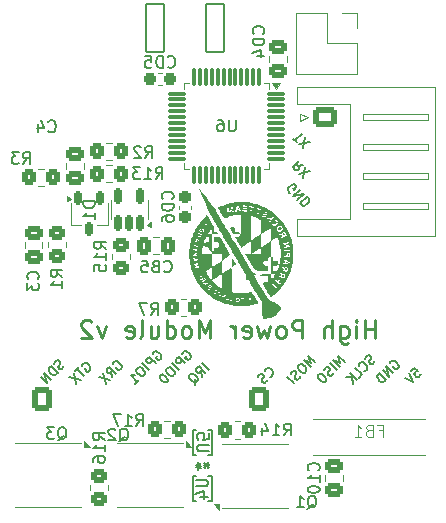
<source format=gbo>
%TF.GenerationSoftware,KiCad,Pcbnew,8.0.8*%
%TF.CreationDate,2025-04-18T09:33:10-04:00*%
%TF.ProjectId,high-power-module,68696768-2d70-46f7-9765-722d6d6f6475,rev?*%
%TF.SameCoordinates,Original*%
%TF.FileFunction,Legend,Bot*%
%TF.FilePolarity,Positive*%
%FSLAX46Y46*%
G04 Gerber Fmt 4.6, Leading zero omitted, Abs format (unit mm)*
G04 Created by KiCad (PCBNEW 8.0.8) date 2025-04-18 09:33:10*
%MOMM*%
%LPD*%
G01*
G04 APERTURE LIST*
G04 Aperture macros list*
%AMRoundRect*
0 Rectangle with rounded corners*
0 $1 Rounding radius*
0 $2 $3 $4 $5 $6 $7 $8 $9 X,Y pos of 4 corners*
0 Add a 4 corners polygon primitive as box body*
4,1,4,$2,$3,$4,$5,$6,$7,$8,$9,$2,$3,0*
0 Add four circle primitives for the rounded corners*
1,1,$1+$1,$2,$3*
1,1,$1+$1,$4,$5*
1,1,$1+$1,$6,$7*
1,1,$1+$1,$8,$9*
0 Add four rect primitives between the rounded corners*
20,1,$1+$1,$2,$3,$4,$5,0*
20,1,$1+$1,$4,$5,$6,$7,0*
20,1,$1+$1,$6,$7,$8,$9,0*
20,1,$1+$1,$8,$9,$2,$3,0*%
G04 Aperture macros list end*
%ADD10C,0.150000*%
%ADD11C,0.250000*%
%ADD12C,0.100000*%
%ADD13C,0.120000*%
%ADD14C,0.000000*%
%ADD15C,0.152400*%
%ADD16C,3.200000*%
%ADD17RoundRect,0.101600X-0.762000X-2.032000X0.762000X-2.032000X0.762000X2.032000X-0.762000X2.032000X0*%
%ADD18RoundRect,0.250000X-0.600000X-0.725000X0.600000X-0.725000X0.600000X0.725000X-0.600000X0.725000X0*%
%ADD19O,1.700000X1.950000*%
%ADD20RoundRect,0.250000X-0.337500X-0.475000X0.337500X-0.475000X0.337500X0.475000X-0.337500X0.475000X0*%
%ADD21RoundRect,0.250000X0.350000X0.450000X-0.350000X0.450000X-0.350000X-0.450000X0.350000X-0.450000X0*%
%ADD22RoundRect,0.250000X-0.350000X-0.450000X0.350000X-0.450000X0.350000X0.450000X-0.350000X0.450000X0*%
%ADD23R,3.000000X1.470000*%
%ADD24R,0.355600X0.609600*%
%ADD25RoundRect,0.250000X0.325000X0.450000X-0.325000X0.450000X-0.325000X-0.450000X0.325000X-0.450000X0*%
%ADD26RoundRect,0.162500X-0.162500X0.447500X-0.162500X-0.447500X0.162500X-0.447500X0.162500X0.447500X0*%
%ADD27RoundRect,0.250000X-0.475000X0.337500X-0.475000X-0.337500X0.475000X-0.337500X0.475000X0.337500X0*%
%ADD28RoundRect,0.075000X0.662500X0.075000X-0.662500X0.075000X-0.662500X-0.075000X0.662500X-0.075000X0*%
%ADD29RoundRect,0.075000X0.075000X0.662500X-0.075000X0.662500X-0.075000X-0.662500X0.075000X-0.662500X0*%
%ADD30RoundRect,0.237500X-0.237500X0.300000X-0.237500X-0.300000X0.237500X-0.300000X0.237500X0.300000X0*%
%ADD31RoundRect,0.250000X0.450000X-0.350000X0.450000X0.350000X-0.450000X0.350000X-0.450000X-0.350000X0*%
%ADD32RoundRect,0.250000X-0.725000X0.600000X-0.725000X-0.600000X0.725000X-0.600000X0.725000X0.600000X0*%
%ADD33O,1.950000X1.700000*%
%ADD34R,4.120000X4.600000*%
%ADD35R,0.550000X0.500000*%
%ADD36R,0.650000X0.500000*%
%ADD37RoundRect,0.250000X0.475000X-0.337500X0.475000X0.337500X-0.475000X0.337500X-0.475000X-0.337500X0*%
%ADD38RoundRect,0.150000X0.150000X-0.512500X0.150000X0.512500X-0.150000X0.512500X-0.150000X-0.512500X0*%
%ADD39RoundRect,0.237500X0.300000X0.237500X-0.300000X0.237500X-0.300000X-0.237500X0.300000X-0.237500X0*%
%ADD40R,1.700000X1.700000*%
%ADD41O,1.700000X1.700000*%
G04 APERTURE END LIST*
D10*
X134526334Y-100808532D02*
X134553271Y-100727720D01*
X134553271Y-100727720D02*
X134634083Y-100646908D01*
X134634083Y-100646908D02*
X134741833Y-100593033D01*
X134741833Y-100593033D02*
X134849582Y-100593033D01*
X134849582Y-100593033D02*
X134930395Y-100619970D01*
X134930395Y-100619970D02*
X135065082Y-100700783D01*
X135065082Y-100700783D02*
X135145894Y-100781595D01*
X135145894Y-100781595D02*
X135226706Y-100916282D01*
X135226706Y-100916282D02*
X135253643Y-100997094D01*
X135253643Y-100997094D02*
X135253643Y-101104844D01*
X135253643Y-101104844D02*
X135199769Y-101212593D01*
X135199769Y-101212593D02*
X135145894Y-101266468D01*
X135145894Y-101266468D02*
X135038144Y-101320343D01*
X135038144Y-101320343D02*
X134984269Y-101320343D01*
X134984269Y-101320343D02*
X134795708Y-101131781D01*
X134795708Y-101131781D02*
X134903457Y-101024031D01*
X134472459Y-101939903D02*
X134391647Y-101481967D01*
X134795708Y-101616654D02*
X134230022Y-101050969D01*
X134230022Y-101050969D02*
X134014523Y-101266468D01*
X134014523Y-101266468D02*
X133987586Y-101347280D01*
X133987586Y-101347280D02*
X133987586Y-101401155D01*
X133987586Y-101401155D02*
X134014523Y-101481967D01*
X134014523Y-101481967D02*
X134095335Y-101562779D01*
X134095335Y-101562779D02*
X134176147Y-101589717D01*
X134176147Y-101589717D02*
X134230022Y-101589717D01*
X134230022Y-101589717D02*
X134310834Y-101562779D01*
X134310834Y-101562779D02*
X134526334Y-101347280D01*
X133718212Y-101562779D02*
X133906773Y-102505588D01*
X133341088Y-101939903D02*
X134283897Y-102128465D01*
X130388330Y-100970157D02*
X130334456Y-101077906D01*
X130334456Y-101077906D02*
X130199769Y-101212593D01*
X130199769Y-101212593D02*
X130118956Y-101239531D01*
X130118956Y-101239531D02*
X130065081Y-101239531D01*
X130065081Y-101239531D02*
X129984269Y-101212593D01*
X129984269Y-101212593D02*
X129930394Y-101158719D01*
X129930394Y-101158719D02*
X129903457Y-101077906D01*
X129903457Y-101077906D02*
X129903457Y-101024032D01*
X129903457Y-101024032D02*
X129930394Y-100943219D01*
X129930394Y-100943219D02*
X130011207Y-100808532D01*
X130011207Y-100808532D02*
X130038144Y-100727720D01*
X130038144Y-100727720D02*
X130038144Y-100673845D01*
X130038144Y-100673845D02*
X130011207Y-100593033D01*
X130011207Y-100593033D02*
X129957332Y-100539158D01*
X129957332Y-100539158D02*
X129876520Y-100512221D01*
X129876520Y-100512221D02*
X129822645Y-100512221D01*
X129822645Y-100512221D02*
X129741833Y-100539158D01*
X129741833Y-100539158D02*
X129607146Y-100673845D01*
X129607146Y-100673845D02*
X129553271Y-100781595D01*
X129849582Y-101562780D02*
X129283897Y-100997094D01*
X129283897Y-100997094D02*
X129149210Y-101131781D01*
X129149210Y-101131781D02*
X129095335Y-101239531D01*
X129095335Y-101239531D02*
X129095335Y-101347281D01*
X129095335Y-101347281D02*
X129122272Y-101428093D01*
X129122272Y-101428093D02*
X129203084Y-101562780D01*
X129203084Y-101562780D02*
X129283897Y-101643592D01*
X129283897Y-101643592D02*
X129418584Y-101724404D01*
X129418584Y-101724404D02*
X129499396Y-101751342D01*
X129499396Y-101751342D02*
X129607146Y-101751342D01*
X129607146Y-101751342D02*
X129714895Y-101697467D01*
X129714895Y-101697467D02*
X129849582Y-101562780D01*
X129283897Y-102128465D02*
X128718211Y-101562780D01*
X128718211Y-101562780D02*
X128960648Y-102451714D01*
X128960648Y-102451714D02*
X128394962Y-101886029D01*
X157980208Y-100754658D02*
X158007146Y-100673845D01*
X158007146Y-100673845D02*
X158087958Y-100593033D01*
X158087958Y-100593033D02*
X158195707Y-100539158D01*
X158195707Y-100539158D02*
X158303457Y-100539158D01*
X158303457Y-100539158D02*
X158384269Y-100566096D01*
X158384269Y-100566096D02*
X158518956Y-100646908D01*
X158518956Y-100646908D02*
X158599768Y-100727720D01*
X158599768Y-100727720D02*
X158680581Y-100862407D01*
X158680581Y-100862407D02*
X158707518Y-100943219D01*
X158707518Y-100943219D02*
X158707518Y-101050969D01*
X158707518Y-101050969D02*
X158653643Y-101158719D01*
X158653643Y-101158719D02*
X158599768Y-101212594D01*
X158599768Y-101212594D02*
X158492019Y-101266468D01*
X158492019Y-101266468D02*
X158438144Y-101266468D01*
X158438144Y-101266468D02*
X158249582Y-101077906D01*
X158249582Y-101077906D02*
X158357332Y-100970157D01*
X158249582Y-101562780D02*
X157683897Y-100997094D01*
X157683897Y-100997094D02*
X157926333Y-101886029D01*
X157926333Y-101886029D02*
X157360648Y-101320343D01*
X157656959Y-102155402D02*
X157091274Y-101589717D01*
X157091274Y-101589717D02*
X156956587Y-101724404D01*
X156956587Y-101724404D02*
X156902712Y-101832154D01*
X156902712Y-101832154D02*
X156902712Y-101939903D01*
X156902712Y-101939903D02*
X156929650Y-102020715D01*
X156929650Y-102020715D02*
X157010462Y-102155402D01*
X157010462Y-102155402D02*
X157091274Y-102236215D01*
X157091274Y-102236215D02*
X157225961Y-102317027D01*
X157225961Y-102317027D02*
X157306773Y-102343964D01*
X157306773Y-102343964D02*
X157414523Y-102343964D01*
X157414523Y-102343964D02*
X157522272Y-102290089D01*
X157522272Y-102290089D02*
X157656959Y-102155402D01*
X149554658Y-86319791D02*
X149473845Y-86292853D01*
X149473845Y-86292853D02*
X149393033Y-86212041D01*
X149393033Y-86212041D02*
X149339158Y-86104292D01*
X149339158Y-86104292D02*
X149339158Y-85996542D01*
X149339158Y-85996542D02*
X149366096Y-85915730D01*
X149366096Y-85915730D02*
X149446908Y-85781043D01*
X149446908Y-85781043D02*
X149527720Y-85700231D01*
X149527720Y-85700231D02*
X149662407Y-85619418D01*
X149662407Y-85619418D02*
X149743219Y-85592481D01*
X149743219Y-85592481D02*
X149850969Y-85592481D01*
X149850969Y-85592481D02*
X149958719Y-85646356D01*
X149958719Y-85646356D02*
X150012594Y-85700231D01*
X150012594Y-85700231D02*
X150066468Y-85807980D01*
X150066468Y-85807980D02*
X150066468Y-85861855D01*
X150066468Y-85861855D02*
X149877906Y-86050417D01*
X149877906Y-86050417D02*
X149770157Y-85942667D01*
X150362780Y-86050417D02*
X149797094Y-86616102D01*
X149797094Y-86616102D02*
X150686029Y-86373666D01*
X150686029Y-86373666D02*
X150120343Y-86939351D01*
X150955402Y-86643040D02*
X150389717Y-87208725D01*
X150389717Y-87208725D02*
X150524404Y-87343412D01*
X150524404Y-87343412D02*
X150632154Y-87397287D01*
X150632154Y-87397287D02*
X150739903Y-87397287D01*
X150739903Y-87397287D02*
X150820715Y-87370349D01*
X150820715Y-87370349D02*
X150955402Y-87289537D01*
X150955402Y-87289537D02*
X151036215Y-87208725D01*
X151036215Y-87208725D02*
X151117027Y-87074038D01*
X151117027Y-87074038D02*
X151143964Y-86993226D01*
X151143964Y-86993226D02*
X151143964Y-86885476D01*
X151143964Y-86885476D02*
X151090089Y-86777727D01*
X151090089Y-86777727D02*
X150955402Y-86643040D01*
X156719329Y-100539158D02*
X156665454Y-100646908D01*
X156665454Y-100646908D02*
X156530767Y-100781595D01*
X156530767Y-100781595D02*
X156449955Y-100808532D01*
X156449955Y-100808532D02*
X156396080Y-100808532D01*
X156396080Y-100808532D02*
X156315268Y-100781595D01*
X156315268Y-100781595D02*
X156261393Y-100727720D01*
X156261393Y-100727720D02*
X156234456Y-100646908D01*
X156234456Y-100646908D02*
X156234456Y-100593033D01*
X156234456Y-100593033D02*
X156261393Y-100512221D01*
X156261393Y-100512221D02*
X156342205Y-100377534D01*
X156342205Y-100377534D02*
X156369143Y-100296722D01*
X156369143Y-100296722D02*
X156369143Y-100242847D01*
X156369143Y-100242847D02*
X156342205Y-100162035D01*
X156342205Y-100162035D02*
X156288330Y-100108160D01*
X156288330Y-100108160D02*
X156207518Y-100081222D01*
X156207518Y-100081222D02*
X156153643Y-100081222D01*
X156153643Y-100081222D02*
X156072831Y-100108160D01*
X156072831Y-100108160D02*
X155938144Y-100242847D01*
X155938144Y-100242847D02*
X155884269Y-100350596D01*
X155803457Y-101401155D02*
X155857332Y-101401155D01*
X155857332Y-101401155D02*
X155965081Y-101347280D01*
X155965081Y-101347280D02*
X156018956Y-101293406D01*
X156018956Y-101293406D02*
X156072831Y-101185656D01*
X156072831Y-101185656D02*
X156072831Y-101077906D01*
X156072831Y-101077906D02*
X156045894Y-100997094D01*
X156045894Y-100997094D02*
X155965081Y-100862407D01*
X155965081Y-100862407D02*
X155884269Y-100781595D01*
X155884269Y-100781595D02*
X155749582Y-100700783D01*
X155749582Y-100700783D02*
X155668770Y-100673845D01*
X155668770Y-100673845D02*
X155561020Y-100673845D01*
X155561020Y-100673845D02*
X155453271Y-100727720D01*
X155453271Y-100727720D02*
X155399396Y-100781595D01*
X155399396Y-100781595D02*
X155345521Y-100889345D01*
X155345521Y-100889345D02*
X155345521Y-100943219D01*
X155345521Y-101966841D02*
X155614895Y-101697467D01*
X155614895Y-101697467D02*
X155049210Y-101131781D01*
X155156959Y-102155402D02*
X154591274Y-101589717D01*
X154833711Y-102478651D02*
X154752898Y-101912966D01*
X154268025Y-101912966D02*
X154914523Y-101912966D01*
X137888330Y-99946536D02*
X137915267Y-99865724D01*
X137915267Y-99865724D02*
X137996080Y-99784911D01*
X137996080Y-99784911D02*
X138103829Y-99731037D01*
X138103829Y-99731037D02*
X138211579Y-99731037D01*
X138211579Y-99731037D02*
X138292391Y-99757974D01*
X138292391Y-99757974D02*
X138427078Y-99838786D01*
X138427078Y-99838786D02*
X138507890Y-99919598D01*
X138507890Y-99919598D02*
X138588702Y-100054285D01*
X138588702Y-100054285D02*
X138615640Y-100135098D01*
X138615640Y-100135098D02*
X138615640Y-100242847D01*
X138615640Y-100242847D02*
X138561765Y-100350597D01*
X138561765Y-100350597D02*
X138507890Y-100404472D01*
X138507890Y-100404472D02*
X138400141Y-100458346D01*
X138400141Y-100458346D02*
X138346266Y-100458346D01*
X138346266Y-100458346D02*
X138157704Y-100269785D01*
X138157704Y-100269785D02*
X138265454Y-100162035D01*
X138157704Y-100754658D02*
X137592019Y-100188972D01*
X137592019Y-100188972D02*
X137376519Y-100404472D01*
X137376519Y-100404472D02*
X137349582Y-100485284D01*
X137349582Y-100485284D02*
X137349582Y-100539159D01*
X137349582Y-100539159D02*
X137376519Y-100619971D01*
X137376519Y-100619971D02*
X137457332Y-100700783D01*
X137457332Y-100700783D02*
X137538144Y-100727720D01*
X137538144Y-100727720D02*
X137592019Y-100727720D01*
X137592019Y-100727720D02*
X137672831Y-100700783D01*
X137672831Y-100700783D02*
X137888330Y-100485284D01*
X137592019Y-101320343D02*
X137026333Y-100754658D01*
X136649210Y-101131781D02*
X136541460Y-101239531D01*
X136541460Y-101239531D02*
X136514523Y-101320343D01*
X136514523Y-101320343D02*
X136514523Y-101428093D01*
X136514523Y-101428093D02*
X136595335Y-101562780D01*
X136595335Y-101562780D02*
X136783897Y-101751341D01*
X136783897Y-101751341D02*
X136918584Y-101832154D01*
X136918584Y-101832154D02*
X137026333Y-101832154D01*
X137026333Y-101832154D02*
X137107146Y-101805216D01*
X137107146Y-101805216D02*
X137214895Y-101697467D01*
X137214895Y-101697467D02*
X137241833Y-101616654D01*
X137241833Y-101616654D02*
X137241833Y-101508905D01*
X137241833Y-101508905D02*
X137161020Y-101374218D01*
X137161020Y-101374218D02*
X136972459Y-101185656D01*
X136972459Y-101185656D02*
X136837772Y-101104844D01*
X136837772Y-101104844D02*
X136730022Y-101104844D01*
X136730022Y-101104844D02*
X136649210Y-101131781D01*
X136433711Y-102478651D02*
X136756960Y-102155402D01*
X136595335Y-102317027D02*
X136029650Y-101751341D01*
X136029650Y-101751341D02*
X136164337Y-101778279D01*
X136164337Y-101778279D02*
X136272086Y-101778279D01*
X136272086Y-101778279D02*
X136352899Y-101751341D01*
X142618956Y-101293406D02*
X142053270Y-100727721D01*
X142026333Y-101886029D02*
X141945521Y-101428093D01*
X142349582Y-101562780D02*
X141783897Y-100997094D01*
X141783897Y-100997094D02*
X141568397Y-101212594D01*
X141568397Y-101212594D02*
X141541460Y-101293406D01*
X141541460Y-101293406D02*
X141541460Y-101347281D01*
X141541460Y-101347281D02*
X141568397Y-101428093D01*
X141568397Y-101428093D02*
X141649210Y-101508905D01*
X141649210Y-101508905D02*
X141730022Y-101535842D01*
X141730022Y-101535842D02*
X141783897Y-101535842D01*
X141783897Y-101535842D02*
X141864709Y-101508905D01*
X141864709Y-101508905D02*
X142080208Y-101293406D01*
X141460648Y-102559464D02*
X141487585Y-102478651D01*
X141487585Y-102478651D02*
X141487585Y-102370902D01*
X141487585Y-102370902D02*
X141487585Y-102209277D01*
X141487585Y-102209277D02*
X141514523Y-102128465D01*
X141514523Y-102128465D02*
X141568397Y-102074590D01*
X141676147Y-102236215D02*
X141703084Y-102155403D01*
X141703084Y-102155403D02*
X141703084Y-102047653D01*
X141703084Y-102047653D02*
X141622272Y-101912966D01*
X141622272Y-101912966D02*
X141433710Y-101724404D01*
X141433710Y-101724404D02*
X141299023Y-101643592D01*
X141299023Y-101643592D02*
X141191274Y-101643592D01*
X141191274Y-101643592D02*
X141110462Y-101670529D01*
X141110462Y-101670529D02*
X141002712Y-101778279D01*
X141002712Y-101778279D02*
X140975775Y-101859091D01*
X140975775Y-101859091D02*
X140975775Y-101966841D01*
X140975775Y-101966841D02*
X141056587Y-102101528D01*
X141056587Y-102101528D02*
X141245149Y-102290090D01*
X141245149Y-102290090D02*
X141379836Y-102370902D01*
X141379836Y-102370902D02*
X141487585Y-102370902D01*
X141487585Y-102370902D02*
X141568397Y-102343964D01*
X141568397Y-102343964D02*
X141676147Y-102236215D01*
X149804843Y-81723851D02*
X150128092Y-82047100D01*
X150532153Y-81319790D02*
X149966468Y-81885476D01*
X150262779Y-82181787D02*
X151205588Y-81993226D01*
X150639903Y-82558911D02*
X150828465Y-81616102D01*
X131891647Y-100943219D02*
X131918584Y-100862407D01*
X131918584Y-100862407D02*
X131999396Y-100781595D01*
X131999396Y-100781595D02*
X132107146Y-100727720D01*
X132107146Y-100727720D02*
X132214896Y-100727720D01*
X132214896Y-100727720D02*
X132295708Y-100754657D01*
X132295708Y-100754657D02*
X132430395Y-100835469D01*
X132430395Y-100835469D02*
X132511207Y-100916282D01*
X132511207Y-100916282D02*
X132592019Y-101050969D01*
X132592019Y-101050969D02*
X132618957Y-101131781D01*
X132618957Y-101131781D02*
X132618957Y-101239530D01*
X132618957Y-101239530D02*
X132565082Y-101347280D01*
X132565082Y-101347280D02*
X132511207Y-101401155D01*
X132511207Y-101401155D02*
X132403457Y-101455030D01*
X132403457Y-101455030D02*
X132349583Y-101455030D01*
X132349583Y-101455030D02*
X132161021Y-101266468D01*
X132161021Y-101266468D02*
X132268770Y-101158718D01*
X131676148Y-101104843D02*
X131352899Y-101428092D01*
X132080209Y-101832153D02*
X131514523Y-101266468D01*
X131218212Y-101562779D02*
X131406773Y-102505588D01*
X130841088Y-101939903D02*
X131783897Y-102128465D01*
X151638516Y-100673845D02*
X151072831Y-100108160D01*
X151072831Y-100108160D02*
X151288330Y-100700783D01*
X151288330Y-100700783D02*
X150695707Y-100485284D01*
X150695707Y-100485284D02*
X151261393Y-101050969D01*
X150318584Y-100862407D02*
X150210834Y-100970157D01*
X150210834Y-100970157D02*
X150183897Y-101050969D01*
X150183897Y-101050969D02*
X150183897Y-101158719D01*
X150183897Y-101158719D02*
X150264709Y-101293406D01*
X150264709Y-101293406D02*
X150453271Y-101481968D01*
X150453271Y-101481968D02*
X150587958Y-101562780D01*
X150587958Y-101562780D02*
X150695707Y-101562780D01*
X150695707Y-101562780D02*
X150776519Y-101535842D01*
X150776519Y-101535842D02*
X150884269Y-101428093D01*
X150884269Y-101428093D02*
X150911206Y-101347281D01*
X150911206Y-101347281D02*
X150911206Y-101239531D01*
X150911206Y-101239531D02*
X150830394Y-101104844D01*
X150830394Y-101104844D02*
X150641832Y-100916282D01*
X150641832Y-100916282D02*
X150507145Y-100835470D01*
X150507145Y-100835470D02*
X150399396Y-100835470D01*
X150399396Y-100835470D02*
X150318584Y-100862407D01*
X150399396Y-101859091D02*
X150345521Y-101966841D01*
X150345521Y-101966841D02*
X150210834Y-102101528D01*
X150210834Y-102101528D02*
X150130022Y-102128465D01*
X150130022Y-102128465D02*
X150076147Y-102128465D01*
X150076147Y-102128465D02*
X149995335Y-102101528D01*
X149995335Y-102101528D02*
X149941460Y-102047653D01*
X149941460Y-102047653D02*
X149914523Y-101966841D01*
X149914523Y-101966841D02*
X149914523Y-101912966D01*
X149914523Y-101912966D02*
X149941460Y-101832154D01*
X149941460Y-101832154D02*
X150022272Y-101697467D01*
X150022272Y-101697467D02*
X150049210Y-101616654D01*
X150049210Y-101616654D02*
X150049210Y-101562780D01*
X150049210Y-101562780D02*
X150022272Y-101481967D01*
X150022272Y-101481967D02*
X149968398Y-101428093D01*
X149968398Y-101428093D02*
X149887585Y-101401155D01*
X149887585Y-101401155D02*
X149833711Y-101401155D01*
X149833711Y-101401155D02*
X149752898Y-101428093D01*
X149752898Y-101428093D02*
X149618211Y-101562780D01*
X149618211Y-101562780D02*
X149564337Y-101670529D01*
X149860648Y-102451714D02*
X149294962Y-101886029D01*
X147818584Y-101886028D02*
X147872459Y-101886028D01*
X147872459Y-101886028D02*
X147980208Y-101832153D01*
X147980208Y-101832153D02*
X148034083Y-101778279D01*
X148034083Y-101778279D02*
X148087958Y-101670529D01*
X148087958Y-101670529D02*
X148087958Y-101562779D01*
X148087958Y-101562779D02*
X148061021Y-101481967D01*
X148061021Y-101481967D02*
X147980208Y-101347280D01*
X147980208Y-101347280D02*
X147899396Y-101266468D01*
X147899396Y-101266468D02*
X147764709Y-101185656D01*
X147764709Y-101185656D02*
X147683897Y-101158718D01*
X147683897Y-101158718D02*
X147576147Y-101158718D01*
X147576147Y-101158718D02*
X147468398Y-101212593D01*
X147468398Y-101212593D02*
X147414523Y-101266468D01*
X147414523Y-101266468D02*
X147360648Y-101374218D01*
X147360648Y-101374218D02*
X147360648Y-101428092D01*
X147630022Y-102128465D02*
X147576147Y-102236214D01*
X147576147Y-102236214D02*
X147441460Y-102370901D01*
X147441460Y-102370901D02*
X147360648Y-102397839D01*
X147360648Y-102397839D02*
X147306773Y-102397839D01*
X147306773Y-102397839D02*
X147225961Y-102370901D01*
X147225961Y-102370901D02*
X147172086Y-102317027D01*
X147172086Y-102317027D02*
X147145149Y-102236214D01*
X147145149Y-102236214D02*
X147145149Y-102182340D01*
X147145149Y-102182340D02*
X147172086Y-102101527D01*
X147172086Y-102101527D02*
X147252899Y-101966840D01*
X147252899Y-101966840D02*
X147279836Y-101886028D01*
X147279836Y-101886028D02*
X147279836Y-101832153D01*
X147279836Y-101832153D02*
X147252899Y-101751341D01*
X147252899Y-101751341D02*
X147199024Y-101697466D01*
X147199024Y-101697466D02*
X147118212Y-101670529D01*
X147118212Y-101670529D02*
X147064337Y-101670529D01*
X147064337Y-101670529D02*
X146983525Y-101697466D01*
X146983525Y-101697466D02*
X146848838Y-101832153D01*
X146848838Y-101832153D02*
X146794963Y-101939903D01*
X159779836Y-101401155D02*
X160049210Y-101131781D01*
X160049210Y-101131781D02*
X160345521Y-101374218D01*
X160345521Y-101374218D02*
X160291646Y-101374218D01*
X160291646Y-101374218D02*
X160210834Y-101401155D01*
X160210834Y-101401155D02*
X160076147Y-101535842D01*
X160076147Y-101535842D02*
X160049210Y-101616654D01*
X160049210Y-101616654D02*
X160049210Y-101670529D01*
X160049210Y-101670529D02*
X160076147Y-101751341D01*
X160076147Y-101751341D02*
X160210834Y-101886028D01*
X160210834Y-101886028D02*
X160291646Y-101912966D01*
X160291646Y-101912966D02*
X160345521Y-101912966D01*
X160345521Y-101912966D02*
X160426333Y-101886028D01*
X160426333Y-101886028D02*
X160561020Y-101751341D01*
X160561020Y-101751341D02*
X160587958Y-101670529D01*
X160587958Y-101670529D02*
X160587958Y-101616654D01*
X159591274Y-101589717D02*
X159968397Y-102343964D01*
X159968397Y-102343964D02*
X159214150Y-101966841D01*
X154138516Y-100673845D02*
X153572831Y-100108160D01*
X153572831Y-100108160D02*
X153788330Y-100700783D01*
X153788330Y-100700783D02*
X153195707Y-100485284D01*
X153195707Y-100485284D02*
X153761393Y-101050969D01*
X153492019Y-101320343D02*
X152926333Y-100754658D01*
X153222645Y-101535842D02*
X153168770Y-101643592D01*
X153168770Y-101643592D02*
X153034083Y-101778279D01*
X153034083Y-101778279D02*
X152953271Y-101805216D01*
X152953271Y-101805216D02*
X152899396Y-101805216D01*
X152899396Y-101805216D02*
X152818584Y-101778279D01*
X152818584Y-101778279D02*
X152764709Y-101724404D01*
X152764709Y-101724404D02*
X152737772Y-101643592D01*
X152737772Y-101643592D02*
X152737772Y-101589717D01*
X152737772Y-101589717D02*
X152764709Y-101508905D01*
X152764709Y-101508905D02*
X152845521Y-101374218D01*
X152845521Y-101374218D02*
X152872459Y-101293406D01*
X152872459Y-101293406D02*
X152872459Y-101239531D01*
X152872459Y-101239531D02*
X152845521Y-101158719D01*
X152845521Y-101158719D02*
X152791646Y-101104844D01*
X152791646Y-101104844D02*
X152710834Y-101077906D01*
X152710834Y-101077906D02*
X152656959Y-101077906D01*
X152656959Y-101077906D02*
X152576147Y-101104844D01*
X152576147Y-101104844D02*
X152441460Y-101239531D01*
X152441460Y-101239531D02*
X152387585Y-101347280D01*
X152010462Y-101670529D02*
X151902712Y-101778279D01*
X151902712Y-101778279D02*
X151875775Y-101859091D01*
X151875775Y-101859091D02*
X151875775Y-101966841D01*
X151875775Y-101966841D02*
X151956587Y-102101528D01*
X151956587Y-102101528D02*
X152145149Y-102290090D01*
X152145149Y-102290090D02*
X152279836Y-102370902D01*
X152279836Y-102370902D02*
X152387585Y-102370902D01*
X152387585Y-102370902D02*
X152468397Y-102343964D01*
X152468397Y-102343964D02*
X152576147Y-102236215D01*
X152576147Y-102236215D02*
X152603084Y-102155403D01*
X152603084Y-102155403D02*
X152603084Y-102047653D01*
X152603084Y-102047653D02*
X152522272Y-101912966D01*
X152522272Y-101912966D02*
X152333710Y-101724404D01*
X152333710Y-101724404D02*
X152199023Y-101643592D01*
X152199023Y-101643592D02*
X152091274Y-101643592D01*
X152091274Y-101643592D02*
X152010462Y-101670529D01*
X140388330Y-99946536D02*
X140415267Y-99865724D01*
X140415267Y-99865724D02*
X140496080Y-99784911D01*
X140496080Y-99784911D02*
X140603829Y-99731037D01*
X140603829Y-99731037D02*
X140711579Y-99731037D01*
X140711579Y-99731037D02*
X140792391Y-99757974D01*
X140792391Y-99757974D02*
X140927078Y-99838786D01*
X140927078Y-99838786D02*
X141007890Y-99919598D01*
X141007890Y-99919598D02*
X141088702Y-100054285D01*
X141088702Y-100054285D02*
X141115640Y-100135098D01*
X141115640Y-100135098D02*
X141115640Y-100242847D01*
X141115640Y-100242847D02*
X141061765Y-100350597D01*
X141061765Y-100350597D02*
X141007890Y-100404472D01*
X141007890Y-100404472D02*
X140900141Y-100458346D01*
X140900141Y-100458346D02*
X140846266Y-100458346D01*
X140846266Y-100458346D02*
X140657704Y-100269785D01*
X140657704Y-100269785D02*
X140765454Y-100162035D01*
X140657704Y-100754658D02*
X140092019Y-100188972D01*
X140092019Y-100188972D02*
X139876519Y-100404472D01*
X139876519Y-100404472D02*
X139849582Y-100485284D01*
X139849582Y-100485284D02*
X139849582Y-100539159D01*
X139849582Y-100539159D02*
X139876519Y-100619971D01*
X139876519Y-100619971D02*
X139957332Y-100700783D01*
X139957332Y-100700783D02*
X140038144Y-100727720D01*
X140038144Y-100727720D02*
X140092019Y-100727720D01*
X140092019Y-100727720D02*
X140172831Y-100700783D01*
X140172831Y-100700783D02*
X140388330Y-100485284D01*
X140092019Y-101320343D02*
X139526333Y-100754658D01*
X139149210Y-101131781D02*
X139041460Y-101239531D01*
X139041460Y-101239531D02*
X139014523Y-101320343D01*
X139014523Y-101320343D02*
X139014523Y-101428093D01*
X139014523Y-101428093D02*
X139095335Y-101562780D01*
X139095335Y-101562780D02*
X139283897Y-101751341D01*
X139283897Y-101751341D02*
X139418584Y-101832154D01*
X139418584Y-101832154D02*
X139526333Y-101832154D01*
X139526333Y-101832154D02*
X139607146Y-101805216D01*
X139607146Y-101805216D02*
X139714895Y-101697467D01*
X139714895Y-101697467D02*
X139741833Y-101616654D01*
X139741833Y-101616654D02*
X139741833Y-101508905D01*
X139741833Y-101508905D02*
X139661020Y-101374218D01*
X139661020Y-101374218D02*
X139472459Y-101185656D01*
X139472459Y-101185656D02*
X139337772Y-101104844D01*
X139337772Y-101104844D02*
X139230022Y-101104844D01*
X139230022Y-101104844D02*
X139149210Y-101131781D01*
X138556587Y-101724404D02*
X138502712Y-101778279D01*
X138502712Y-101778279D02*
X138475775Y-101859091D01*
X138475775Y-101859091D02*
X138475775Y-101912966D01*
X138475775Y-101912966D02*
X138502712Y-101993778D01*
X138502712Y-101993778D02*
X138583525Y-102128465D01*
X138583525Y-102128465D02*
X138718212Y-102263152D01*
X138718212Y-102263152D02*
X138852899Y-102343964D01*
X138852899Y-102343964D02*
X138933711Y-102370901D01*
X138933711Y-102370901D02*
X138987586Y-102370901D01*
X138987586Y-102370901D02*
X139068398Y-102343964D01*
X139068398Y-102343964D02*
X139122273Y-102290089D01*
X139122273Y-102290089D02*
X139149210Y-102209277D01*
X139149210Y-102209277D02*
X139149210Y-102155402D01*
X139149210Y-102155402D02*
X139122273Y-102074590D01*
X139122273Y-102074590D02*
X139041460Y-101939903D01*
X139041460Y-101939903D02*
X138906773Y-101805216D01*
X138906773Y-101805216D02*
X138772086Y-101724404D01*
X138772086Y-101724404D02*
X138691274Y-101697466D01*
X138691274Y-101697466D02*
X138637399Y-101697466D01*
X138637399Y-101697466D02*
X138556587Y-101724404D01*
D11*
X156707330Y-98603428D02*
X156707330Y-97103428D01*
X156707330Y-97817714D02*
X155850187Y-97817714D01*
X155850187Y-98603428D02*
X155850187Y-97103428D01*
X155135901Y-98603428D02*
X155135901Y-97603428D01*
X155135901Y-97103428D02*
X155207329Y-97174857D01*
X155207329Y-97174857D02*
X155135901Y-97246285D01*
X155135901Y-97246285D02*
X155064472Y-97174857D01*
X155064472Y-97174857D02*
X155135901Y-97103428D01*
X155135901Y-97103428D02*
X155135901Y-97246285D01*
X153778758Y-97603428D02*
X153778758Y-98817714D01*
X153778758Y-98817714D02*
X153850186Y-98960571D01*
X153850186Y-98960571D02*
X153921615Y-99032000D01*
X153921615Y-99032000D02*
X154064472Y-99103428D01*
X154064472Y-99103428D02*
X154278758Y-99103428D01*
X154278758Y-99103428D02*
X154421615Y-99032000D01*
X153778758Y-98532000D02*
X153921615Y-98603428D01*
X153921615Y-98603428D02*
X154207329Y-98603428D01*
X154207329Y-98603428D02*
X154350186Y-98532000D01*
X154350186Y-98532000D02*
X154421615Y-98460571D01*
X154421615Y-98460571D02*
X154493043Y-98317714D01*
X154493043Y-98317714D02*
X154493043Y-97889142D01*
X154493043Y-97889142D02*
X154421615Y-97746285D01*
X154421615Y-97746285D02*
X154350186Y-97674857D01*
X154350186Y-97674857D02*
X154207329Y-97603428D01*
X154207329Y-97603428D02*
X153921615Y-97603428D01*
X153921615Y-97603428D02*
X153778758Y-97674857D01*
X153064472Y-98603428D02*
X153064472Y-97103428D01*
X152421615Y-98603428D02*
X152421615Y-97817714D01*
X152421615Y-97817714D02*
X152493043Y-97674857D01*
X152493043Y-97674857D02*
X152635900Y-97603428D01*
X152635900Y-97603428D02*
X152850186Y-97603428D01*
X152850186Y-97603428D02*
X152993043Y-97674857D01*
X152993043Y-97674857D02*
X153064472Y-97746285D01*
X150564472Y-98603428D02*
X150564472Y-97103428D01*
X150564472Y-97103428D02*
X149993043Y-97103428D01*
X149993043Y-97103428D02*
X149850186Y-97174857D01*
X149850186Y-97174857D02*
X149778757Y-97246285D01*
X149778757Y-97246285D02*
X149707329Y-97389142D01*
X149707329Y-97389142D02*
X149707329Y-97603428D01*
X149707329Y-97603428D02*
X149778757Y-97746285D01*
X149778757Y-97746285D02*
X149850186Y-97817714D01*
X149850186Y-97817714D02*
X149993043Y-97889142D01*
X149993043Y-97889142D02*
X150564472Y-97889142D01*
X148850186Y-98603428D02*
X148993043Y-98532000D01*
X148993043Y-98532000D02*
X149064472Y-98460571D01*
X149064472Y-98460571D02*
X149135900Y-98317714D01*
X149135900Y-98317714D02*
X149135900Y-97889142D01*
X149135900Y-97889142D02*
X149064472Y-97746285D01*
X149064472Y-97746285D02*
X148993043Y-97674857D01*
X148993043Y-97674857D02*
X148850186Y-97603428D01*
X148850186Y-97603428D02*
X148635900Y-97603428D01*
X148635900Y-97603428D02*
X148493043Y-97674857D01*
X148493043Y-97674857D02*
X148421615Y-97746285D01*
X148421615Y-97746285D02*
X148350186Y-97889142D01*
X148350186Y-97889142D02*
X148350186Y-98317714D01*
X148350186Y-98317714D02*
X148421615Y-98460571D01*
X148421615Y-98460571D02*
X148493043Y-98532000D01*
X148493043Y-98532000D02*
X148635900Y-98603428D01*
X148635900Y-98603428D02*
X148850186Y-98603428D01*
X147850186Y-97603428D02*
X147564472Y-98603428D01*
X147564472Y-98603428D02*
X147278757Y-97889142D01*
X147278757Y-97889142D02*
X146993043Y-98603428D01*
X146993043Y-98603428D02*
X146707329Y-97603428D01*
X145564471Y-98532000D02*
X145707328Y-98603428D01*
X145707328Y-98603428D02*
X145993043Y-98603428D01*
X145993043Y-98603428D02*
X146135900Y-98532000D01*
X146135900Y-98532000D02*
X146207328Y-98389142D01*
X146207328Y-98389142D02*
X146207328Y-97817714D01*
X146207328Y-97817714D02*
X146135900Y-97674857D01*
X146135900Y-97674857D02*
X145993043Y-97603428D01*
X145993043Y-97603428D02*
X145707328Y-97603428D01*
X145707328Y-97603428D02*
X145564471Y-97674857D01*
X145564471Y-97674857D02*
X145493043Y-97817714D01*
X145493043Y-97817714D02*
X145493043Y-97960571D01*
X145493043Y-97960571D02*
X146207328Y-98103428D01*
X144850186Y-98603428D02*
X144850186Y-97603428D01*
X144850186Y-97889142D02*
X144778757Y-97746285D01*
X144778757Y-97746285D02*
X144707329Y-97674857D01*
X144707329Y-97674857D02*
X144564471Y-97603428D01*
X144564471Y-97603428D02*
X144421614Y-97603428D01*
X142778758Y-98603428D02*
X142778758Y-97103428D01*
X142778758Y-97103428D02*
X142278758Y-98174857D01*
X142278758Y-98174857D02*
X141778758Y-97103428D01*
X141778758Y-97103428D02*
X141778758Y-98603428D01*
X140850186Y-98603428D02*
X140993043Y-98532000D01*
X140993043Y-98532000D02*
X141064472Y-98460571D01*
X141064472Y-98460571D02*
X141135900Y-98317714D01*
X141135900Y-98317714D02*
X141135900Y-97889142D01*
X141135900Y-97889142D02*
X141064472Y-97746285D01*
X141064472Y-97746285D02*
X140993043Y-97674857D01*
X140993043Y-97674857D02*
X140850186Y-97603428D01*
X140850186Y-97603428D02*
X140635900Y-97603428D01*
X140635900Y-97603428D02*
X140493043Y-97674857D01*
X140493043Y-97674857D02*
X140421615Y-97746285D01*
X140421615Y-97746285D02*
X140350186Y-97889142D01*
X140350186Y-97889142D02*
X140350186Y-98317714D01*
X140350186Y-98317714D02*
X140421615Y-98460571D01*
X140421615Y-98460571D02*
X140493043Y-98532000D01*
X140493043Y-98532000D02*
X140635900Y-98603428D01*
X140635900Y-98603428D02*
X140850186Y-98603428D01*
X139064472Y-98603428D02*
X139064472Y-97103428D01*
X139064472Y-98532000D02*
X139207329Y-98603428D01*
X139207329Y-98603428D02*
X139493043Y-98603428D01*
X139493043Y-98603428D02*
X139635900Y-98532000D01*
X139635900Y-98532000D02*
X139707329Y-98460571D01*
X139707329Y-98460571D02*
X139778757Y-98317714D01*
X139778757Y-98317714D02*
X139778757Y-97889142D01*
X139778757Y-97889142D02*
X139707329Y-97746285D01*
X139707329Y-97746285D02*
X139635900Y-97674857D01*
X139635900Y-97674857D02*
X139493043Y-97603428D01*
X139493043Y-97603428D02*
X139207329Y-97603428D01*
X139207329Y-97603428D02*
X139064472Y-97674857D01*
X137707329Y-97603428D02*
X137707329Y-98603428D01*
X138350186Y-97603428D02*
X138350186Y-98389142D01*
X138350186Y-98389142D02*
X138278757Y-98532000D01*
X138278757Y-98532000D02*
X138135900Y-98603428D01*
X138135900Y-98603428D02*
X137921614Y-98603428D01*
X137921614Y-98603428D02*
X137778757Y-98532000D01*
X137778757Y-98532000D02*
X137707329Y-98460571D01*
X136778757Y-98603428D02*
X136921614Y-98532000D01*
X136921614Y-98532000D02*
X136993043Y-98389142D01*
X136993043Y-98389142D02*
X136993043Y-97103428D01*
X135635900Y-98532000D02*
X135778757Y-98603428D01*
X135778757Y-98603428D02*
X136064472Y-98603428D01*
X136064472Y-98603428D02*
X136207329Y-98532000D01*
X136207329Y-98532000D02*
X136278757Y-98389142D01*
X136278757Y-98389142D02*
X136278757Y-97817714D01*
X136278757Y-97817714D02*
X136207329Y-97674857D01*
X136207329Y-97674857D02*
X136064472Y-97603428D01*
X136064472Y-97603428D02*
X135778757Y-97603428D01*
X135778757Y-97603428D02*
X135635900Y-97674857D01*
X135635900Y-97674857D02*
X135564472Y-97817714D01*
X135564472Y-97817714D02*
X135564472Y-97960571D01*
X135564472Y-97960571D02*
X136278757Y-98103428D01*
X133921615Y-97603428D02*
X133564472Y-98603428D01*
X133564472Y-98603428D02*
X133207329Y-97603428D01*
X132707329Y-97246285D02*
X132635901Y-97174857D01*
X132635901Y-97174857D02*
X132493044Y-97103428D01*
X132493044Y-97103428D02*
X132135901Y-97103428D01*
X132135901Y-97103428D02*
X131993044Y-97174857D01*
X131993044Y-97174857D02*
X131921615Y-97246285D01*
X131921615Y-97246285D02*
X131850186Y-97389142D01*
X131850186Y-97389142D02*
X131850186Y-97532000D01*
X131850186Y-97532000D02*
X131921615Y-97746285D01*
X131921615Y-97746285D02*
X132778758Y-98603428D01*
X132778758Y-98603428D02*
X131850186Y-98603428D01*
D10*
X150639903Y-83927540D02*
X150181967Y-84008352D01*
X150316654Y-83604291D02*
X149750969Y-84169977D01*
X149750969Y-84169977D02*
X149966468Y-84385476D01*
X149966468Y-84385476D02*
X150047280Y-84412413D01*
X150047280Y-84412413D02*
X150101155Y-84412413D01*
X150101155Y-84412413D02*
X150181967Y-84385476D01*
X150181967Y-84385476D02*
X150262779Y-84304664D01*
X150262779Y-84304664D02*
X150289717Y-84223852D01*
X150289717Y-84223852D02*
X150289717Y-84169977D01*
X150289717Y-84169977D02*
X150262779Y-84089165D01*
X150262779Y-84089165D02*
X150047280Y-83873665D01*
X150262779Y-84681787D02*
X151205588Y-84493226D01*
X150639903Y-85058911D02*
X150828465Y-84116102D01*
X138866666Y-92959580D02*
X138914285Y-93007200D01*
X138914285Y-93007200D02*
X139057142Y-93054819D01*
X139057142Y-93054819D02*
X139152380Y-93054819D01*
X139152380Y-93054819D02*
X139295237Y-93007200D01*
X139295237Y-93007200D02*
X139390475Y-92911961D01*
X139390475Y-92911961D02*
X139438094Y-92816723D01*
X139438094Y-92816723D02*
X139485713Y-92626247D01*
X139485713Y-92626247D02*
X139485713Y-92483390D01*
X139485713Y-92483390D02*
X139438094Y-92292914D01*
X139438094Y-92292914D02*
X139390475Y-92197676D01*
X139390475Y-92197676D02*
X139295237Y-92102438D01*
X139295237Y-92102438D02*
X139152380Y-92054819D01*
X139152380Y-92054819D02*
X139057142Y-92054819D01*
X139057142Y-92054819D02*
X138914285Y-92102438D01*
X138914285Y-92102438D02*
X138866666Y-92150057D01*
X138104761Y-92531009D02*
X137961904Y-92578628D01*
X137961904Y-92578628D02*
X137914285Y-92626247D01*
X137914285Y-92626247D02*
X137866666Y-92721485D01*
X137866666Y-92721485D02*
X137866666Y-92864342D01*
X137866666Y-92864342D02*
X137914285Y-92959580D01*
X137914285Y-92959580D02*
X137961904Y-93007200D01*
X137961904Y-93007200D02*
X138057142Y-93054819D01*
X138057142Y-93054819D02*
X138438094Y-93054819D01*
X138438094Y-93054819D02*
X138438094Y-92054819D01*
X138438094Y-92054819D02*
X138104761Y-92054819D01*
X138104761Y-92054819D02*
X138009523Y-92102438D01*
X138009523Y-92102438D02*
X137961904Y-92150057D01*
X137961904Y-92150057D02*
X137914285Y-92245295D01*
X137914285Y-92245295D02*
X137914285Y-92340533D01*
X137914285Y-92340533D02*
X137961904Y-92435771D01*
X137961904Y-92435771D02*
X138009523Y-92483390D01*
X138009523Y-92483390D02*
X138104761Y-92531009D01*
X138104761Y-92531009D02*
X138438094Y-92531009D01*
X136961904Y-92054819D02*
X137438094Y-92054819D01*
X137438094Y-92054819D02*
X137485713Y-92531009D01*
X137485713Y-92531009D02*
X137438094Y-92483390D01*
X137438094Y-92483390D02*
X137342856Y-92435771D01*
X137342856Y-92435771D02*
X137104761Y-92435771D01*
X137104761Y-92435771D02*
X137009523Y-92483390D01*
X137009523Y-92483390D02*
X136961904Y-92531009D01*
X136961904Y-92531009D02*
X136914285Y-92626247D01*
X136914285Y-92626247D02*
X136914285Y-92864342D01*
X136914285Y-92864342D02*
X136961904Y-92959580D01*
X136961904Y-92959580D02*
X137009523Y-93007200D01*
X137009523Y-93007200D02*
X137104761Y-93054819D01*
X137104761Y-93054819D02*
X137342856Y-93054819D01*
X137342856Y-93054819D02*
X137438094Y-93007200D01*
X137438094Y-93007200D02*
X137485713Y-92959580D01*
X138142857Y-85154819D02*
X138476190Y-84678628D01*
X138714285Y-85154819D02*
X138714285Y-84154819D01*
X138714285Y-84154819D02*
X138333333Y-84154819D01*
X138333333Y-84154819D02*
X138238095Y-84202438D01*
X138238095Y-84202438D02*
X138190476Y-84250057D01*
X138190476Y-84250057D02*
X138142857Y-84345295D01*
X138142857Y-84345295D02*
X138142857Y-84488152D01*
X138142857Y-84488152D02*
X138190476Y-84583390D01*
X138190476Y-84583390D02*
X138238095Y-84631009D01*
X138238095Y-84631009D02*
X138333333Y-84678628D01*
X138333333Y-84678628D02*
X138714285Y-84678628D01*
X137190476Y-85154819D02*
X137761904Y-85154819D01*
X137476190Y-85154819D02*
X137476190Y-84154819D01*
X137476190Y-84154819D02*
X137571428Y-84297676D01*
X137571428Y-84297676D02*
X137666666Y-84392914D01*
X137666666Y-84392914D02*
X137761904Y-84440533D01*
X136857142Y-84154819D02*
X136238095Y-84154819D01*
X136238095Y-84154819D02*
X136571428Y-84535771D01*
X136571428Y-84535771D02*
X136428571Y-84535771D01*
X136428571Y-84535771D02*
X136333333Y-84583390D01*
X136333333Y-84583390D02*
X136285714Y-84631009D01*
X136285714Y-84631009D02*
X136238095Y-84726247D01*
X136238095Y-84726247D02*
X136238095Y-84964342D01*
X136238095Y-84964342D02*
X136285714Y-85059580D01*
X136285714Y-85059580D02*
X136333333Y-85107200D01*
X136333333Y-85107200D02*
X136428571Y-85154819D01*
X136428571Y-85154819D02*
X136714285Y-85154819D01*
X136714285Y-85154819D02*
X136809523Y-85107200D01*
X136809523Y-85107200D02*
X136857142Y-85059580D01*
X136492857Y-106054819D02*
X136826190Y-105578628D01*
X137064285Y-106054819D02*
X137064285Y-105054819D01*
X137064285Y-105054819D02*
X136683333Y-105054819D01*
X136683333Y-105054819D02*
X136588095Y-105102438D01*
X136588095Y-105102438D02*
X136540476Y-105150057D01*
X136540476Y-105150057D02*
X136492857Y-105245295D01*
X136492857Y-105245295D02*
X136492857Y-105388152D01*
X136492857Y-105388152D02*
X136540476Y-105483390D01*
X136540476Y-105483390D02*
X136588095Y-105531009D01*
X136588095Y-105531009D02*
X136683333Y-105578628D01*
X136683333Y-105578628D02*
X137064285Y-105578628D01*
X135540476Y-106054819D02*
X136111904Y-106054819D01*
X135826190Y-106054819D02*
X135826190Y-105054819D01*
X135826190Y-105054819D02*
X135921428Y-105197676D01*
X135921428Y-105197676D02*
X136016666Y-105292914D01*
X136016666Y-105292914D02*
X136111904Y-105340533D01*
X135207142Y-105054819D02*
X134540476Y-105054819D01*
X134540476Y-105054819D02*
X134969047Y-106054819D01*
X137266666Y-83354819D02*
X137599999Y-82878628D01*
X137838094Y-83354819D02*
X137838094Y-82354819D01*
X137838094Y-82354819D02*
X137457142Y-82354819D01*
X137457142Y-82354819D02*
X137361904Y-82402438D01*
X137361904Y-82402438D02*
X137314285Y-82450057D01*
X137314285Y-82450057D02*
X137266666Y-82545295D01*
X137266666Y-82545295D02*
X137266666Y-82688152D01*
X137266666Y-82688152D02*
X137314285Y-82783390D01*
X137314285Y-82783390D02*
X137361904Y-82831009D01*
X137361904Y-82831009D02*
X137457142Y-82878628D01*
X137457142Y-82878628D02*
X137838094Y-82878628D01*
X136885713Y-82450057D02*
X136838094Y-82402438D01*
X136838094Y-82402438D02*
X136742856Y-82354819D01*
X136742856Y-82354819D02*
X136504761Y-82354819D01*
X136504761Y-82354819D02*
X136409523Y-82402438D01*
X136409523Y-82402438D02*
X136361904Y-82450057D01*
X136361904Y-82450057D02*
X136314285Y-82545295D01*
X136314285Y-82545295D02*
X136314285Y-82640533D01*
X136314285Y-82640533D02*
X136361904Y-82783390D01*
X136361904Y-82783390D02*
X136933332Y-83354819D01*
X136933332Y-83354819D02*
X136314285Y-83354819D01*
D12*
X157033333Y-106433609D02*
X157366666Y-106433609D01*
X157366666Y-106957419D02*
X157366666Y-105957419D01*
X157366666Y-105957419D02*
X156890476Y-105957419D01*
X156176190Y-106433609D02*
X156033333Y-106481228D01*
X156033333Y-106481228D02*
X155985714Y-106528847D01*
X155985714Y-106528847D02*
X155938095Y-106624085D01*
X155938095Y-106624085D02*
X155938095Y-106766942D01*
X155938095Y-106766942D02*
X155985714Y-106862180D01*
X155985714Y-106862180D02*
X156033333Y-106909800D01*
X156033333Y-106909800D02*
X156128571Y-106957419D01*
X156128571Y-106957419D02*
X156509523Y-106957419D01*
X156509523Y-106957419D02*
X156509523Y-105957419D01*
X156509523Y-105957419D02*
X156176190Y-105957419D01*
X156176190Y-105957419D02*
X156080952Y-106005038D01*
X156080952Y-106005038D02*
X156033333Y-106052657D01*
X156033333Y-106052657D02*
X155985714Y-106147895D01*
X155985714Y-106147895D02*
X155985714Y-106243133D01*
X155985714Y-106243133D02*
X156033333Y-106338371D01*
X156033333Y-106338371D02*
X156080952Y-106385990D01*
X156080952Y-106385990D02*
X156176190Y-106433609D01*
X156176190Y-106433609D02*
X156509523Y-106433609D01*
X154985714Y-106957419D02*
X155557142Y-106957419D01*
X155271428Y-106957419D02*
X155271428Y-105957419D01*
X155271428Y-105957419D02*
X155366666Y-106100276D01*
X155366666Y-106100276D02*
X155461904Y-106195514D01*
X155461904Y-106195514D02*
X155557142Y-106243133D01*
D10*
X142645180Y-108206504D02*
X141835657Y-108206504D01*
X141835657Y-108206504D02*
X141740419Y-108158885D01*
X141740419Y-108158885D02*
X141692800Y-108111266D01*
X141692800Y-108111266D02*
X141645180Y-108016028D01*
X141645180Y-108016028D02*
X141645180Y-107825552D01*
X141645180Y-107825552D02*
X141692800Y-107730314D01*
X141692800Y-107730314D02*
X141740419Y-107682695D01*
X141740419Y-107682695D02*
X141835657Y-107635076D01*
X141835657Y-107635076D02*
X142645180Y-107635076D01*
X142645180Y-106682695D02*
X142645180Y-107158885D01*
X142645180Y-107158885D02*
X142168990Y-107206504D01*
X142168990Y-107206504D02*
X142216609Y-107158885D01*
X142216609Y-107158885D02*
X142264228Y-107063647D01*
X142264228Y-107063647D02*
X142264228Y-106825552D01*
X142264228Y-106825552D02*
X142216609Y-106730314D01*
X142216609Y-106730314D02*
X142168990Y-106682695D01*
X142168990Y-106682695D02*
X142073752Y-106635076D01*
X142073752Y-106635076D02*
X141835657Y-106635076D01*
X141835657Y-106635076D02*
X141740419Y-106682695D01*
X141740419Y-106682695D02*
X141692800Y-106730314D01*
X141692800Y-106730314D02*
X141645180Y-106825552D01*
X141645180Y-106825552D02*
X141645180Y-107063647D01*
X141645180Y-107063647D02*
X141692800Y-107158885D01*
X141692800Y-107158885D02*
X141740419Y-107206504D01*
X141554819Y-109375000D02*
X141792914Y-109375000D01*
X141697676Y-109136905D02*
X141792914Y-109375000D01*
X141792914Y-109375000D02*
X141697676Y-109613095D01*
X141983390Y-109232143D02*
X141792914Y-109375000D01*
X141792914Y-109375000D02*
X141983390Y-109517857D01*
X142695180Y-109349999D02*
X142457085Y-109349999D01*
X142552323Y-109588094D02*
X142457085Y-109349999D01*
X142457085Y-109349999D02*
X142552323Y-109111904D01*
X142266609Y-109492856D02*
X142457085Y-109349999D01*
X142457085Y-109349999D02*
X142266609Y-109207142D01*
X141554819Y-110588095D02*
X142364342Y-110588095D01*
X142364342Y-110588095D02*
X142459580Y-110635714D01*
X142459580Y-110635714D02*
X142507200Y-110683333D01*
X142507200Y-110683333D02*
X142554819Y-110778571D01*
X142554819Y-110778571D02*
X142554819Y-110969047D01*
X142554819Y-110969047D02*
X142507200Y-111064285D01*
X142507200Y-111064285D02*
X142459580Y-111111904D01*
X142459580Y-111111904D02*
X142364342Y-111159523D01*
X142364342Y-111159523D02*
X141554819Y-111159523D01*
X141888152Y-112064285D02*
X142554819Y-112064285D01*
X141507200Y-111826190D02*
X142221485Y-111588095D01*
X142221485Y-111588095D02*
X142221485Y-112207142D01*
X141554819Y-109505400D02*
X141792914Y-109505400D01*
X141697676Y-109267305D02*
X141792914Y-109505400D01*
X141792914Y-109505400D02*
X141697676Y-109743495D01*
X141983390Y-109362543D02*
X141792914Y-109505400D01*
X141792914Y-109505400D02*
X141983390Y-109648257D01*
X142204819Y-109400000D02*
X142442914Y-109400000D01*
X142347676Y-109161905D02*
X142442914Y-109400000D01*
X142442914Y-109400000D02*
X142347676Y-109638095D01*
X142633390Y-109257143D02*
X142442914Y-109400000D01*
X142442914Y-109400000D02*
X142633390Y-109542857D01*
X126891666Y-83854819D02*
X127224999Y-83378628D01*
X127463094Y-83854819D02*
X127463094Y-82854819D01*
X127463094Y-82854819D02*
X127082142Y-82854819D01*
X127082142Y-82854819D02*
X126986904Y-82902438D01*
X126986904Y-82902438D02*
X126939285Y-82950057D01*
X126939285Y-82950057D02*
X126891666Y-83045295D01*
X126891666Y-83045295D02*
X126891666Y-83188152D01*
X126891666Y-83188152D02*
X126939285Y-83283390D01*
X126939285Y-83283390D02*
X126986904Y-83331009D01*
X126986904Y-83331009D02*
X127082142Y-83378628D01*
X127082142Y-83378628D02*
X127463094Y-83378628D01*
X126558332Y-82854819D02*
X125939285Y-82854819D01*
X125939285Y-82854819D02*
X126272618Y-83235771D01*
X126272618Y-83235771D02*
X126129761Y-83235771D01*
X126129761Y-83235771D02*
X126034523Y-83283390D01*
X126034523Y-83283390D02*
X125986904Y-83331009D01*
X125986904Y-83331009D02*
X125939285Y-83426247D01*
X125939285Y-83426247D02*
X125939285Y-83664342D01*
X125939285Y-83664342D02*
X125986904Y-83759580D01*
X125986904Y-83759580D02*
X126034523Y-83807200D01*
X126034523Y-83807200D02*
X126129761Y-83854819D01*
X126129761Y-83854819D02*
X126415475Y-83854819D01*
X126415475Y-83854819D02*
X126510713Y-83807200D01*
X126510713Y-83807200D02*
X126558332Y-83759580D01*
X133004819Y-87041905D02*
X132004819Y-87041905D01*
X132004819Y-87041905D02*
X132004819Y-87280000D01*
X132004819Y-87280000D02*
X132052438Y-87422857D01*
X132052438Y-87422857D02*
X132147676Y-87518095D01*
X132147676Y-87518095D02*
X132242914Y-87565714D01*
X132242914Y-87565714D02*
X132433390Y-87613333D01*
X132433390Y-87613333D02*
X132576247Y-87613333D01*
X132576247Y-87613333D02*
X132766723Y-87565714D01*
X132766723Y-87565714D02*
X132861961Y-87518095D01*
X132861961Y-87518095D02*
X132957200Y-87422857D01*
X132957200Y-87422857D02*
X133004819Y-87280000D01*
X133004819Y-87280000D02*
X133004819Y-87041905D01*
X133004819Y-88565714D02*
X133004819Y-87994286D01*
X133004819Y-88280000D02*
X132004819Y-88280000D01*
X132004819Y-88280000D02*
X132147676Y-88184762D01*
X132147676Y-88184762D02*
X132242914Y-88089524D01*
X132242914Y-88089524D02*
X132290533Y-87994286D01*
X151929580Y-109819642D02*
X151977200Y-109772023D01*
X151977200Y-109772023D02*
X152024819Y-109629166D01*
X152024819Y-109629166D02*
X152024819Y-109533928D01*
X152024819Y-109533928D02*
X151977200Y-109391071D01*
X151977200Y-109391071D02*
X151881961Y-109295833D01*
X151881961Y-109295833D02*
X151786723Y-109248214D01*
X151786723Y-109248214D02*
X151596247Y-109200595D01*
X151596247Y-109200595D02*
X151453390Y-109200595D01*
X151453390Y-109200595D02*
X151262914Y-109248214D01*
X151262914Y-109248214D02*
X151167676Y-109295833D01*
X151167676Y-109295833D02*
X151072438Y-109391071D01*
X151072438Y-109391071D02*
X151024819Y-109533928D01*
X151024819Y-109533928D02*
X151024819Y-109629166D01*
X151024819Y-109629166D02*
X151072438Y-109772023D01*
X151072438Y-109772023D02*
X151120057Y-109819642D01*
X152024819Y-110772023D02*
X152024819Y-110200595D01*
X152024819Y-110486309D02*
X151024819Y-110486309D01*
X151024819Y-110486309D02*
X151167676Y-110391071D01*
X151167676Y-110391071D02*
X151262914Y-110295833D01*
X151262914Y-110295833D02*
X151310533Y-110200595D01*
X151024819Y-111391071D02*
X151024819Y-111486309D01*
X151024819Y-111486309D02*
X151072438Y-111581547D01*
X151072438Y-111581547D02*
X151120057Y-111629166D01*
X151120057Y-111629166D02*
X151215295Y-111676785D01*
X151215295Y-111676785D02*
X151405771Y-111724404D01*
X151405771Y-111724404D02*
X151643866Y-111724404D01*
X151643866Y-111724404D02*
X151834342Y-111676785D01*
X151834342Y-111676785D02*
X151929580Y-111629166D01*
X151929580Y-111629166D02*
X151977200Y-111581547D01*
X151977200Y-111581547D02*
X152024819Y-111486309D01*
X152024819Y-111486309D02*
X152024819Y-111391071D01*
X152024819Y-111391071D02*
X151977200Y-111295833D01*
X151977200Y-111295833D02*
X151929580Y-111248214D01*
X151929580Y-111248214D02*
X151834342Y-111200595D01*
X151834342Y-111200595D02*
X151643866Y-111152976D01*
X151643866Y-111152976D02*
X151405771Y-111152976D01*
X151405771Y-111152976D02*
X151215295Y-111200595D01*
X151215295Y-111200595D02*
X151120057Y-111248214D01*
X151120057Y-111248214D02*
X151072438Y-111295833D01*
X151072438Y-111295833D02*
X151024819Y-111391071D01*
X144911904Y-80117319D02*
X144911904Y-80926842D01*
X144911904Y-80926842D02*
X144864285Y-81022080D01*
X144864285Y-81022080D02*
X144816666Y-81069700D01*
X144816666Y-81069700D02*
X144721428Y-81117319D01*
X144721428Y-81117319D02*
X144530952Y-81117319D01*
X144530952Y-81117319D02*
X144435714Y-81069700D01*
X144435714Y-81069700D02*
X144388095Y-81022080D01*
X144388095Y-81022080D02*
X144340476Y-80926842D01*
X144340476Y-80926842D02*
X144340476Y-80117319D01*
X143435714Y-80117319D02*
X143626190Y-80117319D01*
X143626190Y-80117319D02*
X143721428Y-80164938D01*
X143721428Y-80164938D02*
X143769047Y-80212557D01*
X143769047Y-80212557D02*
X143864285Y-80355414D01*
X143864285Y-80355414D02*
X143911904Y-80545890D01*
X143911904Y-80545890D02*
X143911904Y-80926842D01*
X143911904Y-80926842D02*
X143864285Y-81022080D01*
X143864285Y-81022080D02*
X143816666Y-81069700D01*
X143816666Y-81069700D02*
X143721428Y-81117319D01*
X143721428Y-81117319D02*
X143530952Y-81117319D01*
X143530952Y-81117319D02*
X143435714Y-81069700D01*
X143435714Y-81069700D02*
X143388095Y-81022080D01*
X143388095Y-81022080D02*
X143340476Y-80926842D01*
X143340476Y-80926842D02*
X143340476Y-80688747D01*
X143340476Y-80688747D02*
X143388095Y-80593509D01*
X143388095Y-80593509D02*
X143435714Y-80545890D01*
X143435714Y-80545890D02*
X143530952Y-80498271D01*
X143530952Y-80498271D02*
X143721428Y-80498271D01*
X143721428Y-80498271D02*
X143816666Y-80545890D01*
X143816666Y-80545890D02*
X143864285Y-80593509D01*
X143864285Y-80593509D02*
X143911904Y-80688747D01*
X139559580Y-86833333D02*
X139607200Y-86785714D01*
X139607200Y-86785714D02*
X139654819Y-86642857D01*
X139654819Y-86642857D02*
X139654819Y-86547619D01*
X139654819Y-86547619D02*
X139607200Y-86404762D01*
X139607200Y-86404762D02*
X139511961Y-86309524D01*
X139511961Y-86309524D02*
X139416723Y-86261905D01*
X139416723Y-86261905D02*
X139226247Y-86214286D01*
X139226247Y-86214286D02*
X139083390Y-86214286D01*
X139083390Y-86214286D02*
X138892914Y-86261905D01*
X138892914Y-86261905D02*
X138797676Y-86309524D01*
X138797676Y-86309524D02*
X138702438Y-86404762D01*
X138702438Y-86404762D02*
X138654819Y-86547619D01*
X138654819Y-86547619D02*
X138654819Y-86642857D01*
X138654819Y-86642857D02*
X138702438Y-86785714D01*
X138702438Y-86785714D02*
X138750057Y-86833333D01*
X139654819Y-87261905D02*
X138654819Y-87261905D01*
X138654819Y-87261905D02*
X138654819Y-87500000D01*
X138654819Y-87500000D02*
X138702438Y-87642857D01*
X138702438Y-87642857D02*
X138797676Y-87738095D01*
X138797676Y-87738095D02*
X138892914Y-87785714D01*
X138892914Y-87785714D02*
X139083390Y-87833333D01*
X139083390Y-87833333D02*
X139226247Y-87833333D01*
X139226247Y-87833333D02*
X139416723Y-87785714D01*
X139416723Y-87785714D02*
X139511961Y-87738095D01*
X139511961Y-87738095D02*
X139607200Y-87642857D01*
X139607200Y-87642857D02*
X139654819Y-87500000D01*
X139654819Y-87500000D02*
X139654819Y-87261905D01*
X138654819Y-88690476D02*
X138654819Y-88500000D01*
X138654819Y-88500000D02*
X138702438Y-88404762D01*
X138702438Y-88404762D02*
X138750057Y-88357143D01*
X138750057Y-88357143D02*
X138892914Y-88261905D01*
X138892914Y-88261905D02*
X139083390Y-88214286D01*
X139083390Y-88214286D02*
X139464342Y-88214286D01*
X139464342Y-88214286D02*
X139559580Y-88261905D01*
X139559580Y-88261905D02*
X139607200Y-88309524D01*
X139607200Y-88309524D02*
X139654819Y-88404762D01*
X139654819Y-88404762D02*
X139654819Y-88595238D01*
X139654819Y-88595238D02*
X139607200Y-88690476D01*
X139607200Y-88690476D02*
X139559580Y-88738095D01*
X139559580Y-88738095D02*
X139464342Y-88785714D01*
X139464342Y-88785714D02*
X139226247Y-88785714D01*
X139226247Y-88785714D02*
X139131009Y-88738095D01*
X139131009Y-88738095D02*
X139083390Y-88690476D01*
X139083390Y-88690476D02*
X139035771Y-88595238D01*
X139035771Y-88595238D02*
X139035771Y-88404762D01*
X139035771Y-88404762D02*
X139083390Y-88309524D01*
X139083390Y-88309524D02*
X139131009Y-88261905D01*
X139131009Y-88261905D02*
X139226247Y-88214286D01*
X129066666Y-81097080D02*
X129114285Y-81144700D01*
X129114285Y-81144700D02*
X129257142Y-81192319D01*
X129257142Y-81192319D02*
X129352380Y-81192319D01*
X129352380Y-81192319D02*
X129495237Y-81144700D01*
X129495237Y-81144700D02*
X129590475Y-81049461D01*
X129590475Y-81049461D02*
X129638094Y-80954223D01*
X129638094Y-80954223D02*
X129685713Y-80763747D01*
X129685713Y-80763747D02*
X129685713Y-80620890D01*
X129685713Y-80620890D02*
X129638094Y-80430414D01*
X129638094Y-80430414D02*
X129590475Y-80335176D01*
X129590475Y-80335176D02*
X129495237Y-80239938D01*
X129495237Y-80239938D02*
X129352380Y-80192319D01*
X129352380Y-80192319D02*
X129257142Y-80192319D01*
X129257142Y-80192319D02*
X129114285Y-80239938D01*
X129114285Y-80239938D02*
X129066666Y-80287557D01*
X128209523Y-80525652D02*
X128209523Y-81192319D01*
X128447618Y-80144700D02*
X128685713Y-80858985D01*
X128685713Y-80858985D02*
X128066666Y-80858985D01*
X133954819Y-91057142D02*
X133478628Y-90723809D01*
X133954819Y-90485714D02*
X132954819Y-90485714D01*
X132954819Y-90485714D02*
X132954819Y-90866666D01*
X132954819Y-90866666D02*
X133002438Y-90961904D01*
X133002438Y-90961904D02*
X133050057Y-91009523D01*
X133050057Y-91009523D02*
X133145295Y-91057142D01*
X133145295Y-91057142D02*
X133288152Y-91057142D01*
X133288152Y-91057142D02*
X133383390Y-91009523D01*
X133383390Y-91009523D02*
X133431009Y-90961904D01*
X133431009Y-90961904D02*
X133478628Y-90866666D01*
X133478628Y-90866666D02*
X133478628Y-90485714D01*
X133954819Y-92009523D02*
X133954819Y-91438095D01*
X133954819Y-91723809D02*
X132954819Y-91723809D01*
X132954819Y-91723809D02*
X133097676Y-91628571D01*
X133097676Y-91628571D02*
X133192914Y-91533333D01*
X133192914Y-91533333D02*
X133240533Y-91438095D01*
X132954819Y-92914285D02*
X132954819Y-92438095D01*
X132954819Y-92438095D02*
X133431009Y-92390476D01*
X133431009Y-92390476D02*
X133383390Y-92438095D01*
X133383390Y-92438095D02*
X133335771Y-92533333D01*
X133335771Y-92533333D02*
X133335771Y-92771428D01*
X133335771Y-92771428D02*
X133383390Y-92866666D01*
X133383390Y-92866666D02*
X133431009Y-92914285D01*
X133431009Y-92914285D02*
X133526247Y-92961904D01*
X133526247Y-92961904D02*
X133764342Y-92961904D01*
X133764342Y-92961904D02*
X133859580Y-92914285D01*
X133859580Y-92914285D02*
X133907200Y-92866666D01*
X133907200Y-92866666D02*
X133954819Y-92771428D01*
X133954819Y-92771428D02*
X133954819Y-92533333D01*
X133954819Y-92533333D02*
X133907200Y-92438095D01*
X133907200Y-92438095D02*
X133859580Y-92390476D01*
X150995238Y-113050057D02*
X151090476Y-113002438D01*
X151090476Y-113002438D02*
X151185714Y-112907200D01*
X151185714Y-112907200D02*
X151328571Y-112764342D01*
X151328571Y-112764342D02*
X151423809Y-112716723D01*
X151423809Y-112716723D02*
X151519047Y-112716723D01*
X151471428Y-112954819D02*
X151566666Y-112907200D01*
X151566666Y-112907200D02*
X151661904Y-112811961D01*
X151661904Y-112811961D02*
X151709523Y-112621485D01*
X151709523Y-112621485D02*
X151709523Y-112288152D01*
X151709523Y-112288152D02*
X151661904Y-112097676D01*
X151661904Y-112097676D02*
X151566666Y-112002438D01*
X151566666Y-112002438D02*
X151471428Y-111954819D01*
X151471428Y-111954819D02*
X151280952Y-111954819D01*
X151280952Y-111954819D02*
X151185714Y-112002438D01*
X151185714Y-112002438D02*
X151090476Y-112097676D01*
X151090476Y-112097676D02*
X151042857Y-112288152D01*
X151042857Y-112288152D02*
X151042857Y-112621485D01*
X151042857Y-112621485D02*
X151090476Y-112811961D01*
X151090476Y-112811961D02*
X151185714Y-112907200D01*
X151185714Y-112907200D02*
X151280952Y-112954819D01*
X151280952Y-112954819D02*
X151471428Y-112954819D01*
X150090476Y-112954819D02*
X150661904Y-112954819D01*
X150376190Y-112954819D02*
X150376190Y-111954819D01*
X150376190Y-111954819D02*
X150471428Y-112097676D01*
X150471428Y-112097676D02*
X150566666Y-112192914D01*
X150566666Y-112192914D02*
X150661904Y-112240533D01*
X128159580Y-93608333D02*
X128207200Y-93560714D01*
X128207200Y-93560714D02*
X128254819Y-93417857D01*
X128254819Y-93417857D02*
X128254819Y-93322619D01*
X128254819Y-93322619D02*
X128207200Y-93179762D01*
X128207200Y-93179762D02*
X128111961Y-93084524D01*
X128111961Y-93084524D02*
X128016723Y-93036905D01*
X128016723Y-93036905D02*
X127826247Y-92989286D01*
X127826247Y-92989286D02*
X127683390Y-92989286D01*
X127683390Y-92989286D02*
X127492914Y-93036905D01*
X127492914Y-93036905D02*
X127397676Y-93084524D01*
X127397676Y-93084524D02*
X127302438Y-93179762D01*
X127302438Y-93179762D02*
X127254819Y-93322619D01*
X127254819Y-93322619D02*
X127254819Y-93417857D01*
X127254819Y-93417857D02*
X127302438Y-93560714D01*
X127302438Y-93560714D02*
X127350057Y-93608333D01*
X127254819Y-93941667D02*
X127254819Y-94560714D01*
X127254819Y-94560714D02*
X127635771Y-94227381D01*
X127635771Y-94227381D02*
X127635771Y-94370238D01*
X127635771Y-94370238D02*
X127683390Y-94465476D01*
X127683390Y-94465476D02*
X127731009Y-94513095D01*
X127731009Y-94513095D02*
X127826247Y-94560714D01*
X127826247Y-94560714D02*
X128064342Y-94560714D01*
X128064342Y-94560714D02*
X128159580Y-94513095D01*
X128159580Y-94513095D02*
X128207200Y-94465476D01*
X128207200Y-94465476D02*
X128254819Y-94370238D01*
X128254819Y-94370238D02*
X128254819Y-94084524D01*
X128254819Y-94084524D02*
X128207200Y-93989286D01*
X128207200Y-93989286D02*
X128159580Y-93941667D01*
X148992857Y-106854819D02*
X149326190Y-106378628D01*
X149564285Y-106854819D02*
X149564285Y-105854819D01*
X149564285Y-105854819D02*
X149183333Y-105854819D01*
X149183333Y-105854819D02*
X149088095Y-105902438D01*
X149088095Y-105902438D02*
X149040476Y-105950057D01*
X149040476Y-105950057D02*
X148992857Y-106045295D01*
X148992857Y-106045295D02*
X148992857Y-106188152D01*
X148992857Y-106188152D02*
X149040476Y-106283390D01*
X149040476Y-106283390D02*
X149088095Y-106331009D01*
X149088095Y-106331009D02*
X149183333Y-106378628D01*
X149183333Y-106378628D02*
X149564285Y-106378628D01*
X148040476Y-106854819D02*
X148611904Y-106854819D01*
X148326190Y-106854819D02*
X148326190Y-105854819D01*
X148326190Y-105854819D02*
X148421428Y-105997676D01*
X148421428Y-105997676D02*
X148516666Y-106092914D01*
X148516666Y-106092914D02*
X148611904Y-106140533D01*
X147183333Y-106188152D02*
X147183333Y-106854819D01*
X147421428Y-105807200D02*
X147659523Y-106521485D01*
X147659523Y-106521485D02*
X147040476Y-106521485D01*
X137766666Y-96654819D02*
X138099999Y-96178628D01*
X138338094Y-96654819D02*
X138338094Y-95654819D01*
X138338094Y-95654819D02*
X137957142Y-95654819D01*
X137957142Y-95654819D02*
X137861904Y-95702438D01*
X137861904Y-95702438D02*
X137814285Y-95750057D01*
X137814285Y-95750057D02*
X137766666Y-95845295D01*
X137766666Y-95845295D02*
X137766666Y-95988152D01*
X137766666Y-95988152D02*
X137814285Y-96083390D01*
X137814285Y-96083390D02*
X137861904Y-96131009D01*
X137861904Y-96131009D02*
X137957142Y-96178628D01*
X137957142Y-96178628D02*
X138338094Y-96178628D01*
X137433332Y-95654819D02*
X136766666Y-95654819D01*
X136766666Y-95654819D02*
X137195237Y-96654819D01*
X133854819Y-107257142D02*
X133378628Y-106923809D01*
X133854819Y-106685714D02*
X132854819Y-106685714D01*
X132854819Y-106685714D02*
X132854819Y-107066666D01*
X132854819Y-107066666D02*
X132902438Y-107161904D01*
X132902438Y-107161904D02*
X132950057Y-107209523D01*
X132950057Y-107209523D02*
X133045295Y-107257142D01*
X133045295Y-107257142D02*
X133188152Y-107257142D01*
X133188152Y-107257142D02*
X133283390Y-107209523D01*
X133283390Y-107209523D02*
X133331009Y-107161904D01*
X133331009Y-107161904D02*
X133378628Y-107066666D01*
X133378628Y-107066666D02*
X133378628Y-106685714D01*
X133854819Y-108209523D02*
X133854819Y-107638095D01*
X133854819Y-107923809D02*
X132854819Y-107923809D01*
X132854819Y-107923809D02*
X132997676Y-107828571D01*
X132997676Y-107828571D02*
X133092914Y-107733333D01*
X133092914Y-107733333D02*
X133140533Y-107638095D01*
X132854819Y-109066666D02*
X132854819Y-108876190D01*
X132854819Y-108876190D02*
X132902438Y-108780952D01*
X132902438Y-108780952D02*
X132950057Y-108733333D01*
X132950057Y-108733333D02*
X133092914Y-108638095D01*
X133092914Y-108638095D02*
X133283390Y-108590476D01*
X133283390Y-108590476D02*
X133664342Y-108590476D01*
X133664342Y-108590476D02*
X133759580Y-108638095D01*
X133759580Y-108638095D02*
X133807200Y-108685714D01*
X133807200Y-108685714D02*
X133854819Y-108780952D01*
X133854819Y-108780952D02*
X133854819Y-108971428D01*
X133854819Y-108971428D02*
X133807200Y-109066666D01*
X133807200Y-109066666D02*
X133759580Y-109114285D01*
X133759580Y-109114285D02*
X133664342Y-109161904D01*
X133664342Y-109161904D02*
X133426247Y-109161904D01*
X133426247Y-109161904D02*
X133331009Y-109114285D01*
X133331009Y-109114285D02*
X133283390Y-109066666D01*
X133283390Y-109066666D02*
X133235771Y-108971428D01*
X133235771Y-108971428D02*
X133235771Y-108780952D01*
X133235771Y-108780952D02*
X133283390Y-108685714D01*
X133283390Y-108685714D02*
X133331009Y-108638095D01*
X133331009Y-108638095D02*
X133426247Y-108590476D01*
X139166666Y-75629580D02*
X139214285Y-75677200D01*
X139214285Y-75677200D02*
X139357142Y-75724819D01*
X139357142Y-75724819D02*
X139452380Y-75724819D01*
X139452380Y-75724819D02*
X139595237Y-75677200D01*
X139595237Y-75677200D02*
X139690475Y-75581961D01*
X139690475Y-75581961D02*
X139738094Y-75486723D01*
X139738094Y-75486723D02*
X139785713Y-75296247D01*
X139785713Y-75296247D02*
X139785713Y-75153390D01*
X139785713Y-75153390D02*
X139738094Y-74962914D01*
X139738094Y-74962914D02*
X139690475Y-74867676D01*
X139690475Y-74867676D02*
X139595237Y-74772438D01*
X139595237Y-74772438D02*
X139452380Y-74724819D01*
X139452380Y-74724819D02*
X139357142Y-74724819D01*
X139357142Y-74724819D02*
X139214285Y-74772438D01*
X139214285Y-74772438D02*
X139166666Y-74820057D01*
X138738094Y-75724819D02*
X138738094Y-74724819D01*
X138738094Y-74724819D02*
X138499999Y-74724819D01*
X138499999Y-74724819D02*
X138357142Y-74772438D01*
X138357142Y-74772438D02*
X138261904Y-74867676D01*
X138261904Y-74867676D02*
X138214285Y-74962914D01*
X138214285Y-74962914D02*
X138166666Y-75153390D01*
X138166666Y-75153390D02*
X138166666Y-75296247D01*
X138166666Y-75296247D02*
X138214285Y-75486723D01*
X138214285Y-75486723D02*
X138261904Y-75581961D01*
X138261904Y-75581961D02*
X138357142Y-75677200D01*
X138357142Y-75677200D02*
X138499999Y-75724819D01*
X138499999Y-75724819D02*
X138738094Y-75724819D01*
X137261904Y-74724819D02*
X137738094Y-74724819D01*
X137738094Y-74724819D02*
X137785713Y-75201009D01*
X137785713Y-75201009D02*
X137738094Y-75153390D01*
X137738094Y-75153390D02*
X137642856Y-75105771D01*
X137642856Y-75105771D02*
X137404761Y-75105771D01*
X137404761Y-75105771D02*
X137309523Y-75153390D01*
X137309523Y-75153390D02*
X137261904Y-75201009D01*
X137261904Y-75201009D02*
X137214285Y-75296247D01*
X137214285Y-75296247D02*
X137214285Y-75534342D01*
X137214285Y-75534342D02*
X137261904Y-75629580D01*
X137261904Y-75629580D02*
X137309523Y-75677200D01*
X137309523Y-75677200D02*
X137404761Y-75724819D01*
X137404761Y-75724819D02*
X137642856Y-75724819D01*
X137642856Y-75724819D02*
X137738094Y-75677200D01*
X137738094Y-75677200D02*
X137785713Y-75629580D01*
X147259580Y-72833333D02*
X147307200Y-72785714D01*
X147307200Y-72785714D02*
X147354819Y-72642857D01*
X147354819Y-72642857D02*
X147354819Y-72547619D01*
X147354819Y-72547619D02*
X147307200Y-72404762D01*
X147307200Y-72404762D02*
X147211961Y-72309524D01*
X147211961Y-72309524D02*
X147116723Y-72261905D01*
X147116723Y-72261905D02*
X146926247Y-72214286D01*
X146926247Y-72214286D02*
X146783390Y-72214286D01*
X146783390Y-72214286D02*
X146592914Y-72261905D01*
X146592914Y-72261905D02*
X146497676Y-72309524D01*
X146497676Y-72309524D02*
X146402438Y-72404762D01*
X146402438Y-72404762D02*
X146354819Y-72547619D01*
X146354819Y-72547619D02*
X146354819Y-72642857D01*
X146354819Y-72642857D02*
X146402438Y-72785714D01*
X146402438Y-72785714D02*
X146450057Y-72833333D01*
X147354819Y-73261905D02*
X146354819Y-73261905D01*
X146354819Y-73261905D02*
X146354819Y-73500000D01*
X146354819Y-73500000D02*
X146402438Y-73642857D01*
X146402438Y-73642857D02*
X146497676Y-73738095D01*
X146497676Y-73738095D02*
X146592914Y-73785714D01*
X146592914Y-73785714D02*
X146783390Y-73833333D01*
X146783390Y-73833333D02*
X146926247Y-73833333D01*
X146926247Y-73833333D02*
X147116723Y-73785714D01*
X147116723Y-73785714D02*
X147211961Y-73738095D01*
X147211961Y-73738095D02*
X147307200Y-73642857D01*
X147307200Y-73642857D02*
X147354819Y-73500000D01*
X147354819Y-73500000D02*
X147354819Y-73261905D01*
X146688152Y-74690476D02*
X147354819Y-74690476D01*
X146307200Y-74452381D02*
X147021485Y-74214286D01*
X147021485Y-74214286D02*
X147021485Y-74833333D01*
X130254819Y-93433333D02*
X129778628Y-93100000D01*
X130254819Y-92861905D02*
X129254819Y-92861905D01*
X129254819Y-92861905D02*
X129254819Y-93242857D01*
X129254819Y-93242857D02*
X129302438Y-93338095D01*
X129302438Y-93338095D02*
X129350057Y-93385714D01*
X129350057Y-93385714D02*
X129445295Y-93433333D01*
X129445295Y-93433333D02*
X129588152Y-93433333D01*
X129588152Y-93433333D02*
X129683390Y-93385714D01*
X129683390Y-93385714D02*
X129731009Y-93338095D01*
X129731009Y-93338095D02*
X129778628Y-93242857D01*
X129778628Y-93242857D02*
X129778628Y-92861905D01*
X130254819Y-94385714D02*
X130254819Y-93814286D01*
X130254819Y-94100000D02*
X129254819Y-94100000D01*
X129254819Y-94100000D02*
X129397676Y-94004762D01*
X129397676Y-94004762D02*
X129492914Y-93909524D01*
X129492914Y-93909524D02*
X129540533Y-93814286D01*
X135045238Y-107365057D02*
X135140476Y-107317438D01*
X135140476Y-107317438D02*
X135235714Y-107222200D01*
X135235714Y-107222200D02*
X135378571Y-107079342D01*
X135378571Y-107079342D02*
X135473809Y-107031723D01*
X135473809Y-107031723D02*
X135569047Y-107031723D01*
X135521428Y-107269819D02*
X135616666Y-107222200D01*
X135616666Y-107222200D02*
X135711904Y-107126961D01*
X135711904Y-107126961D02*
X135759523Y-106936485D01*
X135759523Y-106936485D02*
X135759523Y-106603152D01*
X135759523Y-106603152D02*
X135711904Y-106412676D01*
X135711904Y-106412676D02*
X135616666Y-106317438D01*
X135616666Y-106317438D02*
X135521428Y-106269819D01*
X135521428Y-106269819D02*
X135330952Y-106269819D01*
X135330952Y-106269819D02*
X135235714Y-106317438D01*
X135235714Y-106317438D02*
X135140476Y-106412676D01*
X135140476Y-106412676D02*
X135092857Y-106603152D01*
X135092857Y-106603152D02*
X135092857Y-106936485D01*
X135092857Y-106936485D02*
X135140476Y-107126961D01*
X135140476Y-107126961D02*
X135235714Y-107222200D01*
X135235714Y-107222200D02*
X135330952Y-107269819D01*
X135330952Y-107269819D02*
X135521428Y-107269819D01*
X134711904Y-106365057D02*
X134664285Y-106317438D01*
X134664285Y-106317438D02*
X134569047Y-106269819D01*
X134569047Y-106269819D02*
X134330952Y-106269819D01*
X134330952Y-106269819D02*
X134235714Y-106317438D01*
X134235714Y-106317438D02*
X134188095Y-106365057D01*
X134188095Y-106365057D02*
X134140476Y-106460295D01*
X134140476Y-106460295D02*
X134140476Y-106555533D01*
X134140476Y-106555533D02*
X134188095Y-106698390D01*
X134188095Y-106698390D02*
X134759523Y-107269819D01*
X134759523Y-107269819D02*
X134140476Y-107269819D01*
X129845238Y-107250057D02*
X129940476Y-107202438D01*
X129940476Y-107202438D02*
X130035714Y-107107200D01*
X130035714Y-107107200D02*
X130178571Y-106964342D01*
X130178571Y-106964342D02*
X130273809Y-106916723D01*
X130273809Y-106916723D02*
X130369047Y-106916723D01*
X130321428Y-107154819D02*
X130416666Y-107107200D01*
X130416666Y-107107200D02*
X130511904Y-107011961D01*
X130511904Y-107011961D02*
X130559523Y-106821485D01*
X130559523Y-106821485D02*
X130559523Y-106488152D01*
X130559523Y-106488152D02*
X130511904Y-106297676D01*
X130511904Y-106297676D02*
X130416666Y-106202438D01*
X130416666Y-106202438D02*
X130321428Y-106154819D01*
X130321428Y-106154819D02*
X130130952Y-106154819D01*
X130130952Y-106154819D02*
X130035714Y-106202438D01*
X130035714Y-106202438D02*
X129940476Y-106297676D01*
X129940476Y-106297676D02*
X129892857Y-106488152D01*
X129892857Y-106488152D02*
X129892857Y-106821485D01*
X129892857Y-106821485D02*
X129940476Y-107011961D01*
X129940476Y-107011961D02*
X130035714Y-107107200D01*
X130035714Y-107107200D02*
X130130952Y-107154819D01*
X130130952Y-107154819D02*
X130321428Y-107154819D01*
X129559523Y-106154819D02*
X128940476Y-106154819D01*
X128940476Y-106154819D02*
X129273809Y-106535771D01*
X129273809Y-106535771D02*
X129130952Y-106535771D01*
X129130952Y-106535771D02*
X129035714Y-106583390D01*
X129035714Y-106583390D02*
X128988095Y-106631009D01*
X128988095Y-106631009D02*
X128940476Y-106726247D01*
X128940476Y-106726247D02*
X128940476Y-106964342D01*
X128940476Y-106964342D02*
X128988095Y-107059580D01*
X128988095Y-107059580D02*
X129035714Y-107107200D01*
X129035714Y-107107200D02*
X129130952Y-107154819D01*
X129130952Y-107154819D02*
X129416666Y-107154819D01*
X129416666Y-107154819D02*
X129511904Y-107107200D01*
X129511904Y-107107200D02*
X129559523Y-107059580D01*
D13*
%TO.C,CB5*%
X138423752Y-90065000D02*
X137901248Y-90065000D01*
X138423752Y-91535000D02*
X137901248Y-91535000D01*
%TO.C,R13*%
X133972936Y-83965000D02*
X134427064Y-83965000D01*
X133972936Y-85435000D02*
X134427064Y-85435000D01*
%TO.C,R17*%
X139327064Y-105615000D02*
X138872936Y-105615000D01*
X139327064Y-107085000D02*
X138872936Y-107085000D01*
%TO.C,R2*%
X134427064Y-82065000D02*
X133972936Y-82065000D01*
X134427064Y-83535000D02*
X133972936Y-83535000D01*
D12*
%TO.C,FB1*%
X151450000Y-105500000D02*
X160950000Y-105500000D01*
X151450000Y-108500000D02*
X160950000Y-108500000D01*
D14*
%TO.C,G\u002A\u002A\u002A*%
G36*
X145406734Y-93148316D02*
G01*
X145410773Y-93155840D01*
X145410614Y-93157080D01*
X145405217Y-93161067D01*
X145402562Y-93160007D01*
X145399661Y-93152406D01*
X145400461Y-93148438D01*
X145405217Y-93147178D01*
X145406734Y-93148316D01*
G37*
G36*
X142477200Y-93988206D02*
G01*
X142474660Y-93997321D01*
X142467522Y-94013694D01*
X142455369Y-94038542D01*
X142427176Y-94094723D01*
X142396139Y-94058138D01*
X142390129Y-94050972D01*
X142377714Y-94035547D01*
X142369528Y-94024443D01*
X142367104Y-94019691D01*
X142368077Y-94019195D01*
X142377259Y-94015859D01*
X142394386Y-94010171D01*
X142417470Y-94002771D01*
X142444522Y-93994299D01*
X142473556Y-93985395D01*
X142475558Y-93985130D01*
X142477200Y-93988206D01*
G37*
G36*
X141587419Y-91476112D02*
G01*
X141599651Y-91486056D01*
X141604616Y-91491907D01*
X141609288Y-91500430D01*
X141612246Y-91512156D01*
X141614084Y-91529721D01*
X141615399Y-91555761D01*
X141617620Y-91611067D01*
X141566312Y-91611067D01*
X141515003Y-91611067D01*
X141517308Y-91558357D01*
X141517419Y-91555927D01*
X141520178Y-91523492D01*
X141525432Y-91500482D01*
X141533992Y-91485429D01*
X141546672Y-91476860D01*
X141564282Y-91473307D01*
X141573267Y-91473002D01*
X141587419Y-91476112D01*
G37*
G36*
X142742143Y-94200531D02*
G01*
X142767853Y-94216825D01*
X142796627Y-94243782D01*
X142813037Y-94261261D01*
X142777343Y-94297275D01*
X142769196Y-94305413D01*
X142754406Y-94319717D01*
X142743528Y-94329601D01*
X142738479Y-94333290D01*
X142735768Y-94331805D01*
X142726953Y-94323998D01*
X142714739Y-94311672D01*
X142701461Y-94297302D01*
X142689449Y-94283363D01*
X142681038Y-94272331D01*
X142673253Y-94254239D01*
X142674314Y-94232655D01*
X142686266Y-94211494D01*
X142699800Y-94199898D01*
X142719468Y-94194891D01*
X142742143Y-94200531D01*
G37*
G36*
X149403383Y-91512729D02*
G01*
X149423561Y-91520236D01*
X149438264Y-91534651D01*
X149448062Y-91556905D01*
X149453523Y-91587934D01*
X149455217Y-91628670D01*
X149455217Y-91684936D01*
X149409384Y-91681368D01*
X149407120Y-91681195D01*
X149380519Y-91679473D01*
X149354208Y-91678245D01*
X149333576Y-91677767D01*
X149303601Y-91677734D01*
X149306613Y-91623083D01*
X149308615Y-91598058D01*
X149314582Y-91564165D01*
X149324393Y-91539486D01*
X149338713Y-91523054D01*
X149358205Y-91513903D01*
X149383532Y-91511067D01*
X149403383Y-91512729D01*
G37*
G36*
X145150091Y-87622311D02*
G01*
X145156632Y-87635330D01*
X145169051Y-87660607D01*
X145179057Y-87681724D01*
X145185757Y-87696776D01*
X145188260Y-87703858D01*
X145186499Y-87706602D01*
X145175132Y-87710264D01*
X145153828Y-87712510D01*
X145134587Y-87713557D01*
X145104358Y-87714976D01*
X145081070Y-87715755D01*
X145066105Y-87715855D01*
X145060844Y-87715234D01*
X145062129Y-87710586D01*
X145065932Y-87698008D01*
X145071361Y-87680512D01*
X145072974Y-87675352D01*
X145080220Y-87651991D01*
X145088738Y-87624332D01*
X145097009Y-87597311D01*
X145112212Y-87547443D01*
X145150091Y-87622311D01*
G37*
G36*
X141650459Y-90280039D02*
G01*
X141660070Y-90287276D01*
X141674123Y-90298708D01*
X141690515Y-90312531D01*
X141707140Y-90326939D01*
X141721893Y-90340129D01*
X141732670Y-90350296D01*
X141737366Y-90355636D01*
X141734983Y-90357100D01*
X141723722Y-90359501D01*
X141705257Y-90362072D01*
X141681811Y-90364460D01*
X141664195Y-90365797D01*
X141643387Y-90366805D01*
X141628847Y-90366793D01*
X141622968Y-90365710D01*
X141623052Y-90363320D01*
X141625291Y-90352510D01*
X141629456Y-90336084D01*
X141634646Y-90317255D01*
X141639963Y-90299237D01*
X141644508Y-90285243D01*
X141647380Y-90278487D01*
X141650459Y-90280039D01*
G37*
G36*
X142050968Y-89396742D02*
G01*
X142057075Y-89397881D01*
X142089978Y-89409687D01*
X142119025Y-89429286D01*
X142141850Y-89454718D01*
X142156093Y-89484021D01*
X142159207Y-89511771D01*
X142152344Y-89544660D01*
X142135087Y-89581180D01*
X142129767Y-89590035D01*
X142122554Y-89601162D01*
X142118920Y-89605512D01*
X142118478Y-89605335D01*
X142111215Y-89601304D01*
X142096245Y-89592591D01*
X142075009Y-89580049D01*
X142048952Y-89564528D01*
X142019516Y-89546879D01*
X141922020Y-89488246D01*
X141931336Y-89473268D01*
X141942221Y-89456791D01*
X141967706Y-89426288D01*
X141993936Y-89406361D01*
X142021496Y-89396637D01*
X142050968Y-89396742D01*
G37*
G36*
X148966515Y-93245180D02*
G01*
X148992485Y-93259125D01*
X149002311Y-93267942D01*
X149012556Y-93284974D01*
X149015474Y-93306092D01*
X149010976Y-93332281D01*
X148998973Y-93364526D01*
X148979376Y-93403812D01*
X148954656Y-93449334D01*
X148895214Y-93418167D01*
X148894844Y-93417973D01*
X148871672Y-93405756D01*
X148852303Y-93395419D01*
X148838753Y-93388048D01*
X148833039Y-93384727D01*
X148833666Y-93380260D01*
X148838668Y-93368181D01*
X148847083Y-93350906D01*
X148857680Y-93330761D01*
X148869232Y-93310073D01*
X148880509Y-93291166D01*
X148890284Y-93276366D01*
X148896057Y-93268952D01*
X148917679Y-93250199D01*
X148941372Y-93242240D01*
X148966515Y-93245180D01*
G37*
G36*
X141488313Y-91956731D02*
G01*
X141502858Y-91959761D01*
X141521998Y-91964324D01*
X141542908Y-91969699D01*
X141562764Y-91975162D01*
X141578742Y-91979992D01*
X141588018Y-91983466D01*
X141588500Y-91983715D01*
X141591482Y-91985709D01*
X141591525Y-91988213D01*
X141587304Y-91992252D01*
X141577489Y-91998853D01*
X141560754Y-92009040D01*
X141535773Y-92023841D01*
X141535424Y-92024046D01*
X141517948Y-92033928D01*
X141503939Y-92041078D01*
X141496402Y-92043963D01*
X141494361Y-92041393D01*
X141490890Y-92030555D01*
X141487168Y-92014137D01*
X141483753Y-91995312D01*
X141481203Y-91977247D01*
X141480077Y-91963114D01*
X141480931Y-91956082D01*
X141481187Y-91955957D01*
X141488313Y-91956731D01*
G37*
G36*
X149179588Y-92122488D02*
G01*
X149188577Y-92126907D01*
X149203757Y-92135590D01*
X149223163Y-92147291D01*
X149244829Y-92160762D01*
X149266791Y-92174756D01*
X149287083Y-92188025D01*
X149303740Y-92199323D01*
X149314798Y-92207403D01*
X149318291Y-92211016D01*
X149317977Y-92211223D01*
X149310244Y-92213661D01*
X149294095Y-92217700D01*
X149271666Y-92222830D01*
X149245092Y-92228538D01*
X149242068Y-92229168D01*
X149214735Y-92234706D01*
X149190812Y-92239302D01*
X149172785Y-92242493D01*
X149163137Y-92243816D01*
X149151612Y-92244401D01*
X149162718Y-92183290D01*
X149166950Y-92161619D01*
X149171618Y-92141173D01*
X149175595Y-92127293D01*
X149178321Y-92122178D01*
X149179588Y-92122488D01*
G37*
G36*
X142219427Y-93565758D02*
G01*
X142223956Y-93568793D01*
X142235202Y-93579609D01*
X142248941Y-93595219D01*
X142263156Y-93613045D01*
X142275828Y-93630504D01*
X142284938Y-93645018D01*
X142288467Y-93654006D01*
X142288118Y-93655193D01*
X142281596Y-93662590D01*
X142268519Y-93673476D01*
X142251110Y-93685950D01*
X142245725Y-93689543D01*
X142228862Y-93700514D01*
X142216421Y-93708182D01*
X142210779Y-93711067D01*
X142208603Y-93709967D01*
X142204756Y-93705423D01*
X142198323Y-93695904D01*
X142188274Y-93679885D01*
X142173582Y-93655839D01*
X142166761Y-93643649D01*
X142156855Y-93616912D01*
X142156654Y-93594888D01*
X142166187Y-93577875D01*
X142179245Y-93568290D01*
X142199669Y-93562414D01*
X142219427Y-93565758D01*
G37*
G36*
X145103778Y-95263730D02*
G01*
X145104388Y-95263849D01*
X145124638Y-95272602D01*
X145144629Y-95288904D01*
X145161296Y-95309678D01*
X145171576Y-95331843D01*
X145172187Y-95334108D01*
X145177679Y-95372161D01*
X145174832Y-95409562D01*
X145164307Y-95444088D01*
X145146764Y-95473519D01*
X145122865Y-95495632D01*
X145104743Y-95502759D01*
X145077340Y-95505475D01*
X145074440Y-95505443D01*
X145043178Y-95499895D01*
X145017781Y-95485314D01*
X144998870Y-95462431D01*
X144987067Y-95431976D01*
X144982995Y-95394680D01*
X144983590Y-95375412D01*
X144988841Y-95342290D01*
X145000308Y-95315053D01*
X145018954Y-95290923D01*
X145021184Y-95288648D01*
X145045701Y-95270131D01*
X145072578Y-95262034D01*
X145103778Y-95263730D01*
G37*
G36*
X148719691Y-89205693D02*
G01*
X148737541Y-89213050D01*
X148766193Y-89233052D01*
X148786968Y-89259537D01*
X148799133Y-89290969D01*
X148801954Y-89325814D01*
X148794697Y-89362535D01*
X148794436Y-89363297D01*
X148779156Y-89393215D01*
X148755198Y-89422818D01*
X148724798Y-89450090D01*
X148690194Y-89473018D01*
X148653622Y-89489587D01*
X148634060Y-89495195D01*
X148596062Y-89499484D01*
X148560986Y-89495093D01*
X148530089Y-89482843D01*
X148504626Y-89463557D01*
X148485854Y-89438056D01*
X148475029Y-89407162D01*
X148473407Y-89371696D01*
X148476654Y-89351017D01*
X148487316Y-89321572D01*
X148505956Y-89293132D01*
X148533850Y-89263415D01*
X148537710Y-89259851D01*
X148572320Y-89233870D01*
X148609990Y-89214790D01*
X148648552Y-89203286D01*
X148685841Y-89200029D01*
X148719691Y-89205693D01*
G37*
G36*
X149216815Y-92701512D02*
G01*
X149219517Y-92703378D01*
X149234497Y-92716479D01*
X149243810Y-92731542D01*
X149247563Y-92750148D01*
X149245866Y-92773876D01*
X149238827Y-92804304D01*
X149226556Y-92843012D01*
X149221666Y-92857184D01*
X149214912Y-92876357D01*
X149210093Y-92889514D01*
X149208022Y-92894401D01*
X149206761Y-92894090D01*
X149197428Y-92890992D01*
X149181220Y-92885297D01*
X149160614Y-92877909D01*
X149138089Y-92869730D01*
X149116122Y-92861663D01*
X149097191Y-92854611D01*
X149083773Y-92849475D01*
X149078346Y-92847159D01*
X149078061Y-92846100D01*
X149079659Y-92837038D01*
X149084241Y-92821231D01*
X149090889Y-92801339D01*
X149098685Y-92780019D01*
X149106711Y-92759932D01*
X149114049Y-92743735D01*
X149127066Y-92722094D01*
X149147121Y-92701342D01*
X149169255Y-92690792D01*
X149192732Y-92690748D01*
X149216815Y-92701512D01*
G37*
G36*
X149021625Y-89735863D02*
G01*
X149043922Y-89747876D01*
X149045636Y-89749511D01*
X149054128Y-89760436D01*
X149065049Y-89777324D01*
X149077215Y-89797972D01*
X149089443Y-89820181D01*
X149100549Y-89841750D01*
X149109351Y-89860478D01*
X149114664Y-89874165D01*
X149115305Y-89880609D01*
X149110295Y-89883472D01*
X149097132Y-89890169D01*
X149077958Y-89899597D01*
X149054865Y-89910711D01*
X149033211Y-89920773D01*
X149013135Y-89929550D01*
X148998662Y-89935251D01*
X148991977Y-89936965D01*
X148990331Y-89935915D01*
X148983816Y-89926723D01*
X148975373Y-89910311D01*
X148966015Y-89889186D01*
X148956758Y-89865854D01*
X148948613Y-89842824D01*
X148942595Y-89822603D01*
X148939717Y-89807697D01*
X148939170Y-89798401D01*
X148941433Y-89775268D01*
X148950641Y-89758130D01*
X148968072Y-89744124D01*
X148971493Y-89742152D01*
X148996708Y-89733916D01*
X149021625Y-89735863D01*
G37*
G36*
X144580023Y-91736464D02*
G01*
X144639844Y-91837918D01*
X144693976Y-91930009D01*
X144742487Y-92012853D01*
X144785446Y-92086569D01*
X144822918Y-92151275D01*
X144854973Y-92207090D01*
X144881678Y-92254132D01*
X144903099Y-92292519D01*
X144919306Y-92322370D01*
X144930365Y-92343802D01*
X144936345Y-92356934D01*
X144937312Y-92361884D01*
X144936862Y-92362163D01*
X144929227Y-92367165D01*
X144913608Y-92377538D01*
X144891054Y-92392579D01*
X144862612Y-92411590D01*
X144829331Y-92433869D01*
X144792257Y-92458716D01*
X144752439Y-92485432D01*
X144744347Y-92490863D01*
X144705184Y-92517068D01*
X144669091Y-92541103D01*
X144637091Y-92562294D01*
X144610207Y-92579967D01*
X144589464Y-92593449D01*
X144575885Y-92602066D01*
X144570495Y-92605144D01*
X144570227Y-92604246D01*
X144569594Y-92594576D01*
X144569000Y-92574964D01*
X144568451Y-92546240D01*
X144567954Y-92509232D01*
X144567518Y-92464770D01*
X144567149Y-92413684D01*
X144566855Y-92356802D01*
X144566643Y-92294954D01*
X144566521Y-92228970D01*
X144566497Y-92159678D01*
X144566498Y-92158623D01*
X144566588Y-92082841D01*
X144566790Y-92012530D01*
X144567098Y-91948315D01*
X144567504Y-91890824D01*
X144568000Y-91840684D01*
X144568580Y-91798522D01*
X144569236Y-91764963D01*
X144569961Y-91740635D01*
X144570747Y-91726165D01*
X144571588Y-91722178D01*
X144580023Y-91736464D01*
G37*
G36*
X144702056Y-89198416D02*
G01*
X144743518Y-89209069D01*
X144782490Y-89227999D01*
X144817500Y-89255270D01*
X144847076Y-89290948D01*
X144853347Y-89300849D01*
X144862885Y-89318650D01*
X144870191Y-89337519D01*
X144875544Y-89359127D01*
X144879222Y-89385145D01*
X144881504Y-89417245D01*
X144882668Y-89457099D01*
X144882995Y-89506378D01*
X144882995Y-89627133D01*
X145003975Y-89628822D01*
X145124955Y-89630512D01*
X145161600Y-89648567D01*
X145177794Y-89657479D01*
X145213996Y-89685373D01*
X145243237Y-89719938D01*
X145264155Y-89759339D01*
X145275387Y-89801742D01*
X145278935Y-89827626D01*
X145010131Y-89829069D01*
X145002131Y-89829111D01*
X144934528Y-89829331D01*
X144876241Y-89829273D01*
X144827569Y-89828940D01*
X144788812Y-89828338D01*
X144760267Y-89827470D01*
X144742233Y-89826341D01*
X144735009Y-89824956D01*
X144731040Y-89819224D01*
X144722047Y-89804840D01*
X144708610Y-89782773D01*
X144691307Y-89753986D01*
X144670713Y-89719439D01*
X144647402Y-89680096D01*
X144621952Y-89636918D01*
X144594938Y-89590867D01*
X144594651Y-89590377D01*
X144563396Y-89537039D01*
X144537276Y-89492403D01*
X144515919Y-89455527D01*
X144498952Y-89425472D01*
X144486002Y-89401298D01*
X144476696Y-89382067D01*
X144470662Y-89366838D01*
X144467527Y-89354672D01*
X144466918Y-89344629D01*
X144468462Y-89335770D01*
X144471787Y-89327154D01*
X144476520Y-89317843D01*
X144482288Y-89306897D01*
X144483416Y-89304717D01*
X144508909Y-89267058D01*
X144540744Y-89237290D01*
X144577448Y-89215477D01*
X144617549Y-89201685D01*
X144659576Y-89195976D01*
X144702056Y-89198416D01*
G37*
G36*
X141835890Y-85969699D02*
G01*
X141843303Y-85977704D01*
X141856699Y-85992999D01*
X141875378Y-86014748D01*
X141898638Y-86042118D01*
X141925780Y-86074273D01*
X141956103Y-86110379D01*
X141988908Y-86149601D01*
X142023494Y-86191106D01*
X142059162Y-86234057D01*
X142095209Y-86277622D01*
X142130938Y-86320965D01*
X142165646Y-86363251D01*
X142254542Y-86472548D01*
X142377881Y-86626687D01*
X142497882Y-86779584D01*
X142614159Y-86930698D01*
X142726327Y-87079484D01*
X142834002Y-87225402D01*
X142936797Y-87367908D01*
X143034328Y-87506460D01*
X143126209Y-87640516D01*
X143212056Y-87769533D01*
X143291482Y-87892969D01*
X143364103Y-88010281D01*
X143429533Y-88120927D01*
X143487388Y-88224364D01*
X143490271Y-88229530D01*
X143499293Y-88245305D01*
X143513646Y-88270168D01*
X143533153Y-88303817D01*
X143557638Y-88345949D01*
X143586923Y-88396261D01*
X143620831Y-88454452D01*
X143659185Y-88520216D01*
X143701809Y-88593253D01*
X143748524Y-88673258D01*
X143799154Y-88759930D01*
X143853522Y-88852965D01*
X143911451Y-88952061D01*
X143972764Y-89056914D01*
X144037283Y-89167222D01*
X144104832Y-89282682D01*
X144175233Y-89402992D01*
X144248310Y-89527847D01*
X144323886Y-89656946D01*
X144401782Y-89789986D01*
X144481823Y-89926663D01*
X144563831Y-90066676D01*
X144647630Y-90209721D01*
X144733041Y-90355495D01*
X144819888Y-90503695D01*
X144907995Y-90654020D01*
X146285773Y-93004547D01*
X146473209Y-93089752D01*
X146476152Y-93091090D01*
X146518411Y-93110407D01*
X146557231Y-93128334D01*
X146591497Y-93144342D01*
X146620093Y-93157903D01*
X146641904Y-93168488D01*
X146655815Y-93175568D01*
X146660709Y-93178615D01*
X146660656Y-93178774D01*
X146655156Y-93183113D01*
X146641647Y-93191978D01*
X146621593Y-93204454D01*
X146596461Y-93219628D01*
X146567717Y-93236587D01*
X146564525Y-93238450D01*
X146535990Y-93255112D01*
X146511079Y-93269669D01*
X146491285Y-93281247D01*
X146478102Y-93288974D01*
X146473022Y-93291975D01*
X146474276Y-93294381D01*
X146480670Y-93305658D01*
X146492242Y-93325759D01*
X146508732Y-93354236D01*
X146529879Y-93390643D01*
X146555422Y-93434532D01*
X146585099Y-93485456D01*
X146618651Y-93542969D01*
X146655816Y-93606624D01*
X146696333Y-93675974D01*
X146739942Y-93750572D01*
X146786380Y-93829971D01*
X146835388Y-93913724D01*
X146886704Y-94001384D01*
X146940068Y-94092505D01*
X146995218Y-94186640D01*
X147051893Y-94283341D01*
X147632404Y-95273632D01*
X148114644Y-95540038D01*
X148151551Y-95560430D01*
X148218088Y-95597207D01*
X148281641Y-95632352D01*
X148341536Y-95665493D01*
X148397097Y-95696254D01*
X148447651Y-95724263D01*
X148492523Y-95749144D01*
X148531039Y-95770526D01*
X148562525Y-95788033D01*
X148586306Y-95801292D01*
X148601708Y-95809929D01*
X148608057Y-95813570D01*
X148608256Y-95813716D01*
X148613568Y-95820433D01*
X148623504Y-95835248D01*
X148637259Y-95856812D01*
X148654027Y-95883774D01*
X148673006Y-95914783D01*
X148693389Y-95948491D01*
X148714372Y-95983546D01*
X148735151Y-96018598D01*
X148754921Y-96052297D01*
X148772877Y-96083292D01*
X148788215Y-96110234D01*
X148800130Y-96131772D01*
X148807818Y-96146557D01*
X148810473Y-96153237D01*
X148809890Y-96154084D01*
X148802847Y-96161061D01*
X148788443Y-96174323D01*
X148767463Y-96193174D01*
X148740694Y-96216919D01*
X148708920Y-96244866D01*
X148672927Y-96276317D01*
X148633500Y-96310581D01*
X148591424Y-96346961D01*
X148575370Y-96360819D01*
X148534300Y-96396382D01*
X148496229Y-96429505D01*
X148461933Y-96459502D01*
X148432189Y-96485688D01*
X148407773Y-96507379D01*
X148389461Y-96523889D01*
X148378029Y-96534533D01*
X148374253Y-96538627D01*
X148374859Y-96539711D01*
X148379854Y-96548346D01*
X148388573Y-96563280D01*
X148399599Y-96582084D01*
X148403786Y-96589302D01*
X148413386Y-96606697D01*
X148419598Y-96619254D01*
X148421237Y-96624643D01*
X148418525Y-96626374D01*
X148407277Y-96633145D01*
X148388318Y-96644409D01*
X148362728Y-96659534D01*
X148331588Y-96677886D01*
X148295978Y-96698833D01*
X148256979Y-96721741D01*
X148215671Y-96745978D01*
X148173135Y-96770911D01*
X148130451Y-96795907D01*
X148088700Y-96820333D01*
X148048962Y-96843555D01*
X148012318Y-96864942D01*
X147979849Y-96883859D01*
X147952634Y-96899674D01*
X147931754Y-96911755D01*
X147918291Y-96919467D01*
X147913324Y-96922178D01*
X147912539Y-96921404D01*
X147907368Y-96913618D01*
X147898678Y-96899250D01*
X147887824Y-96880512D01*
X147883327Y-96872791D01*
X147872332Y-96855429D01*
X147863389Y-96843365D01*
X147858099Y-96838845D01*
X147854326Y-96839955D01*
X147841109Y-96844418D01*
X147819605Y-96851892D01*
X147791027Y-96861943D01*
X147756592Y-96874135D01*
X147717513Y-96888032D01*
X147675005Y-96903201D01*
X147630283Y-96919204D01*
X147584561Y-96935607D01*
X147539054Y-96951975D01*
X147494978Y-96967872D01*
X147453545Y-96982862D01*
X147415971Y-96996511D01*
X147383471Y-97008384D01*
X147357259Y-97018044D01*
X147338550Y-97025056D01*
X147335630Y-97026136D01*
X147322255Y-97030239D01*
X147314370Y-97031298D01*
X147311546Y-97027834D01*
X147303592Y-97015768D01*
X147291293Y-96996115D01*
X147275324Y-96969977D01*
X147256355Y-96938459D01*
X147235062Y-96902663D01*
X147212116Y-96863693D01*
X147114599Y-96697253D01*
X147118555Y-96136105D01*
X147122512Y-95574956D01*
X146544832Y-94589535D01*
X146507901Y-94526543D01*
X146452222Y-94431602D01*
X146398185Y-94339491D01*
X146346052Y-94250659D01*
X146296091Y-94165558D01*
X146248565Y-94084637D01*
X146203741Y-94008348D01*
X146161881Y-93937140D01*
X146123253Y-93871465D01*
X146088121Y-93811774D01*
X146056749Y-93758515D01*
X146029403Y-93712141D01*
X146006349Y-93673101D01*
X145987850Y-93641847D01*
X145974172Y-93618828D01*
X145965580Y-93604496D01*
X145962339Y-93599300D01*
X145962224Y-93599213D01*
X145955579Y-93600711D01*
X145940954Y-93607242D01*
X145919760Y-93618085D01*
X145893410Y-93632519D01*
X145863315Y-93649824D01*
X145834736Y-93666322D01*
X145807229Y-93681485D01*
X145786219Y-93692199D01*
X145772674Y-93697973D01*
X145767563Y-93698317D01*
X145767627Y-93692021D01*
X145768530Y-93675802D01*
X145770198Y-93651025D01*
X145772538Y-93618984D01*
X145775454Y-93580971D01*
X145778852Y-93538277D01*
X145782639Y-93492194D01*
X145784615Y-93468304D01*
X145788753Y-93416490D01*
X145791840Y-93374499D01*
X145793922Y-93341453D01*
X145795041Y-93316474D01*
X145795240Y-93298684D01*
X145794563Y-93287204D01*
X145793053Y-93281158D01*
X145790596Y-93276781D01*
X145782495Y-93262722D01*
X145769127Y-93239696D01*
X145750700Y-93208058D01*
X145727423Y-93168163D01*
X145699505Y-93120369D01*
X145667155Y-93065031D01*
X145630581Y-93002504D01*
X145589993Y-92933145D01*
X145545599Y-92857309D01*
X145497608Y-92775352D01*
X145446229Y-92687631D01*
X145391671Y-92594501D01*
X145334141Y-92496318D01*
X145273851Y-92393438D01*
X145211007Y-92286216D01*
X145145819Y-92175010D01*
X145078496Y-92060173D01*
X145009246Y-91942063D01*
X144938278Y-91821036D01*
X144865802Y-91697446D01*
X144792025Y-91571651D01*
X144717158Y-91444006D01*
X144641407Y-91314866D01*
X144564984Y-91184588D01*
X144488095Y-91053528D01*
X144410950Y-90922041D01*
X144333758Y-90790484D01*
X144256728Y-90659211D01*
X144180068Y-90528580D01*
X144103987Y-90398946D01*
X144028694Y-90270665D01*
X143954399Y-90144093D01*
X143881308Y-90019585D01*
X143809632Y-89897498D01*
X143739580Y-89778187D01*
X143671359Y-89662008D01*
X143605180Y-89549318D01*
X143541250Y-89440472D01*
X143479779Y-89335826D01*
X143420975Y-89235735D01*
X143365047Y-89140556D01*
X143312204Y-89050645D01*
X143262654Y-88966358D01*
X143216608Y-88888049D01*
X143174272Y-88816076D01*
X143135857Y-88750794D01*
X143101571Y-88692560D01*
X143071623Y-88641728D01*
X143046221Y-88598654D01*
X143025574Y-88563696D01*
X143009892Y-88537208D01*
X142999383Y-88519546D01*
X142994256Y-88511067D01*
X142967379Y-88467721D01*
X142899251Y-88353292D01*
X142828856Y-88228822D01*
X142756449Y-88094847D01*
X142682288Y-87951904D01*
X142606630Y-87800531D01*
X142529730Y-87641264D01*
X142451846Y-87474640D01*
X142373235Y-87301195D01*
X142294152Y-87121468D01*
X142214855Y-86935994D01*
X142135601Y-86745312D01*
X142056646Y-86549956D01*
X142045409Y-86521673D01*
X142026915Y-86474803D01*
X142007386Y-86424973D01*
X141987212Y-86373206D01*
X141966786Y-86320525D01*
X141946497Y-86267955D01*
X141926737Y-86216519D01*
X141907897Y-86167241D01*
X141890367Y-86121144D01*
X141874540Y-86079252D01*
X141860806Y-86042590D01*
X141849555Y-86012180D01*
X141841180Y-85989046D01*
X141836071Y-85974213D01*
X141834619Y-85968703D01*
X141835890Y-85969699D01*
G37*
G36*
X143010707Y-89060426D02*
G01*
X143045481Y-89120171D01*
X143079547Y-89178923D01*
X143080466Y-89180512D01*
X143083680Y-89186067D01*
X143110773Y-89232889D01*
X143110773Y-89252734D01*
X143110773Y-89430312D01*
X143110773Y-89627734D01*
X143226254Y-89627734D01*
X143341736Y-89627734D01*
X143399865Y-89725977D01*
X143404382Y-89733613D01*
X143421529Y-89762647D01*
X143436467Y-89788012D01*
X143448332Y-89808234D01*
X143456259Y-89821843D01*
X143459384Y-89827366D01*
X143459220Y-89827491D01*
X143452023Y-89828101D01*
X143434972Y-89828669D01*
X143409115Y-89829182D01*
X143375498Y-89829629D01*
X143335169Y-89829997D01*
X143289175Y-89830275D01*
X143238565Y-89830451D01*
X143184384Y-89830512D01*
X142907995Y-89830512D01*
X142905217Y-89559383D01*
X142902439Y-89288254D01*
X142840768Y-89362160D01*
X142814026Y-89394645D01*
X142738830Y-89491762D01*
X142717528Y-89519274D01*
X142627610Y-89647178D01*
X142622012Y-89655596D01*
X142603902Y-89683188D01*
X142585043Y-89712374D01*
X142566411Y-89741599D01*
X142548981Y-89769304D01*
X142533727Y-89793934D01*
X142521624Y-89813932D01*
X142513647Y-89827739D01*
X142512024Y-89831159D01*
X142510770Y-89833801D01*
X142514874Y-89834231D01*
X142528902Y-89834611D01*
X142551683Y-89834866D01*
X142581963Y-89834991D01*
X142618482Y-89834981D01*
X142659985Y-89834832D01*
X142705215Y-89834539D01*
X142899661Y-89833011D01*
X142899661Y-89874956D01*
X142899661Y-89936067D01*
X142899661Y-89958290D01*
X142899661Y-89991623D01*
X142899661Y-90024956D01*
X142899661Y-90560993D01*
X142899661Y-91288976D01*
X142876050Y-91285747D01*
X142850367Y-91280797D01*
X142804644Y-91263895D01*
X142764666Y-91237881D01*
X142731391Y-91203456D01*
X142705779Y-91161321D01*
X142703070Y-91155423D01*
X142698393Y-91143798D01*
X142695061Y-91131869D01*
X142692789Y-91117476D01*
X142691291Y-91098456D01*
X142690283Y-91072649D01*
X142689478Y-91037892D01*
X142687628Y-90945272D01*
X142556145Y-90943234D01*
X142526816Y-90942752D01*
X142491076Y-90941995D01*
X142463650Y-90941062D01*
X142442861Y-90939801D01*
X142427031Y-90938059D01*
X142414483Y-90935686D01*
X142403540Y-90932530D01*
X142392525Y-90928439D01*
X142360207Y-90911029D01*
X142328467Y-90885795D01*
X142300628Y-90855779D01*
X142279941Y-90823999D01*
X142278342Y-90820821D01*
X142271550Y-90806150D01*
X142267225Y-90792921D01*
X142264817Y-90777997D01*
X142263775Y-90758239D01*
X142263550Y-90730512D01*
X142263566Y-90719949D01*
X142263964Y-90695586D01*
X142265345Y-90678109D01*
X142268293Y-90664376D01*
X142273394Y-90651246D01*
X142281232Y-90635578D01*
X142298715Y-90608205D01*
X142326758Y-90576859D01*
X142359143Y-90550660D01*
X142392736Y-90532506D01*
X142400119Y-90529688D01*
X142410861Y-90526261D01*
X142422690Y-90523660D01*
X142437276Y-90521734D01*
X142456290Y-90520333D01*
X142481402Y-90519308D01*
X142514284Y-90518509D01*
X142556606Y-90517784D01*
X142688550Y-90515741D01*
X142688550Y-90282849D01*
X142688550Y-90049956D01*
X142541965Y-90049956D01*
X142395379Y-90049956D01*
X142363408Y-90120790D01*
X142330283Y-90196511D01*
X142261342Y-90372736D01*
X142260706Y-90374361D01*
X142201933Y-90554053D01*
X142153775Y-90736275D01*
X142138112Y-90813247D01*
X142116039Y-90921717D01*
X142104993Y-90997760D01*
X142088534Y-91111067D01*
X142083215Y-91160325D01*
X142077692Y-91220935D01*
X142073045Y-91282491D01*
X142069473Y-91342011D01*
X142067176Y-91396512D01*
X142066354Y-91443012D01*
X142066328Y-91499956D01*
X142482995Y-91499956D01*
X142899661Y-91499956D01*
X142899661Y-91637453D01*
X142899661Y-91976881D01*
X142899661Y-92052734D01*
X142899671Y-92098700D01*
X142899730Y-92174231D01*
X142899838Y-92246108D01*
X142899993Y-92313585D01*
X142900190Y-92375916D01*
X142900426Y-92432355D01*
X142900697Y-92482157D01*
X142901000Y-92524576D01*
X142901329Y-92558867D01*
X142901683Y-92584284D01*
X142902056Y-92600080D01*
X142902445Y-92605512D01*
X142907274Y-92602563D01*
X142920695Y-92593878D01*
X142942045Y-92579891D01*
X142970665Y-92561040D01*
X143005895Y-92537762D01*
X143047076Y-92510492D01*
X143093548Y-92479668D01*
X143144652Y-92445727D01*
X143199729Y-92409104D01*
X143258119Y-92370237D01*
X143319163Y-92329563D01*
X143733097Y-92053614D01*
X143731657Y-91775396D01*
X143730217Y-91497178D01*
X143316328Y-91495899D01*
X142902439Y-91494620D01*
X142900925Y-91394510D01*
X142900559Y-91364589D01*
X142900398Y-91336509D01*
X142900472Y-91314283D01*
X142900772Y-91299663D01*
X142901294Y-91294401D01*
X142905716Y-91293746D01*
X142918411Y-91291557D01*
X142936141Y-91288362D01*
X142958335Y-91282975D01*
X143001800Y-91264475D01*
X143040968Y-91237191D01*
X143073900Y-91202624D01*
X143098661Y-91162279D01*
X143101057Y-91157088D01*
X143106045Y-91145001D01*
X143109585Y-91132964D01*
X143111984Y-91118744D01*
X143113549Y-91100110D01*
X143114589Y-91074829D01*
X143115410Y-91040670D01*
X143117269Y-90950828D01*
X143248743Y-90949003D01*
X143380217Y-90947178D01*
X143417014Y-90929744D01*
X143452031Y-90909678D01*
X143488912Y-90878587D01*
X143517541Y-90842006D01*
X143537349Y-90801171D01*
X143547769Y-90757321D01*
X143548235Y-90711691D01*
X143538179Y-90665519D01*
X143521435Y-90626418D01*
X143495055Y-90588126D01*
X143460479Y-90556773D01*
X143416861Y-90531423D01*
X143380756Y-90514528D01*
X143248542Y-90515908D01*
X143116328Y-90517289D01*
X143116328Y-90286400D01*
X143116328Y-90055512D01*
X143354552Y-90055512D01*
X143592776Y-90055512D01*
X144005508Y-90759678D01*
X144052618Y-90840036D01*
X144099687Y-90920283D01*
X144145221Y-90997877D01*
X144188881Y-91072241D01*
X144230327Y-91142795D01*
X144269219Y-91208963D01*
X144305216Y-91270167D01*
X144337979Y-91325828D01*
X144367168Y-91375368D01*
X144392443Y-91418210D01*
X144413463Y-91453775D01*
X144429888Y-91481486D01*
X144441379Y-91500765D01*
X144447595Y-91511034D01*
X144455899Y-91524802D01*
X144465870Y-91542834D01*
X144471941Y-91555871D01*
X144473028Y-91561756D01*
X144472238Y-91562334D01*
X144464011Y-91567955D01*
X144447487Y-91579095D01*
X144423369Y-91595283D01*
X144392360Y-91616049D01*
X144355166Y-91640922D01*
X144312491Y-91669432D01*
X144265037Y-91701107D01*
X144213510Y-91735478D01*
X144158613Y-91772073D01*
X144101050Y-91810422D01*
X143732995Y-92055554D01*
X143732995Y-92608774D01*
X143733010Y-92655428D01*
X143733098Y-92730895D01*
X143733261Y-92802671D01*
X143733493Y-92870013D01*
X143733788Y-92932180D01*
X143734141Y-92988430D01*
X143734547Y-93038021D01*
X143734999Y-93080211D01*
X143735492Y-93114257D01*
X143736021Y-93139419D01*
X143736579Y-93154953D01*
X143736638Y-93155481D01*
X143737161Y-93160118D01*
X143741470Y-93157368D01*
X143754434Y-93148854D01*
X143775367Y-93135021D01*
X143803603Y-93116312D01*
X143838473Y-93093169D01*
X143879311Y-93066037D01*
X143925449Y-93035358D01*
X143976221Y-93001575D01*
X144030958Y-92965134D01*
X144088994Y-92926475D01*
X144149661Y-92886044D01*
X144204911Y-92849223D01*
X144263214Y-92810385D01*
X144318278Y-92773725D01*
X144369438Y-92739684D01*
X144416025Y-92708707D01*
X144457373Y-92681236D01*
X144492813Y-92657715D01*
X144521680Y-92638587D01*
X144543305Y-92624295D01*
X144557021Y-92615283D01*
X144562161Y-92611993D01*
X144562178Y-92611994D01*
X144562601Y-92617699D01*
X144563013Y-92633956D01*
X144563410Y-92660227D01*
X144563790Y-92695976D01*
X144564153Y-92740663D01*
X144564495Y-92793753D01*
X144564815Y-92854706D01*
X144565110Y-92922985D01*
X144565378Y-92998053D01*
X144565617Y-93079373D01*
X144565826Y-93166405D01*
X144566001Y-93258614D01*
X144566141Y-93355460D01*
X144566244Y-93456408D01*
X144566307Y-93560918D01*
X144566328Y-93668453D01*
X144566328Y-93774423D01*
X144566328Y-94619054D01*
X144566328Y-94726765D01*
X144626050Y-94741011D01*
X144739372Y-94766049D01*
X144873159Y-94790134D01*
X145007694Y-94808150D01*
X145146057Y-94820499D01*
X145291328Y-94827582D01*
X145405335Y-94829557D01*
X145553596Y-94827038D01*
X145697062Y-94818319D01*
X145838433Y-94803154D01*
X145980410Y-94781302D01*
X146125695Y-94752518D01*
X146141166Y-94749091D01*
X146176104Y-94741069D01*
X146209767Y-94732998D01*
X146238954Y-94725655D01*
X146260466Y-94719816D01*
X146305314Y-94706777D01*
X146335105Y-94757533D01*
X146399552Y-94867364D01*
X146462643Y-94974957D01*
X146463076Y-94975695D01*
X146521229Y-95074952D01*
X146530428Y-95090670D01*
X146574158Y-95165389D01*
X146576585Y-95169542D01*
X146622009Y-95247257D01*
X146652630Y-95299733D01*
X146664929Y-95320810D01*
X146703065Y-95386302D01*
X146708172Y-95395097D01*
X146736563Y-95443986D01*
X146765571Y-95494114D01*
X146790235Y-95536940D01*
X146810702Y-95572717D01*
X146827119Y-95601698D01*
X146839632Y-95624137D01*
X146848388Y-95640286D01*
X146853534Y-95650399D01*
X146855217Y-95654728D01*
X146855053Y-95655902D01*
X146851914Y-95659999D01*
X146843900Y-95664873D01*
X146829852Y-95670994D01*
X146808615Y-95678832D01*
X146779029Y-95688856D01*
X146739939Y-95701537D01*
X146709730Y-95711105D01*
X146552804Y-95757229D01*
X146396993Y-95796793D01*
X146240424Y-95830127D01*
X146081224Y-95857560D01*
X145917519Y-95879423D01*
X145747438Y-95896046D01*
X145569106Y-95907759D01*
X145546843Y-95908449D01*
X145515275Y-95908798D01*
X145476256Y-95908833D01*
X145431612Y-95908585D01*
X145383172Y-95908084D01*
X145332764Y-95907358D01*
X145282214Y-95906439D01*
X145233352Y-95905355D01*
X145188004Y-95904137D01*
X145147999Y-95902814D01*
X145115165Y-95901416D01*
X145091328Y-95899973D01*
X144998149Y-95891926D01*
X144798287Y-95868878D01*
X144604908Y-95838304D01*
X144416611Y-95799935D01*
X144231996Y-95753498D01*
X144049661Y-95698725D01*
X143871206Y-95636844D01*
X143672112Y-95557900D01*
X143480321Y-95470832D01*
X144457574Y-95470832D01*
X144459789Y-95471503D01*
X144471303Y-95474118D01*
X144491263Y-95478329D01*
X144518128Y-95483818D01*
X144550357Y-95490269D01*
X144586410Y-95497363D01*
X144607871Y-95501536D01*
X144642373Y-95508168D01*
X144672413Y-95513848D01*
X144696382Y-95518276D01*
X144712668Y-95521153D01*
X144719664Y-95522178D01*
X144721386Y-95518362D01*
X144725077Y-95505091D01*
X144730265Y-95483814D01*
X144736624Y-95456098D01*
X144743829Y-95423511D01*
X144751553Y-95387619D01*
X144754443Y-95373883D01*
X144901181Y-95373883D01*
X144902840Y-95418994D01*
X144913974Y-95461103D01*
X144933780Y-95498666D01*
X144961455Y-95530140D01*
X144996198Y-95553981D01*
X145018190Y-95562345D01*
X145049387Y-95568778D01*
X145082880Y-95571479D01*
X145114537Y-95570147D01*
X145140228Y-95564480D01*
X145149034Y-95560934D01*
X145185835Y-95539203D01*
X145215733Y-95509479D01*
X145238024Y-95472856D01*
X145252004Y-95430428D01*
X145256967Y-95383290D01*
X145256264Y-95360790D01*
X145249610Y-95320973D01*
X145237221Y-95291321D01*
X145366328Y-95291321D01*
X145366499Y-95292459D01*
X145372324Y-95299772D01*
X145384209Y-95308208D01*
X145399116Y-95316276D01*
X145414008Y-95322486D01*
X145425847Y-95325345D01*
X145431594Y-95323362D01*
X145434078Y-95317850D01*
X145446288Y-95301693D01*
X145463138Y-95286986D01*
X145480418Y-95277668D01*
X145489208Y-95275301D01*
X145516585Y-95274801D01*
X145541953Y-95284498D01*
X145564017Y-95303703D01*
X145581487Y-95331724D01*
X145588460Y-95348644D01*
X145592417Y-95364342D01*
X145593802Y-95382593D01*
X145593787Y-95383290D01*
X145593274Y-95407641D01*
X145591761Y-95431623D01*
X145588932Y-95449275D01*
X145583879Y-95463226D01*
X145575647Y-95477250D01*
X145569496Y-95485677D01*
X145547097Y-95506276D01*
X145521542Y-95517720D01*
X145494739Y-95519756D01*
X145468596Y-95512129D01*
X145445022Y-95494587D01*
X145425047Y-95473753D01*
X145398466Y-95490109D01*
X145387582Y-95497396D01*
X145376270Y-95506790D01*
X145371884Y-95513165D01*
X145372737Y-95516370D01*
X145380177Y-95527063D01*
X145393167Y-95540570D01*
X145409140Y-95554562D01*
X145425527Y-95566713D01*
X145439761Y-95574693D01*
X145444221Y-95576250D01*
X145464040Y-95580114D01*
X145489604Y-95582343D01*
X145516916Y-95582825D01*
X145541982Y-95581448D01*
X145560809Y-95578099D01*
X145578471Y-95571347D01*
X145611860Y-95550425D01*
X145640341Y-95521367D01*
X145661837Y-95486067D01*
X145664349Y-95480368D01*
X145669533Y-95465587D01*
X145672652Y-95449386D01*
X145674183Y-95428540D01*
X145674604Y-95399825D01*
X145674605Y-95395097D01*
X145674293Y-95369481D01*
X145672968Y-95351018D01*
X145669976Y-95336277D01*
X145664660Y-95321824D01*
X145656448Y-95304399D01*
X146027460Y-95304399D01*
X146029353Y-95324358D01*
X146040087Y-95351035D01*
X146060999Y-95374294D01*
X146081635Y-95385700D01*
X146107359Y-95389905D01*
X146133254Y-95385941D01*
X146155546Y-95373827D01*
X146173313Y-95354714D01*
X146185460Y-95328438D01*
X146186891Y-95299733D01*
X146177439Y-95269400D01*
X146172987Y-95261254D01*
X146154966Y-95240565D01*
X146132963Y-95228247D01*
X146108944Y-95223839D01*
X146084876Y-95226883D01*
X146062727Y-95236920D01*
X146044464Y-95253491D01*
X146032052Y-95276137D01*
X146027460Y-95304399D01*
X145656448Y-95304399D01*
X145656366Y-95304225D01*
X145644780Y-95283411D01*
X145618875Y-95251283D01*
X145587495Y-95228729D01*
X145550128Y-95215430D01*
X145506261Y-95211067D01*
X145503544Y-95211075D01*
X145469616Y-95213247D01*
X145442597Y-95220172D01*
X145419040Y-95233172D01*
X145395495Y-95253572D01*
X145393819Y-95255253D01*
X145379905Y-95270434D01*
X145370062Y-95283336D01*
X145366328Y-95291321D01*
X145237221Y-95291321D01*
X145235264Y-95286638D01*
X145212395Y-95255400D01*
X145196723Y-95239337D01*
X145172080Y-95220600D01*
X145144140Y-95208084D01*
X145109098Y-95199741D01*
X145101806Y-95198608D01*
X145058258Y-95197744D01*
X145017976Y-95206812D01*
X144981984Y-95224966D01*
X144951304Y-95251360D01*
X144926959Y-95285149D01*
X144909971Y-95325487D01*
X144901365Y-95371528D01*
X144901181Y-95373883D01*
X144754443Y-95373883D01*
X144759471Y-95349989D01*
X144767258Y-95312188D01*
X144774587Y-95275783D01*
X144781133Y-95242341D01*
X144786570Y-95213429D01*
X144790572Y-95190614D01*
X144792814Y-95175462D01*
X144792970Y-95169542D01*
X144792885Y-95169480D01*
X144785822Y-95167272D01*
X144771877Y-95164344D01*
X144754603Y-95161285D01*
X144737554Y-95158682D01*
X144724284Y-95157123D01*
X144718347Y-95157196D01*
X144716954Y-95161896D01*
X144713667Y-95176211D01*
X144708861Y-95198661D01*
X144702845Y-95227773D01*
X144695927Y-95262074D01*
X144688415Y-95300092D01*
X144681747Y-95333992D01*
X144674850Y-95368650D01*
X144668876Y-95398235D01*
X144664122Y-95421287D01*
X144660886Y-95436347D01*
X144659467Y-95441959D01*
X144658235Y-95441986D01*
X144648459Y-95440614D01*
X144630595Y-95437523D01*
X144606597Y-95433060D01*
X144578418Y-95427571D01*
X144561970Y-95424284D01*
X144529015Y-95417693D01*
X144504905Y-95413214D01*
X144488153Y-95410990D01*
X144477268Y-95411163D01*
X144470763Y-95413878D01*
X144467149Y-95419278D01*
X144464937Y-95427505D01*
X144462638Y-95438703D01*
X144459972Y-95451526D01*
X144457743Y-95464941D01*
X144457574Y-95470832D01*
X143480321Y-95470832D01*
X143479303Y-95470370D01*
X143291855Y-95373774D01*
X143257003Y-95353561D01*
X144065498Y-95353561D01*
X144068326Y-95358642D01*
X144070320Y-95359302D01*
X144081650Y-95362856D01*
X144101254Y-95368911D01*
X144127516Y-95376971D01*
X144158824Y-95386540D01*
X144193563Y-95397123D01*
X144210045Y-95402118D01*
X144243374Y-95412099D01*
X144272530Y-95420672D01*
X144295902Y-95427372D01*
X144311877Y-95431733D01*
X144318844Y-95433290D01*
X144320852Y-95430114D01*
X144325827Y-95417729D01*
X144333070Y-95397425D01*
X144342101Y-95370737D01*
X144352443Y-95339201D01*
X144363617Y-95304354D01*
X144375144Y-95267732D01*
X144386547Y-95230869D01*
X144397348Y-95195303D01*
X144407066Y-95162569D01*
X144415226Y-95134202D01*
X144421346Y-95111740D01*
X144424951Y-95096717D01*
X144425560Y-95090670D01*
X144420162Y-95088207D01*
X144406867Y-95083530D01*
X144388851Y-95077825D01*
X144354623Y-95067462D01*
X144349958Y-95079731D01*
X144348688Y-95083427D01*
X144344236Y-95097379D01*
X144337411Y-95119365D01*
X144328725Y-95147713D01*
X144318693Y-95180752D01*
X144307827Y-95216811D01*
X144301240Y-95238637D01*
X144290999Y-95272078D01*
X144281962Y-95300986D01*
X144274618Y-95323832D01*
X144269454Y-95339084D01*
X144266956Y-95345212D01*
X144263301Y-95345248D01*
X144250457Y-95342705D01*
X144230189Y-95337611D01*
X144204317Y-95330429D01*
X144174661Y-95321626D01*
X144152507Y-95314879D01*
X144125537Y-95306744D01*
X144103754Y-95300267D01*
X144088970Y-95295985D01*
X144082995Y-95294435D01*
X144080864Y-95297550D01*
X144076427Y-95308778D01*
X144071103Y-95325374D01*
X144066992Y-95340946D01*
X144065498Y-95353561D01*
X143257003Y-95353561D01*
X143108844Y-95267633D01*
X142999980Y-95197178D01*
X143677905Y-95197178D01*
X143679762Y-95198949D01*
X143690241Y-95204802D01*
X143708718Y-95213765D01*
X143733769Y-95225181D01*
X143763972Y-95238390D01*
X143797904Y-95252734D01*
X143818498Y-95261282D01*
X143851157Y-95274760D01*
X143879685Y-95286439D01*
X143902551Y-95295696D01*
X143918227Y-95301909D01*
X143925182Y-95304458D01*
X143930227Y-95303595D01*
X143937481Y-95296125D01*
X143938029Y-95295036D01*
X143943072Y-95284000D01*
X143951261Y-95265200D01*
X143961973Y-95240137D01*
X143974584Y-95210310D01*
X143988473Y-95177219D01*
X144003016Y-95142364D01*
X144017591Y-95107244D01*
X144031575Y-95073359D01*
X144044345Y-95042210D01*
X144055279Y-95015295D01*
X144063754Y-94994115D01*
X144069147Y-94980169D01*
X144070835Y-94974957D01*
X144067000Y-94973159D01*
X144054467Y-94967689D01*
X144034950Y-94959309D01*
X144010221Y-94948767D01*
X143982054Y-94936814D01*
X143952221Y-94924199D01*
X143922494Y-94911670D01*
X143894647Y-94899978D01*
X143870452Y-94889872D01*
X143851682Y-94882101D01*
X143840110Y-94877416D01*
X143836413Y-94876155D01*
X143829639Y-94876463D01*
X143823787Y-94883086D01*
X143822339Y-94886067D01*
X143816499Y-94898087D01*
X143812718Y-94907015D01*
X143807383Y-94921428D01*
X143805344Y-94929829D01*
X143807113Y-94931830D01*
X143817322Y-94937950D01*
X143835083Y-94946768D01*
X143858640Y-94957432D01*
X143886237Y-94969089D01*
X143902740Y-94975904D01*
X143928567Y-94986867D01*
X143949546Y-94996152D01*
X143963855Y-95002943D01*
X143969669Y-95006424D01*
X143969865Y-95008610D01*
X143967433Y-95018972D01*
X143962238Y-95034227D01*
X143955629Y-95050872D01*
X143948952Y-95065404D01*
X143943556Y-95074320D01*
X143943040Y-95074614D01*
X143934855Y-95073613D01*
X143918858Y-95068848D01*
X143897004Y-95060960D01*
X143871249Y-95050591D01*
X143865320Y-95048116D01*
X143840633Y-95038302D01*
X143820137Y-95030930D01*
X143805826Y-95026679D01*
X143799691Y-95026227D01*
X143795286Y-95032878D01*
X143788611Y-95047001D01*
X143783103Y-95062586D01*
X143780035Y-95075835D01*
X143780679Y-95082951D01*
X143780801Y-95083060D01*
X143788149Y-95087117D01*
X143803527Y-95094263D01*
X143824757Y-95103521D01*
X143849661Y-95113913D01*
X143851817Y-95114795D01*
X143875992Y-95124736D01*
X143895911Y-95133027D01*
X143909561Y-95138822D01*
X143914930Y-95141278D01*
X143914907Y-95141992D01*
X143912467Y-95149811D01*
X143907423Y-95163650D01*
X143901021Y-95180310D01*
X143894504Y-95196597D01*
X143889119Y-95209315D01*
X143886110Y-95215267D01*
X143881757Y-95214000D01*
X143868684Y-95209021D01*
X143848536Y-95200927D01*
X143822961Y-95190380D01*
X143793610Y-95178045D01*
X143702439Y-95139401D01*
X143690280Y-95165512D01*
X143685920Y-95175214D01*
X143680226Y-95189284D01*
X143677905Y-95197178D01*
X142999980Y-95197178D01*
X142929347Y-95151466D01*
X142752439Y-95024793D01*
X142711351Y-94993569D01*
X142697903Y-94982684D01*
X143299661Y-94982684D01*
X143301219Y-94986280D01*
X143309853Y-94996336D01*
X143324227Y-95009895D01*
X143342254Y-95025140D01*
X143361848Y-95040256D01*
X143380923Y-95053425D01*
X143396690Y-95062740D01*
X143420750Y-95075038D01*
X143442056Y-95084015D01*
X143465027Y-95090511D01*
X143505609Y-95093789D01*
X143545311Y-95086078D01*
X143584649Y-95067317D01*
X143586123Y-95066394D01*
X143613212Y-95044172D01*
X143637580Y-95013262D01*
X143660180Y-94972467D01*
X143662143Y-94968334D01*
X143671737Y-94946494D01*
X143677197Y-94928734D01*
X143679649Y-94910208D01*
X143680217Y-94886067D01*
X143680012Y-94870714D01*
X143678264Y-94849121D01*
X143674039Y-94831912D01*
X143666511Y-94814791D01*
X143656857Y-94798469D01*
X143631773Y-94769290D01*
X143601019Y-94746105D01*
X143566619Y-94729751D01*
X143530596Y-94721068D01*
X143494974Y-94720891D01*
X143461776Y-94730059D01*
X143454826Y-94733420D01*
X143443161Y-94740445D01*
X143438550Y-94745464D01*
X143440258Y-94750070D01*
X143446815Y-94761796D01*
X143456606Y-94777037D01*
X143457813Y-94778816D01*
X143467794Y-94792855D01*
X143474786Y-94799406D01*
X143481670Y-94800087D01*
X143491328Y-94796513D01*
X143496380Y-94794512D01*
X143524955Y-94789440D01*
X143551754Y-94794689D01*
X143574950Y-94809594D01*
X143592717Y-94833489D01*
X143599299Y-94848266D01*
X143604386Y-94871260D01*
X143602423Y-94895818D01*
X143593435Y-94925475D01*
X143581767Y-94950213D01*
X143560902Y-94979078D01*
X143535709Y-95001748D01*
X143508084Y-95016611D01*
X143479919Y-95022056D01*
X143476320Y-95021830D01*
X143459083Y-95017531D01*
X143437643Y-95009044D01*
X143415839Y-94998041D01*
X143397508Y-94986192D01*
X143393001Y-94982274D01*
X143389924Y-94974654D01*
X143393534Y-94962674D01*
X143400042Y-94949661D01*
X143409797Y-94934417D01*
X143419548Y-94921655D01*
X143445330Y-94936065D01*
X143471112Y-94950475D01*
X143485817Y-94925381D01*
X143491069Y-94915633D01*
X143496519Y-94902410D01*
X143497267Y-94895021D01*
X143493903Y-94892195D01*
X143482443Y-94884870D01*
X143465400Y-94874874D01*
X143445297Y-94863593D01*
X143424656Y-94852411D01*
X143406001Y-94842713D01*
X143391856Y-94835881D01*
X143384744Y-94833300D01*
X143384065Y-94833725D01*
X143378773Y-94840799D01*
X143369743Y-94855014D01*
X143358138Y-94874324D01*
X143345123Y-94896685D01*
X143331862Y-94920052D01*
X143319521Y-94942380D01*
X143309265Y-94961625D01*
X143302256Y-94975741D01*
X143299661Y-94982684D01*
X142697903Y-94982684D01*
X142540141Y-94854993D01*
X142422051Y-94749315D01*
X142927346Y-94749315D01*
X143003782Y-94803285D01*
X143018099Y-94813401D01*
X143047408Y-94834154D01*
X143075491Y-94854090D01*
X143099730Y-94871348D01*
X143117505Y-94884068D01*
X143154793Y-94910882D01*
X143168093Y-94892919D01*
X143168453Y-94892434D01*
X143178928Y-94878002D01*
X143193594Y-94857444D01*
X143211489Y-94832142D01*
X143231649Y-94803479D01*
X143253111Y-94772837D01*
X143274912Y-94741598D01*
X143296088Y-94711145D01*
X143315678Y-94682860D01*
X143332716Y-94658126D01*
X143346241Y-94638326D01*
X143355289Y-94624841D01*
X143358897Y-94619054D01*
X143358293Y-94617495D01*
X143350851Y-94610002D01*
X143336030Y-94597679D01*
X143315071Y-94581495D01*
X143289213Y-94562421D01*
X143259695Y-94541426D01*
X143245887Y-94531768D01*
X143217257Y-94511722D01*
X143192163Y-94494126D01*
X143171998Y-94479958D01*
X143158155Y-94470197D01*
X143152028Y-94465820D01*
X143149622Y-94465891D01*
X143141805Y-94471685D01*
X143131656Y-94482410D01*
X143121554Y-94495190D01*
X143113882Y-94507145D01*
X143111020Y-94515396D01*
X143113171Y-94517787D01*
X143123022Y-94525784D01*
X143139472Y-94538120D01*
X143160990Y-94553657D01*
X143186048Y-94571255D01*
X143260829Y-94623110D01*
X143237857Y-94655859D01*
X143237820Y-94655911D01*
X143225136Y-94672361D01*
X143214863Y-94682603D01*
X143208662Y-94684979D01*
X143202384Y-94680839D01*
X143188864Y-94671557D01*
X143170263Y-94658616D01*
X143148626Y-94643431D01*
X143127767Y-94629032D01*
X143109220Y-94616815D01*
X143095689Y-94608550D01*
X143089171Y-94605512D01*
X143085600Y-94607496D01*
X143076932Y-94616498D01*
X143066468Y-94630309D01*
X143049407Y-94655105D01*
X143110646Y-94698084D01*
X143116438Y-94702172D01*
X143138176Y-94717930D01*
X143155783Y-94731352D01*
X143167579Y-94741125D01*
X143171884Y-94745937D01*
X143169163Y-94752111D01*
X143161481Y-94764646D01*
X143150576Y-94780566D01*
X143129269Y-94810321D01*
X143050779Y-94755139D01*
X143029706Y-94740463D01*
X143005985Y-94724310D01*
X142986533Y-94711477D01*
X142972940Y-94703011D01*
X142966798Y-94699956D01*
X142963321Y-94701907D01*
X142954741Y-94710866D01*
X142944326Y-94724636D01*
X142927346Y-94749315D01*
X142422051Y-94749315D01*
X142376743Y-94708769D01*
X142221359Y-94555246D01*
X142074191Y-94394768D01*
X141935441Y-94227682D01*
X141805309Y-94054336D01*
X141768490Y-93999928D01*
X142171884Y-93999928D01*
X142171916Y-94000134D01*
X142175961Y-94006319D01*
X142185461Y-94018106D01*
X142198523Y-94033139D01*
X142225163Y-94062882D01*
X142262371Y-94051525D01*
X142299579Y-94040168D01*
X142339447Y-94088117D01*
X142353186Y-94104632D01*
X142368564Y-94123094D01*
X142380462Y-94137352D01*
X142387071Y-94145235D01*
X142390371Y-94150632D01*
X142390592Y-94158219D01*
X142386505Y-94170000D01*
X142377511Y-94188703D01*
X142360196Y-94223003D01*
X142384096Y-94252883D01*
X142384514Y-94253406D01*
X142396755Y-94268251D01*
X142406178Y-94278874D01*
X142410773Y-94283009D01*
X142411499Y-94282108D01*
X142416301Y-94273454D01*
X142424923Y-94256745D01*
X142436697Y-94233357D01*
X142443418Y-94219832D01*
X142600871Y-94219832D01*
X142601270Y-94253085D01*
X142611593Y-94284900D01*
X142613883Y-94288990D01*
X142625356Y-94305625D01*
X142641258Y-94325413D01*
X142658876Y-94344908D01*
X142694227Y-94381527D01*
X142650036Y-94428759D01*
X142605845Y-94475992D01*
X142632111Y-94501863D01*
X142645510Y-94514698D01*
X142656001Y-94524050D01*
X142660963Y-94527555D01*
X142663631Y-94525441D01*
X142673053Y-94516338D01*
X142688121Y-94501130D01*
X142707721Y-94480993D01*
X142730739Y-94457100D01*
X142756062Y-94430626D01*
X142782577Y-94402748D01*
X142809169Y-94374639D01*
X142834726Y-94347474D01*
X142858133Y-94322428D01*
X142878277Y-94300676D01*
X142894045Y-94283394D01*
X142904322Y-94271755D01*
X142907995Y-94266934D01*
X142907962Y-94266664D01*
X142903318Y-94260038D01*
X142891991Y-94247918D01*
X142875650Y-94231828D01*
X142855967Y-94213292D01*
X142834613Y-94193834D01*
X142813257Y-94174978D01*
X142793570Y-94158250D01*
X142777223Y-94145172D01*
X142765887Y-94137271D01*
X142761098Y-94134576D01*
X142728174Y-94121315D01*
X142697446Y-94118822D01*
X142668265Y-94127144D01*
X142639980Y-94146330D01*
X142627870Y-94158679D01*
X142609903Y-94187558D01*
X142600871Y-94219832D01*
X142443418Y-94219832D01*
X142450954Y-94204666D01*
X142467024Y-94172050D01*
X142484237Y-94136886D01*
X142501926Y-94100549D01*
X142519420Y-94064417D01*
X142536051Y-94029867D01*
X142551150Y-93998274D01*
X142564046Y-93971017D01*
X142574071Y-93949471D01*
X142580556Y-93935014D01*
X142582832Y-93929022D01*
X142582069Y-93927068D01*
X142575934Y-93918335D01*
X142565695Y-93906287D01*
X142548722Y-93887618D01*
X142439469Y-93919479D01*
X142407065Y-93928910D01*
X142364452Y-93941265D01*
X142321887Y-93953563D01*
X142282906Y-93964782D01*
X142251050Y-93973900D01*
X142237689Y-93977758D01*
X142211697Y-93985577D01*
X142190822Y-93992287D01*
X142176929Y-93997275D01*
X142171884Y-93999928D01*
X141768490Y-93999928D01*
X141683999Y-93875075D01*
X141571711Y-93690245D01*
X141544083Y-93639299D01*
X141923260Y-93639299D01*
X141923388Y-93639567D01*
X141927507Y-93646450D01*
X141935885Y-93659724D01*
X141946884Y-93676788D01*
X141969106Y-93710970D01*
X142050672Y-93711019D01*
X142132238Y-93711067D01*
X142144079Y-93727696D01*
X142145810Y-93730226D01*
X142151998Y-93741884D01*
X142152983Y-93749077D01*
X142149312Y-93752396D01*
X142137846Y-93760888D01*
X142120701Y-93772781D01*
X142099941Y-93786615D01*
X142083478Y-93797698D01*
X142066053Y-93810264D01*
X142054166Y-93819867D01*
X142049749Y-93825030D01*
X142051971Y-93831008D01*
X142059027Y-93843713D01*
X142069254Y-93859753D01*
X142078776Y-93873599D01*
X142086614Y-93884376D01*
X142090087Y-93888298D01*
X142093322Y-93886436D01*
X142104854Y-93879000D01*
X142123061Y-93866872D01*
X142146621Y-93850964D01*
X142174212Y-93832186D01*
X142204511Y-93811450D01*
X142236197Y-93789668D01*
X142267948Y-93767751D01*
X142298441Y-93746610D01*
X142326355Y-93727158D01*
X142348744Y-93711443D01*
X142914117Y-93711443D01*
X142915338Y-93717134D01*
X142923933Y-93729490D01*
X142939140Y-93747603D01*
X142960110Y-93770635D01*
X142985993Y-93797747D01*
X143015942Y-93828101D01*
X143049108Y-93860860D01*
X143084641Y-93895185D01*
X143120408Y-93929022D01*
X143121693Y-93930238D01*
X143159415Y-93965181D01*
X143196959Y-93999177D01*
X143233476Y-94031387D01*
X143268116Y-94060974D01*
X143291535Y-94080325D01*
X143363120Y-94136818D01*
X143440592Y-94194534D01*
X143520743Y-94251183D01*
X143544275Y-94266934D01*
X143600363Y-94304477D01*
X143676246Y-94352127D01*
X143693636Y-94362543D01*
X143711952Y-94373281D01*
X143724896Y-94380590D01*
X143730412Y-94383290D01*
X143730469Y-94383145D01*
X143730812Y-94375979D01*
X143731140Y-94358527D01*
X143731452Y-94331500D01*
X143731744Y-94295609D01*
X143732012Y-94251564D01*
X143732255Y-94200075D01*
X143732468Y-94141854D01*
X143732650Y-94077611D01*
X143732796Y-94008056D01*
X143732905Y-93933900D01*
X143732972Y-93855854D01*
X143732995Y-93774628D01*
X143732995Y-93774423D01*
X143732972Y-93675905D01*
X143732901Y-93587978D01*
X143732774Y-93510124D01*
X143732587Y-93441823D01*
X143732332Y-93382557D01*
X143732005Y-93331807D01*
X143731599Y-93289054D01*
X143731108Y-93253779D01*
X143730527Y-93225464D01*
X143729849Y-93203589D01*
X143729068Y-93187637D01*
X143728179Y-93177087D01*
X143727175Y-93171422D01*
X143726050Y-93170122D01*
X143723243Y-93171908D01*
X143711678Y-93179481D01*
X143692292Y-93192281D01*
X143665898Y-93209768D01*
X143633309Y-93231398D01*
X143595338Y-93256630D01*
X143552798Y-93284922D01*
X143506501Y-93315731D01*
X143457261Y-93348516D01*
X143405891Y-93382735D01*
X143353204Y-93417846D01*
X143300012Y-93453307D01*
X143247129Y-93488575D01*
X143195367Y-93523109D01*
X143145540Y-93556367D01*
X143098460Y-93587806D01*
X143054941Y-93616885D01*
X143015795Y-93643062D01*
X142981835Y-93665795D01*
X142953874Y-93684542D01*
X142932726Y-93698760D01*
X142919203Y-93707908D01*
X142914117Y-93711443D01*
X142348744Y-93711443D01*
X142350367Y-93710304D01*
X142369155Y-93696962D01*
X142381398Y-93688041D01*
X142385773Y-93684454D01*
X142384477Y-93680845D01*
X142377754Y-93669031D01*
X142366426Y-93651310D01*
X142351769Y-93629493D01*
X142335062Y-93605388D01*
X142317581Y-93580809D01*
X142300604Y-93557564D01*
X142285408Y-93537464D01*
X142273271Y-93522321D01*
X142265471Y-93513945D01*
X142262498Y-93511496D01*
X142231463Y-93492403D01*
X142200002Y-93484184D01*
X142169031Y-93486776D01*
X142139466Y-93500119D01*
X142112224Y-93524152D01*
X142096830Y-93545847D01*
X142085642Y-93577328D01*
X142084899Y-93612433D01*
X142088169Y-93640047D01*
X142005014Y-93638019D01*
X141990015Y-93637707D01*
X141963241Y-93637450D01*
X141941939Y-93637650D01*
X141927986Y-93638276D01*
X141923260Y-93639299D01*
X141544083Y-93639299D01*
X141468647Y-93500195D01*
X141375010Y-93305268D01*
X141337353Y-93215864D01*
X141693584Y-93215864D01*
X141713227Y-93254869D01*
X141714483Y-93257355D01*
X141724822Y-93276598D01*
X141733003Y-93288130D01*
X141741050Y-93294218D01*
X141750988Y-93297127D01*
X141755518Y-93297897D01*
X141771773Y-93300479D01*
X141795420Y-93304109D01*
X141824041Y-93308420D01*
X141855217Y-93313041D01*
X141863665Y-93314288D01*
X141893939Y-93318910D01*
X141915099Y-93322588D01*
X141928689Y-93325752D01*
X141936251Y-93328829D01*
X141939330Y-93332249D01*
X141939469Y-93336440D01*
X141939414Y-93336758D01*
X141935397Y-93351912D01*
X141928143Y-93364479D01*
X141915886Y-93376148D01*
X141896860Y-93388607D01*
X141869299Y-93403545D01*
X141849866Y-93413896D01*
X141830755Y-93424827D01*
X141817404Y-93433352D01*
X141811912Y-93438206D01*
X141813022Y-93444655D01*
X141818581Y-93458059D01*
X141827404Y-93474895D01*
X141835941Y-93489592D01*
X141842876Y-93501058D01*
X141845903Y-93505413D01*
X141848629Y-93504109D01*
X141859881Y-93498369D01*
X141878509Y-93488742D01*
X141903081Y-93475977D01*
X141932163Y-93460825D01*
X141964322Y-93444037D01*
X141998125Y-93426361D01*
X142032138Y-93408549D01*
X142064928Y-93391350D01*
X142095062Y-93375515D01*
X142121107Y-93361794D01*
X142141630Y-93350937D01*
X142155197Y-93343694D01*
X142160374Y-93340816D01*
X142160670Y-93340180D01*
X142158913Y-93332499D01*
X142153383Y-93319165D01*
X142145679Y-93303323D01*
X142137397Y-93288116D01*
X142130135Y-93276687D01*
X142125491Y-93272178D01*
X142120942Y-93273672D01*
X142108106Y-93279506D01*
X142089544Y-93288726D01*
X142067528Y-93300231D01*
X142050078Y-93309308D01*
X142031262Y-93318444D01*
X142017915Y-93324137D01*
X142012163Y-93325420D01*
X142012353Y-93321096D01*
X142015008Y-93307554D01*
X142019915Y-93286590D01*
X142026655Y-93259991D01*
X142034803Y-93229545D01*
X142060306Y-93136533D01*
X142039926Y-93098800D01*
X142037673Y-93094663D01*
X142027945Y-93077592D01*
X142020412Y-93065612D01*
X142016548Y-93061101D01*
X142014801Y-93064652D01*
X142010596Y-93077375D01*
X142004578Y-93097689D01*
X141997258Y-93123862D01*
X141989147Y-93154157D01*
X141982499Y-93179165D01*
X141974910Y-93206865D01*
X141968509Y-93229289D01*
X141963820Y-93244608D01*
X141961369Y-93250993D01*
X141961251Y-93251084D01*
X141954178Y-93251362D01*
X141938013Y-93250112D01*
X141914504Y-93247526D01*
X141885397Y-93243792D01*
X141852439Y-93239104D01*
X141819248Y-93234175D01*
X141786034Y-93229261D01*
X141756931Y-93224974D01*
X141734234Y-93221652D01*
X141720234Y-93219632D01*
X141693584Y-93215864D01*
X141337353Y-93215864D01*
X141295109Y-93115568D01*
X141600215Y-93115568D01*
X141601844Y-93135673D01*
X141606132Y-93145014D01*
X141616608Y-93149956D01*
X141619877Y-93149800D01*
X141627266Y-93146585D01*
X141631541Y-93137290D01*
X141634145Y-93119401D01*
X141635719Y-93109873D01*
X141640890Y-93104440D01*
X141653096Y-93104380D01*
X141669955Y-93102138D01*
X141687368Y-93092323D01*
X141700211Y-93077464D01*
X141705217Y-93060321D01*
X141703272Y-93049588D01*
X141694296Y-93033676D01*
X141680904Y-93021487D01*
X141666305Y-93016623D01*
X141647418Y-93020751D01*
X141628107Y-93033411D01*
X141614256Y-93052032D01*
X141609026Y-93065357D01*
X141602853Y-93090483D01*
X141600215Y-93115568D01*
X141295109Y-93115568D01*
X141291000Y-93105813D01*
X141234523Y-92950777D01*
X142399661Y-92950777D01*
X142399902Y-92952095D01*
X142404003Y-92962280D01*
X142412586Y-92980235D01*
X142424882Y-93004500D01*
X142440119Y-93033615D01*
X142454421Y-93060321D01*
X142457528Y-93066122D01*
X142476338Y-93100562D01*
X142495779Y-93135474D01*
X142515080Y-93169401D01*
X142566948Y-93255597D01*
X142621988Y-93340180D01*
X142630349Y-93353029D01*
X142698626Y-93450789D01*
X142769570Y-93545723D01*
X142840974Y-93634678D01*
X142851410Y-93647132D01*
X142869125Y-93668042D01*
X142883279Y-93684454D01*
X142883572Y-93684794D01*
X142893477Y-93695921D01*
X142897568Y-93699956D01*
X142897718Y-93698569D01*
X142898007Y-93687839D01*
X142898282Y-93667127D01*
X142898541Y-93637184D01*
X142898780Y-93598761D01*
X142898997Y-93552610D01*
X142899188Y-93499481D01*
X142899351Y-93440127D01*
X142899482Y-93375299D01*
X142899580Y-93305748D01*
X142899641Y-93232225D01*
X142899661Y-93155481D01*
X142899661Y-92611006D01*
X142896695Y-92612984D01*
X142649661Y-92777734D01*
X142624158Y-92794776D01*
X142578439Y-92825496D01*
X142536076Y-92854179D01*
X142497913Y-92880242D01*
X142464795Y-92903099D01*
X142437566Y-92922165D01*
X142417071Y-92936857D01*
X142404155Y-92946589D01*
X142399661Y-92950777D01*
X141234523Y-92950777D01*
X141216819Y-92902176D01*
X141152669Y-92694703D01*
X141098751Y-92483741D01*
X141069299Y-92338723D01*
X141401148Y-92338723D01*
X141409803Y-92374895D01*
X141414954Y-92393055D01*
X141420183Y-92406032D01*
X141424337Y-92410933D01*
X141427537Y-92410410D01*
X141440280Y-92407606D01*
X141460615Y-92402794D01*
X141486571Y-92396443D01*
X141516179Y-92389025D01*
X141535091Y-92384286D01*
X141561938Y-92377754D01*
X141583573Y-92372733D01*
X141598147Y-92369648D01*
X141603813Y-92368922D01*
X141603825Y-92368942D01*
X141600010Y-92372962D01*
X141588860Y-92382776D01*
X141571684Y-92397278D01*
X141549790Y-92415362D01*
X141524488Y-92435923D01*
X141509929Y-92447701D01*
X141484952Y-92468234D01*
X141467129Y-92483607D01*
X141455350Y-92494937D01*
X141448506Y-92503341D01*
X141445488Y-92509938D01*
X141445188Y-92515845D01*
X141445467Y-92517966D01*
X141446853Y-92522673D01*
X141450352Y-92526616D01*
X141457423Y-92530302D01*
X141469527Y-92534244D01*
X141488123Y-92538950D01*
X141514671Y-92544931D01*
X141550631Y-92552697D01*
X141552556Y-92553111D01*
X141584903Y-92560197D01*
X141613326Y-92566674D01*
X141636086Y-92572125D01*
X141651447Y-92576136D01*
X141657670Y-92578291D01*
X141656082Y-92579647D01*
X141645806Y-92583484D01*
X141627596Y-92589046D01*
X141603167Y-92595818D01*
X141574234Y-92603286D01*
X141555293Y-92608063D01*
X141527661Y-92615214D01*
X141504965Y-92621312D01*
X141489157Y-92625828D01*
X141482189Y-92628232D01*
X141480562Y-92633076D01*
X141481676Y-92647182D01*
X141486164Y-92668515D01*
X141486383Y-92669384D01*
X141491467Y-92687515D01*
X141495973Y-92700223D01*
X141498948Y-92704804D01*
X141501598Y-92704206D01*
X141514394Y-92701024D01*
X141535164Y-92695682D01*
X141562348Y-92688596D01*
X141594385Y-92680179D01*
X141629716Y-92670849D01*
X141666780Y-92661018D01*
X141704018Y-92651103D01*
X141739869Y-92641518D01*
X141772773Y-92632679D01*
X141801170Y-92625001D01*
X141823501Y-92618898D01*
X141838205Y-92614786D01*
X141843721Y-92613079D01*
X141843797Y-92612984D01*
X141843383Y-92606408D01*
X141840377Y-92592279D01*
X141835388Y-92573489D01*
X141824661Y-92536067D01*
X141774661Y-92526020D01*
X141772129Y-92525512D01*
X141746237Y-92520384D01*
X141713796Y-92514040D01*
X141678697Y-92507240D01*
X141644831Y-92500739D01*
X141565001Y-92485505D01*
X141668636Y-92405576D01*
X141687317Y-92391042D01*
X141714437Y-92369451D01*
X141737458Y-92350516D01*
X141755189Y-92335247D01*
X141766436Y-92324654D01*
X141770008Y-92319746D01*
X141768319Y-92314013D01*
X141764760Y-92299838D01*
X141760500Y-92281466D01*
X141753255Y-92249088D01*
X141734205Y-92252661D01*
X141724833Y-92254752D01*
X141706068Y-92259290D01*
X141680065Y-92265750D01*
X141648643Y-92273665D01*
X141613617Y-92282570D01*
X141576807Y-92291999D01*
X141540027Y-92301486D01*
X141505097Y-92310567D01*
X141473833Y-92318775D01*
X141448052Y-92325645D01*
X141429571Y-92330712D01*
X141401148Y-92338723D01*
X141069299Y-92338723D01*
X141055268Y-92269636D01*
X141022421Y-92052734D01*
X141016079Y-92001167D01*
X141009776Y-91946080D01*
X141004616Y-91895135D01*
X141000493Y-91846427D01*
X141000100Y-91840466D01*
X141328655Y-91840466D01*
X141330463Y-91858893D01*
X141330906Y-91862468D01*
X141334495Y-91886706D01*
X141339023Y-91902494D01*
X141346106Y-91912176D01*
X141357363Y-91918099D01*
X141374411Y-91922608D01*
X141387463Y-91925965D01*
X141402386Y-91931113D01*
X141410123Y-91935577D01*
X141411711Y-91939466D01*
X141414799Y-91952943D01*
X141418191Y-91973076D01*
X141421394Y-91997178D01*
X141423164Y-92011998D01*
X141426186Y-92036001D01*
X141428812Y-92055333D01*
X141430620Y-92066808D01*
X141431027Y-92074561D01*
X141427376Y-92081570D01*
X141417640Y-92089403D01*
X141399899Y-92100142D01*
X141395273Y-92102809D01*
X141380006Y-92112269D01*
X141371107Y-92120808D01*
X141367306Y-92131415D01*
X141367336Y-92147079D01*
X141369928Y-92170790D01*
X141371573Y-92182158D01*
X141374339Y-92194679D01*
X141376824Y-92199260D01*
X141380477Y-92197317D01*
X141392720Y-92190236D01*
X141412461Y-92178605D01*
X141438584Y-92163086D01*
X141469975Y-92144340D01*
X141505521Y-92123032D01*
X141544106Y-92099822D01*
X141570789Y-92083745D01*
X141610608Y-92059654D01*
X141642301Y-92040140D01*
X141666744Y-92024446D01*
X141684811Y-92011820D01*
X141697377Y-92001505D01*
X141705319Y-91992746D01*
X141709511Y-91984790D01*
X141710828Y-91976881D01*
X141710147Y-91968263D01*
X141708342Y-91958184D01*
X141703065Y-91944053D01*
X141692582Y-91937434D01*
X141690377Y-91936869D01*
X141678424Y-91933460D01*
X141658114Y-91927489D01*
X141631024Y-91919432D01*
X141598728Y-91909765D01*
X141562804Y-91898966D01*
X141524827Y-91887510D01*
X141486373Y-91875874D01*
X141449018Y-91864535D01*
X141414338Y-91853969D01*
X141383908Y-91844653D01*
X141359306Y-91837063D01*
X141342107Y-91831677D01*
X141333886Y-91828969D01*
X141332221Y-91828549D01*
X141329167Y-91831001D01*
X141328655Y-91840466D01*
X141000100Y-91840466D01*
X140997302Y-91798049D01*
X140994940Y-91748096D01*
X140993300Y-91694661D01*
X140992277Y-91635837D01*
X140991767Y-91569719D01*
X140991665Y-91494401D01*
X140991668Y-91491122D01*
X140991841Y-91432264D01*
X141316328Y-91432264D01*
X141316328Y-91475683D01*
X141385586Y-91522542D01*
X141401740Y-91533493D01*
X141423698Y-91548665D01*
X141438587Y-91559760D01*
X141447787Y-91568120D01*
X141452675Y-91575090D01*
X141454630Y-91582013D01*
X141455031Y-91590234D01*
X141455217Y-91611067D01*
X141388550Y-91611067D01*
X141321884Y-91611067D01*
X141321884Y-91649956D01*
X141321884Y-91688845D01*
X141499836Y-91688845D01*
X141531241Y-91688828D01*
X141574658Y-91688702D01*
X141608775Y-91688406D01*
X141634716Y-91687885D01*
X141653607Y-91687084D01*
X141666575Y-91685949D01*
X141674743Y-91684423D01*
X141679239Y-91682453D01*
X141681189Y-91679983D01*
X141681925Y-91675043D01*
X141682562Y-91660042D01*
X141682734Y-91637453D01*
X141682433Y-91609323D01*
X141681649Y-91577702D01*
X141681358Y-91568661D01*
X141680104Y-91535593D01*
X141678644Y-91510987D01*
X141676684Y-91492689D01*
X141673935Y-91478547D01*
X141670103Y-91466407D01*
X141664898Y-91454116D01*
X141660302Y-91444638D01*
X141645250Y-91421679D01*
X141627030Y-91407092D01*
X141603240Y-91399413D01*
X141571478Y-91397178D01*
X141549787Y-91397627D01*
X141533200Y-91399719D01*
X141519960Y-91404406D01*
X141506037Y-91412643D01*
X141489087Y-91426846D01*
X141470443Y-91454309D01*
X141465810Y-91464232D01*
X141460019Y-91476610D01*
X141457425Y-91482118D01*
X141456279Y-91481685D01*
X141447957Y-91476540D01*
X141432936Y-91466543D01*
X141412812Y-91452768D01*
X141389180Y-91436285D01*
X141377836Y-91428333D01*
X141355341Y-91412738D01*
X141336937Y-91400211D01*
X141324280Y-91391873D01*
X141319027Y-91388845D01*
X141318692Y-91389181D01*
X141317489Y-91396639D01*
X141316646Y-91411887D01*
X141316328Y-91432264D01*
X140991841Y-91432264D01*
X140991883Y-91418175D01*
X140992448Y-91354374D01*
X140993469Y-91297835D01*
X140995051Y-91246675D01*
X140997299Y-91199010D01*
X140999936Y-91158766D01*
X141332357Y-91158766D01*
X141405068Y-91165356D01*
X141477779Y-91171945D01*
X141571863Y-91241607D01*
X141580287Y-91247833D01*
X141608182Y-91268271D01*
X141633004Y-91286196D01*
X141653298Y-91300572D01*
X141667605Y-91310366D01*
X141674471Y-91314541D01*
X141680985Y-91314152D01*
X141683043Y-91304717D01*
X141683233Y-91299132D01*
X141684483Y-91282496D01*
X141686505Y-91263212D01*
X141689919Y-91234802D01*
X141625346Y-91188620D01*
X141616294Y-91182108D01*
X141594426Y-91166036D01*
X141576807Y-91152594D01*
X141565050Y-91143034D01*
X141560773Y-91138607D01*
X141561302Y-91137908D01*
X141569034Y-91133204D01*
X141584555Y-91125347D01*
X141606025Y-91115243D01*
X141631606Y-91103794D01*
X141702439Y-91072812D01*
X141707392Y-91033467D01*
X141707607Y-91031736D01*
X141709563Y-91012280D01*
X141710219Y-90997760D01*
X141709429Y-90991206D01*
X141708005Y-90991294D01*
X141698273Y-90994689D01*
X141680670Y-91001958D01*
X141656669Y-91012462D01*
X141627745Y-91025561D01*
X141595372Y-91040618D01*
X141484230Y-91092947D01*
X141415557Y-91086157D01*
X141413504Y-91085955D01*
X141387248Y-91083681D01*
X141365306Y-91082312D01*
X141349922Y-91081955D01*
X141343339Y-91082717D01*
X141341136Y-91088991D01*
X141338481Y-91103339D01*
X141336076Y-91122417D01*
X141332357Y-91158766D01*
X140999936Y-91158766D01*
X141000317Y-91152956D01*
X141004211Y-91106629D01*
X141009087Y-91058147D01*
X141015048Y-91005624D01*
X141022201Y-90947178D01*
X141031924Y-90874583D01*
X141042486Y-90811745D01*
X141377420Y-90811745D01*
X141377905Y-90813339D01*
X141381746Y-90816428D01*
X141390293Y-90819920D01*
X141404582Y-90824075D01*
X141425653Y-90829154D01*
X141454543Y-90835419D01*
X141492293Y-90843129D01*
X141539939Y-90852545D01*
X141552172Y-90854939D01*
X141593013Y-90862949D01*
X141630336Y-90870295D01*
X141662662Y-90876683D01*
X141688514Y-90881821D01*
X141706415Y-90885417D01*
X141714888Y-90887179D01*
X141722953Y-90887620D01*
X141729798Y-90882490D01*
X141730724Y-90879404D01*
X141734022Y-90865874D01*
X141737514Y-90848930D01*
X141740544Y-90832135D01*
X141742452Y-90819052D01*
X141742582Y-90813247D01*
X141737947Y-90811990D01*
X141723723Y-90808836D01*
X141701363Y-90804127D01*
X141672327Y-90798165D01*
X141638075Y-90791254D01*
X141600069Y-90783697D01*
X141565934Y-90776908D01*
X141531179Y-90769885D01*
X141501471Y-90763763D01*
X141478274Y-90758849D01*
X141463054Y-90755448D01*
X141457275Y-90753866D01*
X141457402Y-90750035D01*
X141459340Y-90736854D01*
X141462964Y-90716044D01*
X141467953Y-90689418D01*
X141473991Y-90658790D01*
X141477741Y-90639857D01*
X141483871Y-90606397D01*
X141487322Y-90582878D01*
X141488168Y-90568741D01*
X141486480Y-90563428D01*
X141483249Y-90562472D01*
X141470654Y-90559574D01*
X141453757Y-90556235D01*
X141444492Y-90554617D01*
X141432795Y-90553646D01*
X141427256Y-90556246D01*
X141424766Y-90563160D01*
X141420948Y-90581442D01*
X141415661Y-90607637D01*
X141409645Y-90638107D01*
X141403259Y-90670954D01*
X141396865Y-90704281D01*
X141390825Y-90736193D01*
X141385499Y-90764791D01*
X141381249Y-90788181D01*
X141378436Y-90804464D01*
X141377420Y-90811745D01*
X141042486Y-90811745D01*
X141068367Y-90657768D01*
X141112136Y-90458875D01*
X141449661Y-90458875D01*
X141449665Y-90458960D01*
X141453828Y-90460424D01*
X141459771Y-90459647D01*
X141475651Y-90457727D01*
X141499479Y-90454915D01*
X141529672Y-90451392D01*
X141564649Y-90447340D01*
X141602827Y-90442939D01*
X141642625Y-90438372D01*
X141682460Y-90433818D01*
X141720750Y-90429460D01*
X141755914Y-90425478D01*
X141786369Y-90422053D01*
X141810534Y-90419367D01*
X141826825Y-90417600D01*
X141833662Y-90416935D01*
X141838752Y-90413366D01*
X141845404Y-90402250D01*
X141851230Y-90387395D01*
X141854737Y-90372736D01*
X141854432Y-90362206D01*
X141853935Y-90361361D01*
X141847142Y-90353995D01*
X141833524Y-90340973D01*
X141814244Y-90323300D01*
X141790466Y-90301979D01*
X141763352Y-90278014D01*
X141734065Y-90252410D01*
X141703768Y-90226168D01*
X141673623Y-90200295D01*
X141644795Y-90175793D01*
X141618445Y-90153666D01*
X141595737Y-90134918D01*
X141577833Y-90120553D01*
X141565896Y-90111575D01*
X141561090Y-90108988D01*
X141556616Y-90117195D01*
X141550709Y-90132383D01*
X141544873Y-90150240D01*
X141540461Y-90166609D01*
X141538827Y-90177335D01*
X141542149Y-90183984D01*
X141552212Y-90195394D01*
X141566618Y-90208290D01*
X141570934Y-90211744D01*
X141580845Y-90219902D01*
X141587302Y-90227108D01*
X141590361Y-90235299D01*
X141590076Y-90246410D01*
X141586503Y-90262377D01*
X141579698Y-90285136D01*
X141569715Y-90316623D01*
X141565771Y-90329013D01*
X141558574Y-90350522D01*
X141553012Y-90364119D01*
X141547989Y-90371698D01*
X141542409Y-90375156D01*
X141535177Y-90376388D01*
X141532935Y-90376588D01*
X141506711Y-90379016D01*
X141489145Y-90381632D01*
X141478008Y-90385751D01*
X141471073Y-90392692D01*
X141466112Y-90403772D01*
X141460896Y-90420308D01*
X141460756Y-90420762D01*
X141455162Y-90439183D01*
X141451179Y-90452865D01*
X141449661Y-90458875D01*
X141112136Y-90458875D01*
X141115464Y-90443754D01*
X141173062Y-90232874D01*
X141241007Y-90025457D01*
X141261851Y-89971140D01*
X141611843Y-89971140D01*
X141774546Y-90043881D01*
X141797378Y-90054074D01*
X141835324Y-90070939D01*
X141869297Y-90085947D01*
X141898065Y-90098559D01*
X141920396Y-90108235D01*
X141935056Y-90114436D01*
X141940815Y-90116623D01*
X141944534Y-90113102D01*
X141949590Y-90102923D01*
X141950611Y-90100337D01*
X141957344Y-90085070D01*
X141965574Y-90068100D01*
X141976351Y-90046977D01*
X141963109Y-90024956D01*
X142410773Y-90024956D01*
X142413550Y-90027734D01*
X142416328Y-90024956D01*
X142413550Y-90022178D01*
X142410773Y-90024956D01*
X141963109Y-90024956D01*
X141943065Y-89991623D01*
X142427439Y-89991623D01*
X142430217Y-89994401D01*
X142432995Y-89991623D01*
X142430217Y-89988845D01*
X142427439Y-89991623D01*
X141943065Y-89991623D01*
X141923020Y-89958290D01*
X142444106Y-89958290D01*
X142446884Y-89961067D01*
X142449661Y-89958290D01*
X142446884Y-89955512D01*
X142444106Y-89958290D01*
X141923020Y-89958290D01*
X141909657Y-89936067D01*
X142455217Y-89936067D01*
X142457995Y-89938845D01*
X142460773Y-89936067D01*
X142457995Y-89933290D01*
X142455217Y-89936067D01*
X141909657Y-89936067D01*
X141907926Y-89933189D01*
X141894816Y-89911307D01*
X141877154Y-89881544D01*
X141862187Y-89855984D01*
X141850682Y-89835951D01*
X141843406Y-89822770D01*
X141841125Y-89817765D01*
X141841129Y-89817760D01*
X141846541Y-89819419D01*
X141860468Y-89824950D01*
X141881303Y-89833680D01*
X141907440Y-89844935D01*
X141937270Y-89858042D01*
X141967065Y-89871139D01*
X141993769Y-89882653D01*
X142015371Y-89891734D01*
X142030195Y-89897676D01*
X142036560Y-89899773D01*
X142037235Y-89899555D01*
X142042401Y-89893255D01*
X142049432Y-89880632D01*
X142052121Y-89874956D01*
X142488550Y-89874956D01*
X142491328Y-89877734D01*
X142494106Y-89874956D01*
X142491328Y-89872178D01*
X142488550Y-89874956D01*
X142052121Y-89874956D01*
X142056885Y-89864898D01*
X142063319Y-89849266D01*
X142067291Y-89836949D01*
X142067359Y-89831159D01*
X142062097Y-89828644D01*
X142047931Y-89822153D01*
X142026285Y-89812338D01*
X141998533Y-89799823D01*
X141966052Y-89785229D01*
X141930217Y-89769177D01*
X141899579Y-89755473D01*
X141863435Y-89739305D01*
X141830523Y-89724582D01*
X141802571Y-89712077D01*
X141781306Y-89702562D01*
X141768455Y-89696811D01*
X141740027Y-89684083D01*
X141726272Y-89715962D01*
X141712517Y-89747840D01*
X141784382Y-89868754D01*
X141800928Y-89896728D01*
X141818625Y-89926979D01*
X141833550Y-89952865D01*
X141844969Y-89973094D01*
X141852146Y-89986376D01*
X141854343Y-89991420D01*
X141853951Y-89991429D01*
X141846472Y-89988847D01*
X141830763Y-89982472D01*
X141808366Y-89972956D01*
X141780818Y-89960951D01*
X141749661Y-89947109D01*
X141742510Y-89943916D01*
X141711874Y-89930540D01*
X141685051Y-89919301D01*
X141663610Y-89910825D01*
X141649124Y-89905739D01*
X141643162Y-89904667D01*
X141639962Y-89909752D01*
X141633493Y-89922570D01*
X141625641Y-89939715D01*
X141611843Y-89971140D01*
X141261851Y-89971140D01*
X141319148Y-89821835D01*
X141407331Y-89622338D01*
X141456669Y-89524218D01*
X141828034Y-89524218D01*
X141829013Y-89524852D01*
X141837638Y-89530127D01*
X141854146Y-89540110D01*
X141877357Y-89554089D01*
X141906092Y-89571354D01*
X141939170Y-89591196D01*
X141975410Y-89612904D01*
X141989382Y-89621259D01*
X142025045Y-89642507D01*
X142057410Y-89661682D01*
X142085233Y-89678053D01*
X142107268Y-89690889D01*
X142122272Y-89699460D01*
X142128998Y-89703035D01*
X142129655Y-89703215D01*
X142135567Y-89700706D01*
X142144305Y-89690966D01*
X142156574Y-89673087D01*
X142173076Y-89646162D01*
X142189399Y-89618371D01*
X142205111Y-89590260D01*
X142216218Y-89567744D01*
X142223495Y-89548730D01*
X142227713Y-89531125D01*
X142229646Y-89512833D01*
X142230066Y-89491762D01*
X142230019Y-89486830D01*
X142227353Y-89454437D01*
X142219507Y-89427954D01*
X142204927Y-89403695D01*
X142182056Y-89377974D01*
X142169663Y-89366541D01*
X142132282Y-89341549D01*
X142090820Y-89325788D01*
X142047462Y-89320197D01*
X142039551Y-89320290D01*
X142006125Y-89324183D01*
X141976029Y-89334426D01*
X141948074Y-89351907D01*
X141921072Y-89377518D01*
X141893834Y-89412148D01*
X141865170Y-89456687D01*
X141860554Y-89464445D01*
X141847159Y-89487433D01*
X141836626Y-89506237D01*
X141829927Y-89519089D01*
X141828034Y-89524218D01*
X141456669Y-89524218D01*
X141505403Y-89427298D01*
X141591242Y-89275817D01*
X142916328Y-89275817D01*
X142916605Y-89277247D01*
X142920895Y-89275731D01*
X142930745Y-89265234D01*
X142941328Y-89252734D01*
X142928828Y-89263317D01*
X142920075Y-89271280D01*
X142916328Y-89275817D01*
X141591242Y-89275817D01*
X141613213Y-89237044D01*
X141627309Y-89214813D01*
X142971884Y-89214813D01*
X142972841Y-89216559D01*
X142978113Y-89212954D01*
X142988971Y-89201345D01*
X143002439Y-89186067D01*
X142987161Y-89199536D01*
X142984810Y-89201630D01*
X142975611Y-89210347D01*
X142971884Y-89214813D01*
X141627309Y-89214813D01*
X141649059Y-89180512D01*
X143005217Y-89180512D01*
X143007995Y-89183290D01*
X143010773Y-89180512D01*
X143007995Y-89177734D01*
X143005217Y-89180512D01*
X141649059Y-89180512D01*
X141730606Y-89051908D01*
X141763832Y-89004833D01*
X142306803Y-89004833D01*
X142309191Y-89034769D01*
X142321623Y-89060988D01*
X142343539Y-89081790D01*
X142356759Y-89088437D01*
X142381361Y-89093857D01*
X142406476Y-89092914D01*
X142427439Y-89085405D01*
X142445870Y-89069291D01*
X142459707Y-89045714D01*
X142465743Y-89019076D01*
X142463825Y-88991959D01*
X142453804Y-88966945D01*
X142435530Y-88946616D01*
X142427219Y-88940956D01*
X142400842Y-88930551D01*
X142374374Y-88929749D01*
X142349776Y-88937663D01*
X142329008Y-88953406D01*
X142314031Y-88976091D01*
X142306803Y-89004833D01*
X141763832Y-89004833D01*
X141857431Y-88872220D01*
X141993533Y-88698311D01*
X142138761Y-88530512D01*
X142147547Y-88520930D01*
X142176816Y-88489783D01*
X142211096Y-88454195D01*
X142248809Y-88415734D01*
X142288379Y-88375966D01*
X142328228Y-88336459D01*
X142366778Y-88298781D01*
X142402454Y-88264500D01*
X142433676Y-88235181D01*
X142458869Y-88212394D01*
X142498510Y-88177610D01*
X142547297Y-88267950D01*
X142558007Y-88287704D01*
X142588965Y-88344029D01*
X142621233Y-88401733D01*
X142653736Y-88458943D01*
X142685395Y-88513789D01*
X142715136Y-88564401D01*
X142741881Y-88608908D01*
X142764554Y-88645439D01*
X142766940Y-88649218D01*
X142780523Y-88671214D01*
X142798911Y-88701555D01*
X142821492Y-88739202D01*
X142847652Y-88783118D01*
X142876779Y-88832265D01*
X142908261Y-88885608D01*
X142941484Y-88942107D01*
X142975837Y-89000725D01*
X142986555Y-89019076D01*
X143010707Y-89060426D01*
G37*
G36*
X147098638Y-87427995D02*
G01*
X147298162Y-87517407D01*
X147303343Y-87520045D01*
X147493163Y-87616690D01*
X147683227Y-87725677D01*
X147735891Y-87759469D01*
X147867939Y-87844199D01*
X148046884Y-87972087D01*
X148096175Y-88009751D01*
X148101179Y-88013831D01*
X148267914Y-88149776D01*
X148431761Y-88297408D01*
X148527175Y-88392316D01*
X148587510Y-88452331D01*
X148734959Y-88614226D01*
X148873903Y-88782777D01*
X148898305Y-88815546D01*
X149004136Y-88957667D01*
X149125455Y-89138580D01*
X149237656Y-89325198D01*
X149241889Y-89333098D01*
X149340533Y-89517205D01*
X149433882Y-89714284D01*
X149517500Y-89916117D01*
X149525176Y-89937607D01*
X149591181Y-90122388D01*
X149654722Y-90332780D01*
X149707917Y-90546976D01*
X149718705Y-90597001D01*
X149743338Y-90724605D01*
X149764498Y-90855842D01*
X149769587Y-90894542D01*
X149782551Y-90993120D01*
X149797862Y-91138845D01*
X149797883Y-91139070D01*
X149801067Y-91181633D01*
X149803675Y-91233442D01*
X149804167Y-91247773D01*
X149805706Y-91292659D01*
X149807160Y-91357444D01*
X149808036Y-91425958D01*
X149808335Y-91496362D01*
X149808055Y-91566819D01*
X149807198Y-91635488D01*
X149805761Y-91700530D01*
X149805225Y-91716372D01*
X149803746Y-91760108D01*
X149801152Y-91812381D01*
X149797978Y-91855512D01*
X149780218Y-92022407D01*
X149754050Y-92206430D01*
X149752586Y-92216725D01*
X149717820Y-92404867D01*
X149675552Y-92588400D01*
X149629538Y-92754047D01*
X149625415Y-92768889D01*
X149567043Y-92947897D01*
X149500070Y-93126992D01*
X149455334Y-93235265D01*
X149424943Y-93301441D01*
X149364065Y-93434000D01*
X149263032Y-93627747D01*
X149170824Y-93784932D01*
X149152503Y-93816164D01*
X149032745Y-93998912D01*
X148904028Y-94175648D01*
X148865816Y-94223029D01*
X148766618Y-94346031D01*
X148620783Y-94509721D01*
X148466792Y-94666375D01*
X148304912Y-94815654D01*
X148135410Y-94957215D01*
X147958555Y-95090718D01*
X147946730Y-95099125D01*
X147929645Y-95110993D01*
X147917380Y-95119147D01*
X147912021Y-95122178D01*
X147910742Y-95121759D01*
X147901745Y-95117487D01*
X147886369Y-95109585D01*
X147867017Y-95099274D01*
X147824661Y-95076370D01*
X147588550Y-94673707D01*
X147568068Y-94638768D01*
X147532348Y-94577804D01*
X147498184Y-94519453D01*
X147466030Y-94464491D01*
X147436337Y-94413692D01*
X147409557Y-94367829D01*
X147386142Y-94327677D01*
X147366543Y-94294011D01*
X147351214Y-94267604D01*
X147340606Y-94249231D01*
X147335170Y-94239666D01*
X147331194Y-94232484D01*
X147318848Y-94210445D01*
X147311342Y-94197178D01*
X147349661Y-94197178D01*
X147352439Y-94199956D01*
X147355217Y-94197178D01*
X147352439Y-94194401D01*
X147349661Y-94197178D01*
X147311342Y-94197178D01*
X147305242Y-94186395D01*
X147366328Y-94186395D01*
X147366382Y-94187172D01*
X147369598Y-94188395D01*
X147375192Y-94182431D01*
X147376544Y-94179326D01*
X147372742Y-94179981D01*
X147370274Y-94181696D01*
X147366328Y-94186395D01*
X147305242Y-94186395D01*
X147304312Y-94184752D01*
X147295549Y-94169401D01*
X147388550Y-94169401D01*
X147391328Y-94172178D01*
X147394106Y-94169401D01*
X147391328Y-94166623D01*
X147388550Y-94169401D01*
X147295549Y-94169401D01*
X147289956Y-94159603D01*
X147283127Y-94147178D01*
X147416328Y-94147178D01*
X147419106Y-94149956D01*
X147421884Y-94147178D01*
X147419106Y-94144401D01*
X147416328Y-94147178D01*
X147283127Y-94147178D01*
X147279378Y-94140358D01*
X147274926Y-94130512D01*
X147438550Y-94130512D01*
X147441328Y-94133290D01*
X147444106Y-94130512D01*
X147441328Y-94127734D01*
X147438550Y-94130512D01*
X147274926Y-94130512D01*
X147265823Y-94110379D01*
X147259432Y-94086395D01*
X147494106Y-94086395D01*
X147494160Y-94087172D01*
X147497376Y-94088395D01*
X147502970Y-94082431D01*
X147504322Y-94079326D01*
X147500520Y-94079981D01*
X147498052Y-94081696D01*
X147494106Y-94086395D01*
X147259432Y-94086395D01*
X147258692Y-94083618D01*
X147257670Y-94064173D01*
X147521884Y-94064173D01*
X147521938Y-94064950D01*
X147525154Y-94066173D01*
X147530748Y-94060209D01*
X147532099Y-94057104D01*
X147528298Y-94057759D01*
X147525830Y-94059474D01*
X147521884Y-94064173D01*
X147257670Y-94064173D01*
X147257287Y-94056884D01*
X147257460Y-94055456D01*
X147975767Y-94055456D01*
X147977444Y-94057104D01*
X148000055Y-94079326D01*
X148052137Y-94130512D01*
X148069095Y-94147178D01*
X148091707Y-94169401D01*
X148101806Y-94179326D01*
X148119971Y-94197178D01*
X148124182Y-94201317D01*
X148272598Y-94347178D01*
X148219923Y-94402734D01*
X148167249Y-94458290D01*
X148198559Y-94490234D01*
X148202941Y-94494673D01*
X148217194Y-94508648D01*
X148227833Y-94518370D01*
X148232821Y-94521954D01*
X148235922Y-94519494D01*
X148245900Y-94510005D01*
X148261662Y-94494398D01*
X148282165Y-94473754D01*
X148306364Y-94449151D01*
X148333214Y-94421671D01*
X148361672Y-94392392D01*
X148390693Y-94362396D01*
X148419233Y-94332761D01*
X148446247Y-94304568D01*
X148470692Y-94278897D01*
X148491522Y-94256828D01*
X148507693Y-94239440D01*
X148518162Y-94227814D01*
X148521884Y-94223029D01*
X148521683Y-94222330D01*
X148516177Y-94215398D01*
X148504661Y-94203877D01*
X148489194Y-94189857D01*
X148456504Y-94161424D01*
X148403261Y-94215412D01*
X148350018Y-94269401D01*
X148306784Y-94227778D01*
X148295032Y-94216406D01*
X148274023Y-94195944D01*
X148248021Y-94170519D01*
X148218668Y-94141741D01*
X148187606Y-94111217D01*
X148156478Y-94080556D01*
X148049405Y-93974956D01*
X148046746Y-93977776D01*
X148023144Y-94002807D01*
X148009444Y-94017482D01*
X147995633Y-94032563D01*
X147993576Y-94034882D01*
X147986325Y-94043058D01*
X147975767Y-94055456D01*
X147257460Y-94055456D01*
X147259096Y-94041951D01*
X147549661Y-94041951D01*
X147549716Y-94042727D01*
X147552931Y-94043951D01*
X147558525Y-94037987D01*
X147559877Y-94034882D01*
X147556075Y-94035537D01*
X147553607Y-94037252D01*
X147549661Y-94041951D01*
X147259096Y-94041951D01*
X147260908Y-94026985D01*
X147263510Y-94014528D01*
X147271411Y-93992303D01*
X147605217Y-93992303D01*
X147605308Y-93993278D01*
X147608928Y-93993315D01*
X147617037Y-93984678D01*
X147620140Y-93980653D01*
X147621520Y-93977776D01*
X147614939Y-93982581D01*
X147609014Y-93987666D01*
X147605217Y-93992303D01*
X147271411Y-93992303D01*
X147279753Y-93968840D01*
X147289468Y-93953702D01*
X147649661Y-93953702D01*
X147650619Y-93955448D01*
X147655891Y-93951843D01*
X147666749Y-93940234D01*
X147680217Y-93924956D01*
X147664939Y-93938425D01*
X147662588Y-93940519D01*
X147653388Y-93949236D01*
X147649661Y-93953702D01*
X147289468Y-93953702D01*
X147305190Y-93929204D01*
X147339380Y-93896190D01*
X147374330Y-93874956D01*
X147732995Y-93874956D01*
X147735773Y-93877734D01*
X147738550Y-93874956D01*
X147735773Y-93872178D01*
X147732995Y-93874956D01*
X147374330Y-93874956D01*
X147381880Y-93870369D01*
X147406687Y-93858617D01*
X147749661Y-93858617D01*
X147749716Y-93859394D01*
X147752931Y-93860617D01*
X147758525Y-93854653D01*
X147759877Y-93851549D01*
X147756075Y-93852203D01*
X147753607Y-93853918D01*
X147749661Y-93858617D01*
X147406687Y-93858617D01*
X147419106Y-93852734D01*
X147553828Y-93850911D01*
X147688550Y-93849088D01*
X147688550Y-93841623D01*
X147766328Y-93841623D01*
X147769106Y-93844401D01*
X147771884Y-93841623D01*
X147769106Y-93838845D01*
X147766328Y-93841623D01*
X147688550Y-93841623D01*
X147688550Y-93775996D01*
X147827439Y-93775996D01*
X147827440Y-93776058D01*
X147829228Y-93777397D01*
X147834229Y-93773256D01*
X148242961Y-93773256D01*
X148246123Y-93775813D01*
X148257561Y-93784529D01*
X148276348Y-93798624D01*
X148301549Y-93817403D01*
X148332230Y-93840173D01*
X148334190Y-93841623D01*
X148347605Y-93851549D01*
X148367456Y-93866238D01*
X148379267Y-93874956D01*
X148406294Y-93894905D01*
X148447098Y-93924956D01*
X148447808Y-93925479D01*
X148478721Y-93948193D01*
X148518085Y-93977033D01*
X148553990Y-94003244D01*
X148585522Y-94026165D01*
X148611769Y-94045133D01*
X148631817Y-94059488D01*
X148644752Y-94068568D01*
X148649661Y-94071710D01*
X148651365Y-94069914D01*
X148658764Y-94060524D01*
X148671096Y-94044253D01*
X148687404Y-94022408D01*
X148706735Y-93996297D01*
X148728133Y-93967226D01*
X148750644Y-93936502D01*
X148773312Y-93905432D01*
X148795183Y-93875323D01*
X148815303Y-93847482D01*
X148832717Y-93823215D01*
X148846469Y-93803830D01*
X148855605Y-93790633D01*
X148859170Y-93784932D01*
X148858956Y-93783978D01*
X148852969Y-93777417D01*
X148840476Y-93766961D01*
X148823549Y-93754385D01*
X148786583Y-93728258D01*
X148720599Y-93817443D01*
X148717903Y-93821088D01*
X148697458Y-93848821D01*
X148679117Y-93873851D01*
X148664011Y-93894623D01*
X148653269Y-93909585D01*
X148648024Y-93917181D01*
X148643065Y-93923564D01*
X148636691Y-93927734D01*
X148634905Y-93927294D01*
X148625426Y-93922089D01*
X148611096Y-93912434D01*
X148594248Y-93900121D01*
X148577219Y-93886939D01*
X148562344Y-93874676D01*
X148551958Y-93865123D01*
X148548397Y-93860070D01*
X148551186Y-93855510D01*
X148559410Y-93843465D01*
X148571790Y-93825815D01*
X148587049Y-93804339D01*
X148603911Y-93780817D01*
X148621100Y-93757028D01*
X148637338Y-93734753D01*
X148651351Y-93715771D01*
X148661861Y-93701863D01*
X148661573Y-93696409D01*
X148652586Y-93685715D01*
X148633990Y-93670166D01*
X148631801Y-93668488D01*
X148615390Y-93656281D01*
X148602419Y-93647255D01*
X148595530Y-93643260D01*
X148591839Y-93645767D01*
X148582434Y-93655916D01*
X148568715Y-93672519D01*
X148551850Y-93694154D01*
X148533005Y-93719401D01*
X148517717Y-93740251D01*
X148500460Y-93763672D01*
X148486263Y-93782809D01*
X148476287Y-93796099D01*
X148471695Y-93801975D01*
X148468214Y-93802038D01*
X148457594Y-93797166D01*
X148442435Y-93787945D01*
X148425056Y-93776055D01*
X148407777Y-93763173D01*
X148392914Y-93750979D01*
X148382788Y-93741152D01*
X148379715Y-93735371D01*
X148381133Y-93732947D01*
X148388281Y-93722396D01*
X148400530Y-93705006D01*
X148416923Y-93682122D01*
X148436500Y-93655087D01*
X148458302Y-93625245D01*
X148471222Y-93607471D01*
X148491099Y-93579420D01*
X148507728Y-93555052D01*
X148520253Y-93535667D01*
X148527817Y-93522565D01*
X148529564Y-93517046D01*
X148522698Y-93511215D01*
X148506667Y-93499032D01*
X148489418Y-93487253D01*
X148473460Y-93477467D01*
X148461304Y-93471259D01*
X148455461Y-93470217D01*
X148453625Y-93472569D01*
X148445822Y-93482993D01*
X148432768Y-93500621D01*
X148415270Y-93524356D01*
X148394139Y-93553099D01*
X148370182Y-93585753D01*
X148344209Y-93621221D01*
X148340353Y-93626494D01*
X148308134Y-93670947D01*
X148282574Y-93707006D01*
X148263475Y-93734968D01*
X148259239Y-93741623D01*
X148250640Y-93755131D01*
X148243868Y-93767795D01*
X148242961Y-93773256D01*
X147834229Y-93773256D01*
X147835384Y-93772300D01*
X147847233Y-93759678D01*
X147863550Y-93741623D01*
X147845495Y-93757940D01*
X147840531Y-93762493D01*
X147831159Y-93771581D01*
X147827439Y-93775996D01*
X147688550Y-93775996D01*
X147688550Y-93616224D01*
X147688550Y-93383359D01*
X147270044Y-93381936D01*
X146851539Y-93380512D01*
X147034060Y-93273567D01*
X147216582Y-93166623D01*
X147558122Y-93166623D01*
X147899661Y-93166623D01*
X147899661Y-93429276D01*
X147899650Y-93469946D01*
X147899572Y-93524694D01*
X147899391Y-93569925D01*
X147899075Y-93606611D01*
X147898591Y-93635721D01*
X147897907Y-93658227D01*
X147896988Y-93675099D01*
X147895804Y-93687309D01*
X147894320Y-93695825D01*
X147892504Y-93701620D01*
X147890323Y-93705664D01*
X147880985Y-93719401D01*
X147893959Y-93708290D01*
X147894743Y-93707603D01*
X147906109Y-93696112D01*
X147922878Y-93677374D01*
X147943851Y-93652847D01*
X147967829Y-93623989D01*
X147993614Y-93592258D01*
X148020007Y-93559110D01*
X148045809Y-93526005D01*
X148069823Y-93494401D01*
X148130584Y-93410571D01*
X148176253Y-93343357D01*
X148532773Y-93343357D01*
X148550940Y-93354229D01*
X148553554Y-93355727D01*
X148566184Y-93362636D01*
X148587025Y-93373830D01*
X148614931Y-93388701D01*
X148648757Y-93406642D01*
X148687360Y-93427045D01*
X148729594Y-93449302D01*
X148774316Y-93472806D01*
X148796202Y-93484291D01*
X148838859Y-93506663D01*
X148877944Y-93527146D01*
X148912413Y-93545193D01*
X148941223Y-93560258D01*
X148963328Y-93571795D01*
X148977685Y-93579258D01*
X148983250Y-93582101D01*
X148983730Y-93581943D01*
X148988460Y-93575589D01*
X148997024Y-93561283D01*
X149008581Y-93540649D01*
X149022284Y-93515313D01*
X149037292Y-93486900D01*
X149052760Y-93457035D01*
X149067845Y-93427344D01*
X149081703Y-93399451D01*
X149093489Y-93374983D01*
X149102361Y-93355563D01*
X149107474Y-93342818D01*
X149107742Y-93342008D01*
X149116118Y-93301441D01*
X149114453Y-93262780D01*
X149102990Y-93227409D01*
X149081970Y-93196710D01*
X149079796Y-93194393D01*
X149047558Y-93167715D01*
X149011276Y-93149843D01*
X148972774Y-93140994D01*
X148933875Y-93141382D01*
X148896403Y-93151223D01*
X148862183Y-93170733D01*
X148851656Y-93178479D01*
X148840661Y-93185739D01*
X148835691Y-93187836D01*
X148835408Y-93187423D01*
X148831224Y-93180086D01*
X148822798Y-93164797D01*
X148810940Y-93143040D01*
X148796460Y-93116302D01*
X148780170Y-93086067D01*
X148776129Y-93078553D01*
X148760208Y-93049030D01*
X148746302Y-93023365D01*
X148735217Y-93003040D01*
X148727763Y-92989541D01*
X148724749Y-92984352D01*
X148722565Y-92986862D01*
X148716266Y-92997178D01*
X148716152Y-92997365D01*
X148706672Y-93014231D01*
X148697931Y-93030512D01*
X148695239Y-93035527D01*
X148667395Y-93088417D01*
X148669120Y-93091623D01*
X148702003Y-93152734D01*
X148721858Y-93189633D01*
X148776321Y-93290849D01*
X148764662Y-93314847D01*
X148760590Y-93322696D01*
X148753270Y-93334286D01*
X148748313Y-93338845D01*
X148745524Y-93337889D01*
X148734149Y-93332596D01*
X148715857Y-93323452D01*
X148692418Y-93311349D01*
X148665603Y-93297178D01*
X148648824Y-93288267D01*
X148623981Y-93275271D01*
X148603658Y-93264887D01*
X148589607Y-93258004D01*
X148583581Y-93255512D01*
X148582177Y-93256536D01*
X148576089Y-93264937D01*
X148566960Y-93279977D01*
X148556176Y-93299435D01*
X148532773Y-93343357D01*
X148176253Y-93343357D01*
X148194414Y-93316628D01*
X148252338Y-93224956D01*
X148289372Y-93163845D01*
X148094517Y-93162385D01*
X147899661Y-93160925D01*
X147899661Y-93152734D01*
X148288550Y-93152734D01*
X148291328Y-93155512D01*
X148294106Y-93152734D01*
X148291328Y-93149956D01*
X148288550Y-93152734D01*
X147899661Y-93152734D01*
X147899661Y-93091623D01*
X148321884Y-93091623D01*
X148324661Y-93094401D01*
X148327439Y-93091623D01*
X148324661Y-93088845D01*
X148321884Y-93091623D01*
X147899661Y-93091623D01*
X147899661Y-93030512D01*
X148355217Y-93030512D01*
X148357995Y-93033290D01*
X148360773Y-93030512D01*
X148357995Y-93027734D01*
X148355217Y-93030512D01*
X147899661Y-93030512D01*
X147899661Y-92997178D01*
X148371884Y-92997178D01*
X148374661Y-92999956D01*
X148377439Y-92997178D01*
X148374661Y-92994401D01*
X148371884Y-92997178D01*
X147899661Y-92997178D01*
X147899661Y-92974956D01*
X148382995Y-92974956D01*
X148385773Y-92977734D01*
X148388550Y-92974956D01*
X148385773Y-92972178D01*
X148382995Y-92974956D01*
X147899661Y-92974956D01*
X147899661Y-92440842D01*
X147899661Y-91720758D01*
X147923273Y-91724403D01*
X147927511Y-91725093D01*
X147975524Y-91738350D01*
X148017670Y-91760269D01*
X148053009Y-91790071D01*
X148080602Y-91826981D01*
X148099511Y-91870220D01*
X148101783Y-91877979D01*
X148106166Y-91897332D01*
X148108925Y-91918950D01*
X148110361Y-91945774D01*
X148110773Y-91980745D01*
X148110773Y-92054808D01*
X148248416Y-92056549D01*
X148386059Y-92058290D01*
X148423054Y-92076515D01*
X148430313Y-92080261D01*
X148468494Y-92106592D01*
X148498947Y-92139267D01*
X148521441Y-92176791D01*
X148535743Y-92217666D01*
X148541622Y-92260397D01*
X148538846Y-92303488D01*
X148527182Y-92345443D01*
X148506400Y-92384765D01*
X148476267Y-92419959D01*
X148463045Y-92431119D01*
X148439754Y-92447522D01*
X148417540Y-92460067D01*
X148412293Y-92462506D01*
X148402785Y-92466580D01*
X148393324Y-92469683D01*
X148382314Y-92471973D01*
X148368164Y-92473606D01*
X148349278Y-92474738D01*
X148324064Y-92475526D01*
X148290927Y-92476127D01*
X148248273Y-92476697D01*
X148110773Y-92478438D01*
X148110773Y-92719847D01*
X148110773Y-92961255D01*
X148253828Y-92959772D01*
X148396884Y-92958290D01*
X148414829Y-92922178D01*
X148422292Y-92906981D01*
X148449261Y-92847775D01*
X148780108Y-92847775D01*
X148780994Y-92855118D01*
X148784044Y-92856529D01*
X148796645Y-92861373D01*
X148817927Y-92869163D01*
X148846798Y-92879511D01*
X148882166Y-92892029D01*
X148922938Y-92906329D01*
X148968023Y-92922023D01*
X149016328Y-92938723D01*
X149049239Y-92950065D01*
X149095580Y-92966041D01*
X149121424Y-92974956D01*
X149138015Y-92980679D01*
X149175445Y-92993598D01*
X149206769Y-93004418D01*
X149230888Y-93012761D01*
X149246702Y-93018244D01*
X149253110Y-93020490D01*
X149254470Y-93019869D01*
X149259705Y-93011366D01*
X149267544Y-92994019D01*
X149277524Y-92969060D01*
X149289180Y-92937720D01*
X149302047Y-92901230D01*
X149315663Y-92860821D01*
X149329561Y-92817725D01*
X149334120Y-92802141D01*
X149343092Y-92754047D01*
X149342757Y-92711347D01*
X149333168Y-92674288D01*
X149314379Y-92643119D01*
X149286443Y-92618087D01*
X149266978Y-92606475D01*
X149226815Y-92591119D01*
X149186221Y-92586307D01*
X149146423Y-92591945D01*
X149108644Y-92607942D01*
X149074112Y-92634204D01*
X149051340Y-92656178D01*
X148982574Y-92564178D01*
X148976758Y-92556414D01*
X148956474Y-92529604D01*
X148938651Y-92506458D01*
X148924325Y-92488293D01*
X148914532Y-92476427D01*
X148910307Y-92472178D01*
X148908323Y-92474847D01*
X148903270Y-92486082D01*
X148896325Y-92504075D01*
X148888376Y-92526621D01*
X148869947Y-92581063D01*
X148938466Y-92672067D01*
X149006986Y-92763070D01*
X149000237Y-92788304D01*
X148998031Y-92796239D01*
X148993862Y-92809554D01*
X148991177Y-92815848D01*
X148987498Y-92815393D01*
X148974788Y-92811953D01*
X148954725Y-92805807D01*
X148929072Y-92797497D01*
X148899588Y-92787568D01*
X148810309Y-92756977D01*
X148803094Y-92774300D01*
X148798079Y-92786779D01*
X148789256Y-92811392D01*
X148783064Y-92832462D01*
X148780108Y-92847775D01*
X148449261Y-92847775D01*
X148464571Y-92814165D01*
X148505687Y-92712787D01*
X148544926Y-92605012D01*
X148581571Y-92493007D01*
X148612990Y-92385500D01*
X148933830Y-92385500D01*
X148933907Y-92391324D01*
X148937629Y-92390879D01*
X148951063Y-92388350D01*
X148973080Y-92383875D01*
X149002427Y-92377719D01*
X149037847Y-92370145D01*
X149078084Y-92361417D01*
X149121884Y-92351799D01*
X149143958Y-92346924D01*
X149193041Y-92336088D01*
X149241766Y-92325335D01*
X149288035Y-92315128D01*
X149329749Y-92305929D01*
X149364811Y-92298202D01*
X149391121Y-92292410D01*
X149474247Y-92274126D01*
X149480782Y-92238430D01*
X149483640Y-92220644D01*
X149485124Y-92206430D01*
X149484723Y-92199956D01*
X149484564Y-92199803D01*
X149478108Y-92195096D01*
X149463670Y-92185226D01*
X149442331Y-92170899D01*
X149415167Y-92152821D01*
X149383256Y-92131697D01*
X149347678Y-92108234D01*
X149309509Y-92083135D01*
X149269829Y-92057108D01*
X149229715Y-92030858D01*
X149190244Y-92005090D01*
X149152497Y-91980510D01*
X149117550Y-91957823D01*
X149086481Y-91937735D01*
X149060369Y-91920952D01*
X149040292Y-91908179D01*
X149027328Y-91900122D01*
X149022555Y-91897486D01*
X149021626Y-91900027D01*
X149018883Y-91911521D01*
X149015078Y-91929978D01*
X149010737Y-91952932D01*
X149001024Y-92006325D01*
X149047810Y-92036508D01*
X149094597Y-92066690D01*
X149090815Y-92087490D01*
X149090381Y-92089862D01*
X149087525Y-92105270D01*
X149083237Y-92128226D01*
X149078021Y-92156039D01*
X149072379Y-92186017D01*
X149057724Y-92263744D01*
X149005988Y-92275070D01*
X148996371Y-92277279D01*
X148973513Y-92283542D01*
X148957322Y-92289554D01*
X148949952Y-92294565D01*
X148949483Y-92295613D01*
X148946390Y-92306565D01*
X148942607Y-92324546D01*
X148938848Y-92346239D01*
X148937980Y-92351901D01*
X148935288Y-92371449D01*
X148933830Y-92385500D01*
X148612990Y-92385500D01*
X148614908Y-92378936D01*
X148644222Y-92264966D01*
X148668797Y-92153261D01*
X148674393Y-92124610D01*
X148704612Y-91936697D01*
X148723932Y-91747551D01*
X148724973Y-91724214D01*
X149028110Y-91724214D01*
X149028437Y-91746651D01*
X149028523Y-91747932D01*
X149030505Y-91764245D01*
X149034354Y-91772416D01*
X149041328Y-91775236D01*
X149049524Y-91775706D01*
X149067306Y-91776369D01*
X149093065Y-91777173D01*
X149125223Y-91778072D01*
X149162207Y-91779021D01*
X149202439Y-91779973D01*
X149230071Y-91780622D01*
X149277982Y-91781837D01*
X149326358Y-91783161D01*
X149372307Y-91784510D01*
X149412934Y-91785802D01*
X149445346Y-91786953D01*
X149452020Y-91787208D01*
X149484787Y-91788318D01*
X149508312Y-91788732D01*
X149524177Y-91788365D01*
X149533965Y-91787129D01*
X149539258Y-91784939D01*
X149541638Y-91781708D01*
X149542120Y-91778976D01*
X149542877Y-91766079D01*
X149543361Y-91744643D01*
X149543556Y-91716372D01*
X149543443Y-91682971D01*
X149543007Y-91646143D01*
X149542358Y-91607867D01*
X149541622Y-91575717D01*
X149540681Y-91551428D01*
X149539359Y-91533312D01*
X149537484Y-91519681D01*
X149534881Y-91508850D01*
X149531377Y-91499130D01*
X149526797Y-91488836D01*
X149514569Y-91466629D01*
X149489970Y-91438093D01*
X149459239Y-91418677D01*
X149422102Y-91408233D01*
X149378287Y-91406608D01*
X149366107Y-91407454D01*
X149342924Y-91410596D01*
X149324014Y-91416342D01*
X149304583Y-91425951D01*
X149284848Y-91438631D01*
X149261343Y-91460351D01*
X149243477Y-91487173D01*
X149230593Y-91520494D01*
X149222034Y-91561712D01*
X149217143Y-91612228D01*
X149213550Y-91673264D01*
X149123648Y-91672485D01*
X149033746Y-91671706D01*
X149030201Y-91695553D01*
X149029467Y-91701453D01*
X149028110Y-91724214D01*
X148724973Y-91724214D01*
X148732403Y-91557707D01*
X148730074Y-91367700D01*
X148717999Y-91192631D01*
X149022624Y-91192631D01*
X149023401Y-91210418D01*
X149024924Y-91232818D01*
X149028872Y-91283290D01*
X149057323Y-91282607D01*
X149060091Y-91282508D01*
X149075222Y-91281682D01*
X149099615Y-91280132D01*
X149131910Y-91277955D01*
X149170749Y-91275243D01*
X149214771Y-91272092D01*
X149262617Y-91268596D01*
X149312928Y-91264849D01*
X149540083Y-91247773D01*
X149536633Y-91195255D01*
X149535711Y-91181918D01*
X149534092Y-91161523D01*
X149532679Y-91147253D01*
X149531700Y-91141591D01*
X149530219Y-91141527D01*
X149519594Y-91142002D01*
X149499885Y-91143214D01*
X149472439Y-91145060D01*
X149438599Y-91147438D01*
X149399709Y-91150246D01*
X149357113Y-91153381D01*
X149312155Y-91156742D01*
X149266180Y-91160227D01*
X149220532Y-91163732D01*
X149176554Y-91167156D01*
X149135592Y-91170396D01*
X149098989Y-91173351D01*
X149068089Y-91175919D01*
X149044236Y-91177996D01*
X149028775Y-91179481D01*
X149023051Y-91180271D01*
X149022684Y-91182046D01*
X149022624Y-91192631D01*
X148717999Y-91192631D01*
X148716994Y-91178061D01*
X148693215Y-90989327D01*
X148658785Y-90802030D01*
X148613754Y-90616705D01*
X148606352Y-90592359D01*
X148925892Y-90592359D01*
X148927996Y-90608709D01*
X148931939Y-90629418D01*
X148941328Y-90672769D01*
X149116328Y-90745144D01*
X149133021Y-90752047D01*
X149180319Y-90771608D01*
X149218578Y-90787438D01*
X149248737Y-90799936D01*
X149271731Y-90809498D01*
X149288498Y-90816522D01*
X149299974Y-90821406D01*
X149307095Y-90824546D01*
X149310799Y-90826340D01*
X149312022Y-90827185D01*
X149311701Y-90827479D01*
X149310773Y-90827619D01*
X149310241Y-90827728D01*
X149301754Y-90829457D01*
X149284111Y-90833042D01*
X149258697Y-90838204D01*
X149226895Y-90844661D01*
X149190089Y-90852132D01*
X149149661Y-90860336D01*
X149124860Y-90865392D01*
X149082997Y-90874094D01*
X149050437Y-90881177D01*
X149026104Y-90886920D01*
X149008917Y-90891606D01*
X148997800Y-90895515D01*
X148991675Y-90898928D01*
X148989462Y-90902128D01*
X148989356Y-90902880D01*
X148989920Y-90913935D01*
X148992563Y-90931837D01*
X148996786Y-90953096D01*
X148997610Y-90956778D01*
X149002504Y-90976535D01*
X149006789Y-90987846D01*
X149011605Y-90992896D01*
X149018096Y-90993868D01*
X149018903Y-90993786D01*
X149028650Y-90992140D01*
X149047565Y-90988610D01*
X149074257Y-90983475D01*
X149107336Y-90977013D01*
X149145409Y-90969504D01*
X149187086Y-90961227D01*
X149230976Y-90952461D01*
X149275686Y-90943485D01*
X149319827Y-90934579D01*
X149362006Y-90926021D01*
X149400833Y-90918090D01*
X149434916Y-90911066D01*
X149462864Y-90905228D01*
X149483286Y-90900855D01*
X149494790Y-90898226D01*
X149509364Y-90894542D01*
X149498890Y-90843479D01*
X149496278Y-90831015D01*
X149491738Y-90810682D01*
X149488128Y-90796184D01*
X149486055Y-90790054D01*
X149485993Y-90790001D01*
X149479576Y-90786935D01*
X149463662Y-90780084D01*
X149439029Y-90769769D01*
X149406454Y-90756310D01*
X149366716Y-90740026D01*
X149320593Y-90721238D01*
X149268862Y-90700266D01*
X149212302Y-90677430D01*
X149201662Y-90673116D01*
X149177113Y-90662940D01*
X149157569Y-90654520D01*
X149144806Y-90648632D01*
X149140600Y-90646054D01*
X149140657Y-90646017D01*
X149147032Y-90644349D01*
X149162785Y-90640805D01*
X149186502Y-90635687D01*
X149216765Y-90629297D01*
X149252157Y-90621937D01*
X149291264Y-90613910D01*
X149293838Y-90613384D01*
X149332802Y-90605357D01*
X149368003Y-90597971D01*
X149398014Y-90591536D01*
X149421411Y-90586363D01*
X149436766Y-90582760D01*
X149442654Y-90581038D01*
X149443070Y-90580067D01*
X149442734Y-90571063D01*
X149440197Y-90555503D01*
X149436155Y-90536301D01*
X149431305Y-90516372D01*
X149426342Y-90498633D01*
X149421962Y-90485997D01*
X149418862Y-90481380D01*
X149412659Y-90482452D01*
X149393882Y-90485952D01*
X149367399Y-90491084D01*
X149334538Y-90497576D01*
X149296629Y-90505156D01*
X149254999Y-90513550D01*
X149210977Y-90522487D01*
X149165893Y-90531694D01*
X149121074Y-90540899D01*
X149077849Y-90549828D01*
X149037547Y-90558211D01*
X149001497Y-90565773D01*
X148971027Y-90572243D01*
X148947465Y-90577348D01*
X148932142Y-90580816D01*
X148926384Y-90582374D01*
X148925966Y-90583219D01*
X148925892Y-90592359D01*
X148606352Y-90592359D01*
X148558172Y-90433886D01*
X148492088Y-90254106D01*
X148485372Y-90237407D01*
X148462149Y-90180974D01*
X148442344Y-90135112D01*
X148425958Y-90099820D01*
X148412991Y-90075098D01*
X148403440Y-90060944D01*
X148397308Y-90057358D01*
X148396052Y-90058031D01*
X148386752Y-90063822D01*
X148369449Y-90074979D01*
X148345033Y-90090918D01*
X148314395Y-90111051D01*
X148278426Y-90134793D01*
X148238016Y-90161558D01*
X148194055Y-90190759D01*
X148147435Y-90221811D01*
X148128488Y-90234442D01*
X148083087Y-90264659D01*
X148040852Y-90292702D01*
X148002649Y-90317999D01*
X147969348Y-90339979D01*
X147941813Y-90358070D01*
X147920913Y-90371700D01*
X147907515Y-90380297D01*
X147902487Y-90383290D01*
X147902275Y-90381759D01*
X147901886Y-90370764D01*
X147901516Y-90349803D01*
X147901168Y-90319626D01*
X147900846Y-90280983D01*
X147900555Y-90234623D01*
X147900298Y-90181297D01*
X147900079Y-90121753D01*
X147899902Y-90056741D01*
X147899771Y-89987011D01*
X147899690Y-89913312D01*
X147899661Y-89836395D01*
X147899647Y-89787078D01*
X147899645Y-89785663D01*
X148612241Y-89785663D01*
X148613571Y-89792902D01*
X148618594Y-89806996D01*
X148626119Y-89825266D01*
X148634955Y-89845036D01*
X148643911Y-89863626D01*
X148651796Y-89878359D01*
X148657419Y-89886557D01*
X148663721Y-89889026D01*
X148679435Y-89892853D01*
X148702559Y-89897506D01*
X148731221Y-89902610D01*
X148763550Y-89907791D01*
X148796332Y-89912749D01*
X148828389Y-89917680D01*
X148852049Y-89921683D01*
X148868737Y-89925245D01*
X148879877Y-89928849D01*
X148886892Y-89932981D01*
X148891207Y-89938126D01*
X148894246Y-89944770D01*
X148897432Y-89953396D01*
X148900360Y-89961472D01*
X148904123Y-89974024D01*
X148904630Y-89979746D01*
X148901954Y-89981152D01*
X148890651Y-89986596D01*
X148872148Y-89995313D01*
X148848184Y-90006486D01*
X148820495Y-90019299D01*
X148801640Y-90028114D01*
X148776569Y-90040255D01*
X148756573Y-90050454D01*
X148743337Y-90057842D01*
X148738550Y-90061548D01*
X148738778Y-90062733D01*
X148742196Y-90072160D01*
X148748864Y-90088134D01*
X148757679Y-90107982D01*
X148760824Y-90114673D01*
X148770336Y-90132581D01*
X148778585Y-90144950D01*
X148784068Y-90149420D01*
X148784451Y-90149330D01*
X148792204Y-90146197D01*
X148808549Y-90139026D01*
X148832241Y-90128392D01*
X148862033Y-90114873D01*
X148896679Y-90099046D01*
X148934931Y-90081487D01*
X148975544Y-90062774D01*
X149017272Y-90043484D01*
X149058867Y-90024193D01*
X149099084Y-90005478D01*
X149136676Y-89987917D01*
X149170397Y-89972086D01*
X149199000Y-89958563D01*
X149221240Y-89947924D01*
X149235868Y-89940747D01*
X149241640Y-89937607D01*
X149241133Y-89933231D01*
X149236802Y-89921367D01*
X149229475Y-89905086D01*
X149227508Y-89900989D01*
X149218662Y-89882281D01*
X149206900Y-89857129D01*
X149193520Y-89828316D01*
X149179822Y-89798630D01*
X149168215Y-89773833D01*
X149148183Y-89733923D01*
X149130038Y-89702530D01*
X149112759Y-89678309D01*
X149095329Y-89659916D01*
X149076727Y-89646007D01*
X149055935Y-89635238D01*
X149030056Y-89627421D01*
X148995219Y-89625942D01*
X148960398Y-89633180D01*
X148927159Y-89647977D01*
X148897070Y-89669177D01*
X148871698Y-89695625D01*
X148852609Y-89726164D01*
X148841370Y-89759638D01*
X148839549Y-89794891D01*
X148839848Y-89798971D01*
X148839169Y-89811705D01*
X148835919Y-89816688D01*
X148835659Y-89816680D01*
X148827560Y-89815667D01*
X148810467Y-89813153D01*
X148786161Y-89809412D01*
X148756421Y-89804717D01*
X148723026Y-89799342D01*
X148718822Y-89798662D01*
X148686006Y-89793572D01*
X148657228Y-89789478D01*
X148634217Y-89786598D01*
X148618702Y-89785150D01*
X148612411Y-89785354D01*
X148612241Y-89785663D01*
X147899645Y-89785663D01*
X147899539Y-89697343D01*
X147899328Y-89615451D01*
X147899018Y-89541764D01*
X147898612Y-89476647D01*
X147898113Y-89420461D01*
X147897526Y-89373570D01*
X147897401Y-89366646D01*
X148374043Y-89366646D01*
X148379350Y-89412268D01*
X148393790Y-89457364D01*
X148416581Y-89499651D01*
X148446943Y-89536848D01*
X148456307Y-89545867D01*
X148485794Y-89569059D01*
X148517771Y-89585373D01*
X148556431Y-89597120D01*
X148563470Y-89598740D01*
X148587990Y-89603269D01*
X148609317Y-89604470D01*
X148632047Y-89602333D01*
X148660773Y-89596845D01*
X148674742Y-89593447D01*
X148725136Y-89574828D01*
X148772631Y-89547703D01*
X148815242Y-89513594D01*
X148850981Y-89474023D01*
X148877862Y-89430512D01*
X148879368Y-89427393D01*
X148887424Y-89409726D01*
X148892512Y-89394993D01*
X148895313Y-89379683D01*
X148896513Y-89360285D01*
X148896793Y-89333290D01*
X148896794Y-89333098D01*
X148896566Y-89305906D01*
X148895371Y-89286342D01*
X148892584Y-89270949D01*
X148887581Y-89256269D01*
X148879737Y-89238845D01*
X148870310Y-89220775D01*
X148840910Y-89179181D01*
X148805113Y-89145184D01*
X148764211Y-89119485D01*
X148719490Y-89102788D01*
X148672241Y-89095796D01*
X148623752Y-89099211D01*
X148579214Y-89110933D01*
X148529914Y-89132830D01*
X148485097Y-89162340D01*
X148446071Y-89198233D01*
X148414140Y-89239278D01*
X148390612Y-89284244D01*
X148376792Y-89331901D01*
X148374043Y-89366646D01*
X147897401Y-89366646D01*
X147896853Y-89336338D01*
X147896099Y-89309128D01*
X147895266Y-89292301D01*
X147894358Y-89286223D01*
X147889527Y-89288482D01*
X147876067Y-89296479D01*
X147854674Y-89309813D01*
X147826013Y-89328053D01*
X147790751Y-89350765D01*
X147749553Y-89377517D01*
X147703086Y-89407875D01*
X147652016Y-89441409D01*
X147597010Y-89477684D01*
X147538732Y-89516268D01*
X147477851Y-89556729D01*
X147066647Y-89830512D01*
X147066488Y-90385006D01*
X147066481Y-90420217D01*
X147066498Y-90510132D01*
X147066576Y-90589676D01*
X147066719Y-90659390D01*
X147066936Y-90719819D01*
X147067232Y-90771503D01*
X147067615Y-90814987D01*
X147068090Y-90850813D01*
X147068666Y-90879524D01*
X147069347Y-90901662D01*
X147070142Y-90917771D01*
X147071057Y-90928392D01*
X147072098Y-90934069D01*
X147073273Y-90935345D01*
X147077708Y-90932451D01*
X147090855Y-90923758D01*
X147111977Y-90909746D01*
X147140401Y-90890863D01*
X147175451Y-90867559D01*
X147216454Y-90840282D01*
X147262734Y-90809481D01*
X147313616Y-90775606D01*
X147368427Y-90739104D01*
X147426491Y-90700425D01*
X147487133Y-90660018D01*
X147541406Y-90623866D01*
X147599577Y-90585157D01*
X147654494Y-90548652D01*
X147705492Y-90514794D01*
X147751906Y-90484021D01*
X147793070Y-90456774D01*
X147828318Y-90433494D01*
X147856986Y-90414621D01*
X147878409Y-90400594D01*
X147891920Y-90391856D01*
X147896855Y-90388845D01*
X147897106Y-90391492D01*
X147897456Y-90404258D01*
X147897791Y-90426981D01*
X147898107Y-90458981D01*
X147898403Y-90499576D01*
X147898674Y-90548086D01*
X147898919Y-90603830D01*
X147899134Y-90666128D01*
X147899316Y-90734299D01*
X147899463Y-90807661D01*
X147899571Y-90885535D01*
X147899638Y-90967240D01*
X147899661Y-91052094D01*
X147899661Y-91715343D01*
X147870181Y-91719026D01*
X147868889Y-91719192D01*
X147826593Y-91729946D01*
X147785846Y-91749823D01*
X147749623Y-91777016D01*
X147720902Y-91809717D01*
X147708400Y-91829038D01*
X147697161Y-91850773D01*
X147689574Y-91873188D01*
X147685017Y-91898874D01*
X147682874Y-91930425D01*
X147682524Y-91970431D01*
X147683119Y-92049240D01*
X147548335Y-92050987D01*
X147530494Y-92051221D01*
X147492226Y-92051795D01*
X147462814Y-92052467D01*
X147440643Y-92053400D01*
X147424094Y-92054755D01*
X147411551Y-92056693D01*
X147401396Y-92059376D01*
X147392013Y-92062966D01*
X147381783Y-92067623D01*
X147364514Y-92076738D01*
X147326160Y-92105340D01*
X147294207Y-92141527D01*
X147270124Y-92183419D01*
X147255382Y-92229141D01*
X147253010Y-92243953D01*
X147253058Y-92287984D01*
X147262877Y-92331436D01*
X147281563Y-92372617D01*
X147308212Y-92409836D01*
X147341920Y-92441401D01*
X147381783Y-92465623D01*
X147386050Y-92467610D01*
X147395745Y-92471824D01*
X147405228Y-92475033D01*
X147416119Y-92477397D01*
X147430033Y-92479077D01*
X147448588Y-92480234D01*
X147473401Y-92481030D01*
X147506090Y-92481623D01*
X147548273Y-92482177D01*
X147682995Y-92483842D01*
X147682995Y-92719677D01*
X147682995Y-92955512D01*
X147253054Y-92955512D01*
X146823114Y-92955512D01*
X146648888Y-92875981D01*
X146474661Y-92796451D01*
X146095329Y-92149592D01*
X145715997Y-91502734D01*
X146391163Y-91501323D01*
X147066328Y-91499912D01*
X147066328Y-91221828D01*
X147066319Y-91192511D01*
X147066220Y-91132217D01*
X147065998Y-91081956D01*
X147065633Y-91040977D01*
X147065107Y-91008528D01*
X147064400Y-90983856D01*
X147063493Y-90966209D01*
X147062368Y-90954836D01*
X147061004Y-90948984D01*
X147059384Y-90947900D01*
X147054948Y-90950794D01*
X147041802Y-90959487D01*
X147020679Y-90973500D01*
X146992256Y-90992383D01*
X146957205Y-91015687D01*
X146916203Y-91042964D01*
X146869923Y-91073764D01*
X146819040Y-91107640D01*
X146764229Y-91144142D01*
X146706166Y-91182821D01*
X146645523Y-91223228D01*
X146591247Y-91259382D01*
X146533078Y-91298091D01*
X146478162Y-91334595D01*
X146427166Y-91368453D01*
X146380756Y-91399226D01*
X146339595Y-91426472D01*
X146304350Y-91449752D01*
X146275685Y-91468625D01*
X146254266Y-91482651D01*
X146240759Y-91491390D01*
X146235828Y-91494401D01*
X146235592Y-91492494D01*
X146235182Y-91480859D01*
X146234766Y-91459299D01*
X146234348Y-91428559D01*
X146233934Y-91389384D01*
X146233530Y-91342520D01*
X146233142Y-91288714D01*
X146232775Y-91228710D01*
X146232435Y-91163254D01*
X146232127Y-91093093D01*
X146231858Y-91018970D01*
X146231633Y-90941633D01*
X146230217Y-90388866D01*
X145815207Y-90665245D01*
X145754468Y-90705770D01*
X145695956Y-90744960D01*
X145640779Y-90782064D01*
X145589596Y-90816634D01*
X145543066Y-90848219D01*
X145501848Y-90876368D01*
X145466599Y-90900633D01*
X145437980Y-90920564D01*
X145416649Y-90935709D01*
X145403264Y-90945620D01*
X145398485Y-90949847D01*
X145398476Y-90949878D01*
X145395337Y-90946163D01*
X145387008Y-90933530D01*
X145373888Y-90912641D01*
X145356374Y-90884156D01*
X145334866Y-90848737D01*
X145309760Y-90807045D01*
X145281455Y-90759740D01*
X145250349Y-90707485D01*
X145216841Y-90650940D01*
X145181328Y-90590766D01*
X145144210Y-90527625D01*
X145107734Y-90465390D01*
X145064019Y-90390568D01*
X145025691Y-90324659D01*
X144992555Y-90267319D01*
X144964415Y-90218199D01*
X144941076Y-90176956D01*
X144922343Y-90143241D01*
X144908019Y-90116710D01*
X144897910Y-90097016D01*
X144891820Y-90083812D01*
X144889553Y-90076753D01*
X144887461Y-90056328D01*
X145003284Y-90054531D01*
X145119106Y-90052734D01*
X145156555Y-90034994D01*
X145189865Y-90015682D01*
X145225236Y-89985360D01*
X145253087Y-89949398D01*
X145272233Y-89909392D01*
X145281487Y-89866937D01*
X145284538Y-89833290D01*
X145342100Y-89833290D01*
X145399661Y-89833290D01*
X145399661Y-88999956D01*
X145399661Y-88823305D01*
X146233983Y-88823305D01*
X146234007Y-88915120D01*
X146234057Y-89011554D01*
X146234134Y-89112064D01*
X146234238Y-89216106D01*
X146234369Y-89323138D01*
X146235773Y-90370364D01*
X146651050Y-90093475D01*
X147066328Y-89816585D01*
X147066328Y-89214180D01*
X147066328Y-88878061D01*
X147983767Y-88878061D01*
X147984101Y-88902803D01*
X147984823Y-88914333D01*
X147987789Y-88938170D01*
X147993274Y-88957417D01*
X148002436Y-88976743D01*
X148017862Y-89000139D01*
X148041936Y-89027858D01*
X148069865Y-89053686D01*
X148098708Y-89074943D01*
X148125522Y-89088946D01*
X148136052Y-89092675D01*
X148182211Y-89102638D01*
X148228318Y-89102839D01*
X148271884Y-89093205D01*
X148288178Y-89087132D01*
X148324440Y-89070160D01*
X148357773Y-89048554D01*
X148392342Y-89019777D01*
X148415124Y-88997304D01*
X148449298Y-88954174D01*
X148473958Y-88908869D01*
X148488847Y-88862342D01*
X148493706Y-88815546D01*
X148488276Y-88769434D01*
X148472300Y-88724959D01*
X148464391Y-88710314D01*
X148436189Y-88671690D01*
X148401313Y-88639166D01*
X148362202Y-88615176D01*
X148349705Y-88609495D01*
X148334292Y-88603724D01*
X148319695Y-88600825D01*
X148301949Y-88600139D01*
X148277090Y-88601004D01*
X148266858Y-88601601D01*
X148245538Y-88603596D01*
X148229610Y-88606129D01*
X148221932Y-88608797D01*
X148220317Y-88615596D01*
X148222288Y-88632523D01*
X148228356Y-88658473D01*
X148230229Y-88665441D01*
X148235527Y-88684750D01*
X148239478Y-88698556D01*
X148241340Y-88704238D01*
X148243826Y-88704360D01*
X148254523Y-88702853D01*
X148270564Y-88699720D01*
X148280413Y-88697932D01*
X148311706Y-88697719D01*
X148338569Y-88707302D01*
X148362281Y-88727061D01*
X148363794Y-88728763D01*
X148383176Y-88758505D01*
X148392111Y-88790849D01*
X148390729Y-88825063D01*
X148379160Y-88860415D01*
X148357534Y-88896173D01*
X148325980Y-88931604D01*
X148308670Y-88947417D01*
X148278680Y-88969974D01*
X148248835Y-88985239D01*
X148216085Y-88994972D01*
X148210122Y-88996115D01*
X148175115Y-88997248D01*
X148143616Y-88989219D01*
X148116877Y-88973322D01*
X148096151Y-88950854D01*
X148082691Y-88923109D01*
X148077749Y-88891381D01*
X148082578Y-88856966D01*
X148083714Y-88852913D01*
X148085100Y-88842990D01*
X148080419Y-88837745D01*
X148067300Y-88833547D01*
X148061629Y-88831995D01*
X148041308Y-88826227D01*
X148020557Y-88820119D01*
X147994231Y-88812192D01*
X147988006Y-88835241D01*
X147987678Y-88836531D01*
X147985052Y-88854384D01*
X147983767Y-88878061D01*
X147066328Y-88878061D01*
X147066328Y-88611775D01*
X147017717Y-88584374D01*
X147006500Y-88578098D01*
X146932613Y-88538720D01*
X146888095Y-88516623D01*
X147472242Y-88516623D01*
X147472326Y-88516857D01*
X147477504Y-88522020D01*
X147489037Y-88531706D01*
X147504591Y-88544107D01*
X147521832Y-88557420D01*
X147538425Y-88569838D01*
X147552036Y-88579555D01*
X147560332Y-88584767D01*
X147561939Y-88585064D01*
X147573454Y-88583668D01*
X147594379Y-88579017D01*
X147623875Y-88571326D01*
X147661101Y-88560810D01*
X147705217Y-88547683D01*
X147737527Y-88538007D01*
X147771496Y-88528156D01*
X147800655Y-88520049D01*
X147823555Y-88514077D01*
X147838746Y-88510628D01*
X147844779Y-88510095D01*
X147846245Y-88513407D01*
X147848974Y-88525495D01*
X147851398Y-88542476D01*
X147854567Y-88571107D01*
X147822457Y-88611775D01*
X147794013Y-88647800D01*
X147776881Y-88669605D01*
X147759714Y-88691706D01*
X147746228Y-88709351D01*
X147737502Y-88721127D01*
X147734615Y-88725621D01*
X147735774Y-88726589D01*
X147743681Y-88732978D01*
X147757318Y-88743911D01*
X147774661Y-88757766D01*
X147783021Y-88764380D01*
X147799234Y-88776878D01*
X147811040Y-88785516D01*
X147816328Y-88788727D01*
X147816863Y-88788300D01*
X147822772Y-88781573D01*
X147834434Y-88767494D01*
X147851007Y-88747125D01*
X147871649Y-88721525D01*
X147895521Y-88691755D01*
X147921781Y-88658875D01*
X147949589Y-88623946D01*
X147978102Y-88588027D01*
X148006481Y-88552180D01*
X148033884Y-88517465D01*
X148059471Y-88484941D01*
X148082399Y-88455670D01*
X148101830Y-88430712D01*
X148116921Y-88411126D01*
X148126831Y-88397974D01*
X148130720Y-88392316D01*
X148129724Y-88388914D01*
X148121499Y-88379229D01*
X148106351Y-88365289D01*
X148085649Y-88348321D01*
X148060762Y-88329554D01*
X148060722Y-88329525D01*
X148056541Y-88328228D01*
X148050967Y-88330553D01*
X148042951Y-88337558D01*
X148031447Y-88350301D01*
X148015407Y-88369842D01*
X147993782Y-88397239D01*
X147978735Y-88416374D01*
X147961195Y-88438370D01*
X147946930Y-88455901D01*
X147937115Y-88467527D01*
X147932926Y-88471808D01*
X147932072Y-88469385D01*
X147929882Y-88457550D01*
X147926769Y-88437212D01*
X147922947Y-88409876D01*
X147918633Y-88377049D01*
X147914043Y-88340234D01*
X147911008Y-88315631D01*
X147906507Y-88280476D01*
X147902397Y-88249921D01*
X147898903Y-88225573D01*
X147896251Y-88209043D01*
X147894668Y-88201939D01*
X147891189Y-88198129D01*
X147880882Y-88188729D01*
X147865978Y-88175859D01*
X147848644Y-88161312D01*
X147831044Y-88146879D01*
X147815342Y-88134351D01*
X147803704Y-88125520D01*
X147798294Y-88122178D01*
X147798354Y-88126055D01*
X147799646Y-88139578D01*
X147802092Y-88161400D01*
X147805523Y-88190058D01*
X147809766Y-88224089D01*
X147814651Y-88262030D01*
X147818842Y-88294498D01*
X147823226Y-88329413D01*
X147826838Y-88359257D01*
X147829503Y-88382545D01*
X147831046Y-88397791D01*
X147831293Y-88403510D01*
X147827363Y-88404934D01*
X147814099Y-88409229D01*
X147792887Y-88415921D01*
X147765185Y-88424562D01*
X147732455Y-88434702D01*
X147696156Y-88445890D01*
X147657747Y-88457678D01*
X147618689Y-88469614D01*
X147580440Y-88481250D01*
X147544462Y-88492136D01*
X147512213Y-88501822D01*
X147508315Y-88503001D01*
X147489911Y-88508972D01*
X147477025Y-88513832D01*
X147472242Y-88516623D01*
X146888095Y-88516623D01*
X146851758Y-88498587D01*
X146767236Y-88459247D01*
X146682352Y-88422243D01*
X146600409Y-88389123D01*
X146584809Y-88383178D01*
X146548454Y-88369814D01*
X146508919Y-88355834D01*
X146467568Y-88341671D01*
X146425767Y-88327755D01*
X146384883Y-88314520D01*
X146346280Y-88302397D01*
X146311325Y-88291818D01*
X146281382Y-88283216D01*
X146257818Y-88277022D01*
X146241998Y-88273670D01*
X146235287Y-88273590D01*
X146235069Y-88278737D01*
X146234859Y-88294478D01*
X146234670Y-88320271D01*
X146234503Y-88355574D01*
X146234358Y-88399842D01*
X146234236Y-88452532D01*
X146234137Y-88513102D01*
X146234062Y-88581007D01*
X146234011Y-88655705D01*
X146233984Y-88736652D01*
X146233983Y-88823305D01*
X145399661Y-88823305D01*
X145399661Y-88263947D01*
X147045419Y-88263947D01*
X147050215Y-88268348D01*
X147063406Y-88277365D01*
X147083766Y-88290239D01*
X147110065Y-88306209D01*
X147141078Y-88324517D01*
X147175575Y-88344401D01*
X147208703Y-88363278D01*
X147243997Y-88383386D01*
X147276287Y-88401779D01*
X147303909Y-88417510D01*
X147325203Y-88429632D01*
X147338506Y-88437199D01*
X147369828Y-88454997D01*
X147494467Y-88237199D01*
X147514902Y-88201451D01*
X147539313Y-88158640D01*
X147561556Y-88119511D01*
X147581071Y-88085057D01*
X147597297Y-88056269D01*
X147609674Y-88034140D01*
X147617641Y-88019663D01*
X147620638Y-88013831D01*
X147618745Y-88011987D01*
X147608764Y-88005160D01*
X147591449Y-87994183D01*
X147568186Y-87979875D01*
X147540364Y-87963053D01*
X147509372Y-87944533D01*
X147476596Y-87925132D01*
X147443427Y-87905667D01*
X147411251Y-87886956D01*
X147381456Y-87869815D01*
X147355432Y-87855060D01*
X147334566Y-87843510D01*
X147320246Y-87835981D01*
X147313861Y-87833290D01*
X147310151Y-87837501D01*
X147302790Y-87848664D01*
X147293392Y-87864053D01*
X147283547Y-87880942D01*
X147274844Y-87896602D01*
X147268873Y-87908307D01*
X147267221Y-87913330D01*
X147268310Y-87913993D01*
X147277132Y-87919121D01*
X147293593Y-87928598D01*
X147316278Y-87941611D01*
X147343772Y-87957350D01*
X147374661Y-87975001D01*
X147388068Y-87982657D01*
X147417686Y-87999589D01*
X147443308Y-88014258D01*
X147463519Y-88025853D01*
X147476907Y-88033565D01*
X147482056Y-88036581D01*
X147482409Y-88037985D01*
X147480365Y-88043943D01*
X147474529Y-88055583D01*
X147464247Y-88074177D01*
X147448861Y-88101000D01*
X147427352Y-88138156D01*
X147340727Y-88088500D01*
X147315262Y-88074022D01*
X147290070Y-88059959D01*
X147269606Y-88048819D01*
X147255498Y-88041486D01*
X147249372Y-88038845D01*
X147245860Y-88041403D01*
X147238239Y-88051323D01*
X147228738Y-88066102D01*
X147218973Y-88082923D01*
X147210559Y-88098971D01*
X147205114Y-88111430D01*
X147204251Y-88117484D01*
X147208596Y-88120386D01*
X147221298Y-88128098D01*
X147240642Y-88139527D01*
X147264994Y-88153709D01*
X147292717Y-88169680D01*
X147316499Y-88183473D01*
X147340836Y-88197975D01*
X147360138Y-88209915D01*
X147372856Y-88218330D01*
X147377439Y-88222259D01*
X147377208Y-88223534D01*
X147373187Y-88232847D01*
X147365326Y-88247762D01*
X147355143Y-88265715D01*
X147344157Y-88284141D01*
X147333886Y-88300477D01*
X147325848Y-88312159D01*
X147321562Y-88316623D01*
X147319302Y-88315764D01*
X147308556Y-88310314D01*
X147290409Y-88300506D01*
X147266273Y-88287120D01*
X147237563Y-88270936D01*
X147205693Y-88252734D01*
X147187427Y-88242272D01*
X147157199Y-88225121D01*
X147130948Y-88210432D01*
X147110083Y-88198982D01*
X147096012Y-88191549D01*
X147090144Y-88188911D01*
X147089671Y-88189093D01*
X147084558Y-88195101D01*
X147076262Y-88207506D01*
X147066492Y-88223447D01*
X147056957Y-88240060D01*
X147049365Y-88254480D01*
X147045426Y-88263845D01*
X147045419Y-88263947D01*
X145399661Y-88263947D01*
X145399661Y-88166623D01*
X145331606Y-88166678D01*
X145312295Y-88166777D01*
X145172225Y-88172176D01*
X145026908Y-88185512D01*
X144878117Y-88206381D01*
X144727629Y-88234380D01*
X144577218Y-88269104D01*
X144428659Y-88310148D01*
X144283728Y-88357109D01*
X144144199Y-88409583D01*
X144011847Y-88467165D01*
X143989514Y-88477166D01*
X143969643Y-88485150D01*
X143955485Y-88489804D01*
X143949168Y-88490341D01*
X143945778Y-88485358D01*
X143937345Y-88471667D01*
X143924746Y-88450640D01*
X143908697Y-88423514D01*
X143889916Y-88391526D01*
X143869120Y-88355912D01*
X143847026Y-88317908D01*
X143824351Y-88278752D01*
X143801813Y-88239679D01*
X143780129Y-88201926D01*
X143760017Y-88166729D01*
X143742192Y-88135326D01*
X143740245Y-88131861D01*
X146724159Y-88131861D01*
X146725712Y-88132838D01*
X146735539Y-88137538D01*
X146752065Y-88144772D01*
X146772782Y-88153428D01*
X146782632Y-88157454D01*
X146801184Y-88165003D01*
X146814146Y-88170227D01*
X146819174Y-88172178D01*
X146819211Y-88172121D01*
X146821731Y-88166124D01*
X146827857Y-88151052D01*
X146837134Y-88128036D01*
X146849110Y-88098204D01*
X146863329Y-88062688D01*
X146879339Y-88022618D01*
X146896685Y-87979123D01*
X146898448Y-87974699D01*
X146915718Y-87931403D01*
X146931633Y-87891575D01*
X146945736Y-87856356D01*
X146957566Y-87826891D01*
X146966666Y-87804321D01*
X146972576Y-87789790D01*
X146974838Y-87784440D01*
X146975438Y-87784438D01*
X146983467Y-87786905D01*
X146999319Y-87792634D01*
X147021092Y-87800922D01*
X147046884Y-87811067D01*
X147054878Y-87814239D01*
X147079771Y-87823874D01*
X147100153Y-87831400D01*
X147114098Y-87836122D01*
X147119680Y-87837345D01*
X147119997Y-87836886D01*
X147123660Y-87829278D01*
X147130086Y-87814590D01*
X147138113Y-87795462D01*
X147141827Y-87786382D01*
X147148249Y-87769497D01*
X147150692Y-87759469D01*
X147149525Y-87753925D01*
X147145118Y-87750498D01*
X147144898Y-87750381D01*
X147132947Y-87744767D01*
X147113052Y-87736234D01*
X147086616Y-87725325D01*
X147055045Y-87712584D01*
X147019742Y-87698553D01*
X146982112Y-87683775D01*
X146943559Y-87668793D01*
X146905486Y-87654150D01*
X146869299Y-87640389D01*
X146836402Y-87628053D01*
X146808199Y-87617686D01*
X146786094Y-87609830D01*
X146771491Y-87605027D01*
X146765795Y-87603822D01*
X146765149Y-87604723D01*
X146760822Y-87613497D01*
X146754322Y-87628492D01*
X146746971Y-87646433D01*
X146740086Y-87664048D01*
X146734988Y-87678062D01*
X146732995Y-87685202D01*
X146733325Y-87685493D01*
X146740523Y-87688912D01*
X146755704Y-87695359D01*
X146776974Y-87704044D01*
X146802439Y-87714177D01*
X146808988Y-87716778D01*
X146833646Y-87727064D01*
X146853618Y-87736166D01*
X146867000Y-87743179D01*
X146871884Y-87747194D01*
X146869901Y-87753447D01*
X146864225Y-87768828D01*
X146855319Y-87792143D01*
X146843642Y-87822203D01*
X146829658Y-87857820D01*
X146813828Y-87897805D01*
X146796613Y-87940970D01*
X146796433Y-87941418D01*
X146779340Y-87984394D01*
X146763767Y-88024052D01*
X146750155Y-88059230D01*
X146738947Y-88088763D01*
X146730584Y-88111488D01*
X146725507Y-88126242D01*
X146724159Y-88131861D01*
X143740245Y-88131861D01*
X143727374Y-88108952D01*
X143716278Y-88088845D01*
X143696374Y-88052841D01*
X143664643Y-87997269D01*
X143628839Y-87936261D01*
X143590252Y-87871959D01*
X143550170Y-87806508D01*
X143509883Y-87742049D01*
X143470680Y-87680726D01*
X143462189Y-87667594D01*
X143441387Y-87635157D01*
X143425939Y-87610446D01*
X143415239Y-87592333D01*
X143410868Y-87583899D01*
X144147506Y-87583899D01*
X144148250Y-87587526D01*
X144151519Y-87601112D01*
X144157121Y-87623535D01*
X144164766Y-87653666D01*
X144174166Y-87690373D01*
X144185031Y-87732525D01*
X144197074Y-87778991D01*
X144210006Y-87828642D01*
X144219167Y-87863770D01*
X144231448Y-87910978D01*
X144242619Y-87954059D01*
X144252397Y-87991908D01*
X144260496Y-88023422D01*
X144266633Y-88047497D01*
X144270524Y-88063031D01*
X144271884Y-88068919D01*
X144272678Y-88070684D01*
X144277138Y-88071334D01*
X144287065Y-88069715D01*
X144304183Y-88065515D01*
X144330217Y-88058424D01*
X144332137Y-88057887D01*
X144356014Y-88050308D01*
X144369516Y-88043869D01*
X144373246Y-88038288D01*
X144372568Y-88035320D01*
X144369376Y-88022560D01*
X144363997Y-88001588D01*
X144356849Y-87974023D01*
X144348350Y-87941481D01*
X144338918Y-87905580D01*
X144333267Y-87884021D01*
X144324643Y-87850656D01*
X144317379Y-87821973D01*
X144311851Y-87799484D01*
X144308436Y-87784703D01*
X144307510Y-87779145D01*
X144307563Y-87779140D01*
X144311735Y-87783576D01*
X144321770Y-87795589D01*
X144336778Y-87814074D01*
X144355869Y-87837927D01*
X144378153Y-87866042D01*
X144402739Y-87897315D01*
X144426680Y-87927848D01*
X144449392Y-87956595D01*
X144466923Y-87978309D01*
X144480167Y-87993927D01*
X144490017Y-88004386D01*
X144497366Y-88010623D01*
X144503108Y-88013576D01*
X144508135Y-88014182D01*
X144513341Y-88013378D01*
X144513529Y-88013338D01*
X144525980Y-88010213D01*
X144532432Y-88007741D01*
X144532512Y-88007610D01*
X144534319Y-88000700D01*
X144537884Y-87984446D01*
X144542919Y-87960260D01*
X144549134Y-87929553D01*
X144556239Y-87893737D01*
X144563944Y-87854223D01*
X144564815Y-87849717D01*
X144572412Y-87810498D01*
X144579291Y-87775090D01*
X144585174Y-87744911D01*
X144589784Y-87721383D01*
X144592844Y-87705925D01*
X144594075Y-87699956D01*
X144594176Y-87700054D01*
X144596222Y-87706541D01*
X144600529Y-87721756D01*
X144606648Y-87744021D01*
X144614132Y-87771661D01*
X144622532Y-87803000D01*
X144631402Y-87836362D01*
X144640294Y-87870072D01*
X144648759Y-87902453D01*
X144656350Y-87931830D01*
X144662619Y-87956526D01*
X144666352Y-87971429D01*
X144714115Y-87958288D01*
X144724018Y-87955518D01*
X144743999Y-87949620D01*
X144758462Y-87944914D01*
X144764796Y-87942229D01*
X144764857Y-87941589D01*
X144763325Y-87932915D01*
X144760922Y-87922178D01*
X144883892Y-87922178D01*
X144915388Y-87921177D01*
X144926738Y-87920752D01*
X144951283Y-87919528D01*
X144972312Y-87918134D01*
X144997741Y-87916092D01*
X145013714Y-87864969D01*
X145017943Y-87851509D01*
X145024257Y-87831713D01*
X145028846Y-87817723D01*
X145030929Y-87811943D01*
X145031512Y-87811712D01*
X145039916Y-87810410D01*
X145056545Y-87808480D01*
X145079190Y-87806128D01*
X145105641Y-87803557D01*
X145133689Y-87800974D01*
X145161125Y-87798583D01*
X145185738Y-87796589D01*
X145205320Y-87795198D01*
X145217661Y-87794614D01*
X145223862Y-87795121D01*
X145230475Y-87798410D01*
X145237296Y-87806343D01*
X145245807Y-87820734D01*
X145257492Y-87843399D01*
X145282100Y-87892397D01*
X145317270Y-87890045D01*
X145332175Y-87888845D01*
X145470296Y-87888845D01*
X145489145Y-87888915D01*
X145498228Y-87889266D01*
X145517311Y-87890361D01*
X145544245Y-87892090D01*
X145577338Y-87894341D01*
X145614893Y-87897001D01*
X145655217Y-87899956D01*
X145691312Y-87902599D01*
X145729720Y-87905303D01*
X145764038Y-87907609D01*
X145792520Y-87909403D01*
X145813417Y-87910570D01*
X145824983Y-87910997D01*
X145847528Y-87911067D01*
X145865412Y-87657514D01*
X145868527Y-87612982D01*
X145871889Y-87564037D01*
X145874879Y-87519545D01*
X145875610Y-87508371D01*
X146060971Y-87508371D01*
X146061234Y-87511206D01*
X146063922Y-87515492D01*
X146070874Y-87519392D01*
X146083754Y-87523507D01*
X146104228Y-87528443D01*
X146133962Y-87534800D01*
X146141066Y-87536285D01*
X146167109Y-87541820D01*
X146188361Y-87546484D01*
X146202790Y-87549823D01*
X146208365Y-87551386D01*
X146208373Y-87551417D01*
X146207356Y-87557424D01*
X146204340Y-87572743D01*
X146199635Y-87595904D01*
X146193550Y-87625440D01*
X146186394Y-87659881D01*
X146178477Y-87697757D01*
X146170107Y-87737601D01*
X146161594Y-87777942D01*
X146153247Y-87817313D01*
X146145376Y-87854244D01*
X146138289Y-87887265D01*
X146132297Y-87914909D01*
X146127707Y-87935705D01*
X146126351Y-87941589D01*
X146124830Y-87948186D01*
X146124205Y-87951393D01*
X146125151Y-87956687D01*
X146130892Y-87960745D01*
X146143470Y-87964653D01*
X146164929Y-87969495D01*
X146169177Y-87970405D01*
X146190442Y-87975034D01*
X146207601Y-87978892D01*
X146217269Y-87981220D01*
X146218678Y-87981671D01*
X146221154Y-87982498D01*
X146223315Y-87982378D01*
X146225423Y-87980318D01*
X146227739Y-87975326D01*
X146230527Y-87966410D01*
X146234050Y-87952578D01*
X146238570Y-87932838D01*
X146244349Y-87906198D01*
X146251651Y-87871665D01*
X146260737Y-87828249D01*
X146271871Y-87774956D01*
X146279562Y-87738241D01*
X146288351Y-87696463D01*
X146296251Y-87659102D01*
X146302987Y-87627452D01*
X146308284Y-87602804D01*
X146311866Y-87586449D01*
X146313459Y-87579681D01*
X146313609Y-87579356D01*
X146319331Y-87577634D01*
X146333344Y-87578608D01*
X146356450Y-87582376D01*
X146389454Y-87589037D01*
X146397115Y-87590651D01*
X146423416Y-87595888D01*
X146445080Y-87599742D01*
X146460039Y-87601866D01*
X146466224Y-87601913D01*
X146467843Y-87598697D01*
X146471311Y-87587008D01*
X146475275Y-87570095D01*
X146479105Y-87551163D01*
X146482171Y-87533412D01*
X146483841Y-87520045D01*
X146483485Y-87514264D01*
X146479727Y-87513083D01*
X146466301Y-87509786D01*
X146444677Y-87504851D01*
X146416319Y-87498584D01*
X146382695Y-87491293D01*
X146345269Y-87483284D01*
X146305508Y-87474865D01*
X146264879Y-87466343D01*
X146224846Y-87458025D01*
X146186876Y-87450218D01*
X146152435Y-87443229D01*
X146122990Y-87437365D01*
X146100005Y-87432933D01*
X146084947Y-87430240D01*
X146079282Y-87429595D01*
X146077627Y-87432988D01*
X146073932Y-87445005D01*
X146069594Y-87462104D01*
X146065437Y-87480733D01*
X146062287Y-87497339D01*
X146060971Y-87508371D01*
X145875610Y-87508371D01*
X145877425Y-87480612D01*
X145879456Y-87448341D01*
X145880903Y-87423839D01*
X145881693Y-87408209D01*
X145881757Y-87402557D01*
X145878154Y-87401961D01*
X145864891Y-87400672D01*
X145843413Y-87398901D01*
X145815328Y-87396755D01*
X145782244Y-87394343D01*
X145745769Y-87391774D01*
X145707510Y-87389155D01*
X145669077Y-87386594D01*
X145632076Y-87384201D01*
X145598117Y-87382083D01*
X145568806Y-87380349D01*
X145545752Y-87379107D01*
X145530564Y-87378464D01*
X145524848Y-87378530D01*
X145523980Y-87381523D01*
X145522729Y-87393184D01*
X145521710Y-87410418D01*
X145521027Y-87429894D01*
X145520785Y-87448280D01*
X145521086Y-87462244D01*
X145522037Y-87468454D01*
X145525972Y-87469307D01*
X145539469Y-87470876D01*
X145560735Y-87472823D01*
X145587902Y-87474981D01*
X145619106Y-87477182D01*
X145640393Y-87478631D01*
X145673394Y-87481000D01*
X145703132Y-87483278D01*
X145726999Y-87485263D01*
X145742384Y-87486751D01*
X145771218Y-87490042D01*
X145768537Y-87518610D01*
X145767845Y-87525938D01*
X145765398Y-87551396D01*
X145763071Y-87575092D01*
X145760286Y-87603005D01*
X145659763Y-87595766D01*
X145629585Y-87593758D01*
X145600907Y-87592201D01*
X145577848Y-87591328D01*
X145562226Y-87591207D01*
X145555861Y-87591905D01*
X145555488Y-87592513D01*
X145553626Y-87601273D01*
X145551858Y-87617566D01*
X145550522Y-87638438D01*
X145548562Y-87681592D01*
X145586612Y-87685018D01*
X145601480Y-87686256D01*
X145628594Y-87688266D01*
X145659549Y-87690362D01*
X145690137Y-87692250D01*
X145755612Y-87696055D01*
X145751890Y-87752172D01*
X145750725Y-87768703D01*
X145749028Y-87789567D01*
X145747546Y-87804226D01*
X145746504Y-87810237D01*
X145743939Y-87810433D01*
X145731826Y-87810098D01*
X145711186Y-87809067D01*
X145683570Y-87807428D01*
X145650526Y-87805270D01*
X145613605Y-87802679D01*
X145589508Y-87800988D01*
X145554750Y-87798753D01*
X145524792Y-87797073D01*
X145501202Y-87796026D01*
X145485551Y-87795688D01*
X145479408Y-87796136D01*
X145478968Y-87796979D01*
X145477130Y-87806140D01*
X145475145Y-87822753D01*
X145473372Y-87843971D01*
X145470867Y-87880512D01*
X145470296Y-87888845D01*
X145332175Y-87888845D01*
X145333814Y-87888713D01*
X145354931Y-87886430D01*
X145370269Y-87884103D01*
X145388099Y-87880512D01*
X145263341Y-87639139D01*
X145260644Y-87633921D01*
X145235950Y-87586241D01*
X145212782Y-87541660D01*
X145191650Y-87501147D01*
X145173061Y-87465671D01*
X145157525Y-87436200D01*
X145145549Y-87413703D01*
X145137644Y-87
... [13869 chars truncated]
</source>
